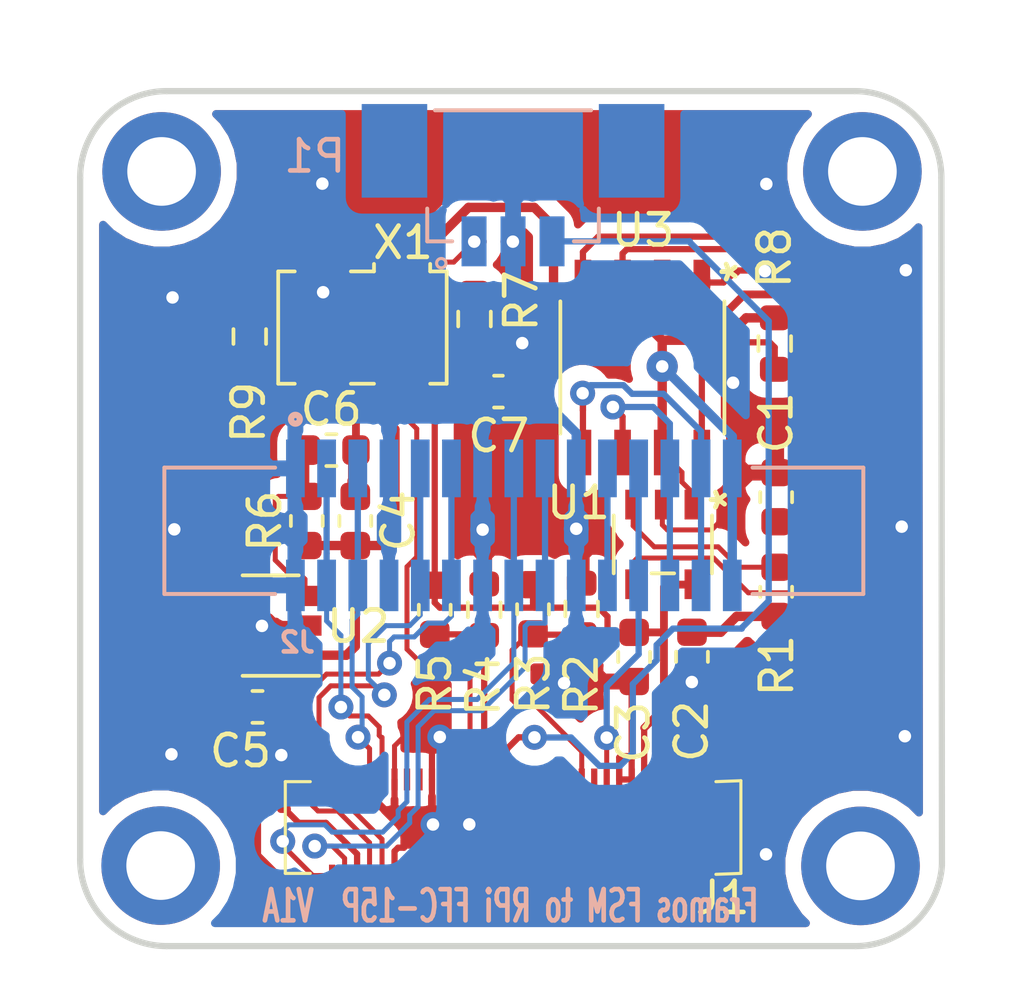
<source format=kicad_pcb>
(kicad_pcb (version 20171130) (host pcbnew 5.1.12-84ad8e8a86~92~ubuntu18.04.1)

  (general
    (thickness 1.6)
    (drawings 9)
    (tracks 486)
    (zones 0)
    (modules 27)
    (nets 57)
  )

  (page A4)
  (layers
    (0 F.Cu signal)
    (31 B.Cu signal)
    (32 B.Adhes user)
    (33 F.Adhes user)
    (34 B.Paste user)
    (35 F.Paste user)
    (36 B.SilkS user)
    (37 F.SilkS user)
    (38 B.Mask user)
    (39 F.Mask user)
    (40 Dwgs.User user)
    (41 Cmts.User user)
    (42 Eco1.User user)
    (43 Eco2.User user)
    (44 Edge.Cuts user)
    (45 Margin user)
    (46 B.CrtYd user)
    (47 F.CrtYd user)
    (48 B.Fab user)
    (49 F.Fab user)
  )

  (setup
    (last_trace_width 0.2)
    (user_trace_width 0.16)
    (user_trace_width 0.2)
    (user_trace_width 0.3)
    (user_trace_width 0.35)
    (user_trace_width 0.5)
    (trace_clearance 0.2)
    (zone_clearance 0.508)
    (zone_45_only no)
    (trace_min 0.16)
    (via_size 0.8)
    (via_drill 0.4)
    (via_min_size 0.4)
    (via_min_drill 0.3)
    (uvia_size 0.3)
    (uvia_drill 0.1)
    (uvias_allowed no)
    (uvia_min_size 0.2)
    (uvia_min_drill 0.1)
    (edge_width 0.05)
    (segment_width 0.2)
    (pcb_text_width 0.3)
    (pcb_text_size 1.5 1.5)
    (mod_edge_width 0.12)
    (mod_text_size 1 1)
    (mod_text_width 0.15)
    (pad_size 1.524 1.524)
    (pad_drill 0.762)
    (pad_to_mask_clearance 0.05)
    (aux_axis_origin 0 0)
    (visible_elements FFFFFFFF)
    (pcbplotparams
      (layerselection 0x010fc_ffffffff)
      (usegerberextensions false)
      (usegerberattributes true)
      (usegerberadvancedattributes true)
      (creategerberjobfile true)
      (excludeedgelayer false)
      (linewidth 0.150000)
      (plotframeref false)
      (viasonmask false)
      (mode 1)
      (useauxorigin true)
      (hpglpennumber 1)
      (hpglpenspeed 20)
      (hpglpendiameter 15.000000)
      (psnegative false)
      (psa4output false)
      (plotreference true)
      (plotvalue true)
      (plotinvisibletext false)
      (padsonsilk false)
      (subtractmaskfromsilk false)
      (outputformat 1)
      (mirror false)
      (drillshape 0)
      (scaleselection 1)
      (outputdirectory "Prod/V1A/"))
  )

  (net 0 "")
  (net 1 GND)
  (net 2 +3V3)
  (net 3 +1V2)
  (net 4 +1V8)
  (net 5 "Net-(J1-Pad10)")
  (net 6 /RST_1)
  (net 7 /SPI_MISO)
  (net 8 /SPI_MOSI)
  (net 9 /GPIO0_XMASTER0)
  (net 10 /GPIO8_XMASTER1)
  (net 11 /I2C_SCL__I2C_0_SCL)
  (net 12 /I2C_1_CSL)
  (net 13 /SPI_CS)
  (net 14 /SPI_SCK)
  (net 15 /GPIO1_XVS0)
  (net 16 /GPIO9_XVS1)
  (net 17 /I2C_SDA__I2C_0_SDA)
  (net 18 /I2C_1_SDA)
  (net 19 /GPIO2_XHS0)
  (net 20 /GPIO10_XHS1)
  (net 21 /GPIO3_XTRIG0)
  (net 22 /GPIO11_XTRIG1)
  (net 23 /MCLK0_INCK)
  (net 24 /GPIO4_UART_TXD)
  (net 25 /MCLK_1)
  (net 26 /GPIO5_UART_RXD)
  (net 27 "Net-(U2-Pad4)")
  (net 28 "Net-(J1-Pad47)")
  (net 29 "Net-(J1-Pad45)")
  (net 30 /MIPI_CSI_D0_N)
  (net 31 /MIPI_CSI_D1_N)
  (net 32 /MIPI_CSI_D0_P)
  (net 33 /MIPI_CSI_D1_P)
  (net 34 /MIPI_CSI_CLK0_P)
  (net 35 /MIPI_CSI_CLK0_N)
  (net 36 "Net-(J1-Pad2)")
  (net 37 /GPIO6_SLAMODE0)
  (net 38 /CAM_PWDN__FSA_PWR_EN_0)
  (net 39 /FSA_PWR_EN_1)
  (net 40 /MIPI_CSI_D3_P)
  (net 41 /MIPI_CSI_D3_N)
  (net 42 /MIPI_CSI_D2_P)
  (net 43 /MIPI_CSI_D2_N)
  (net 44 /CAM_MCLK)
  (net 45 /I2C_SCL__I2C_0_SCL_3V3)
  (net 46 /I2C_SDA__I2C_0_SDA_3V3)
  (net 47 "Net-(J1-Pad4)")
  (net 48 "Net-(R7-Pad1)")
  (net 49 "Net-(R8-Pad1)")
  (net 50 "Net-(C6-Pad1)")
  (net 51 "Net-(J1-Pad1)")
  (net 52 "Net-(J1-Pad3)")
  (net 53 /CAM_nRST__RST_0_IS_1V8)
  (net 54 "Net-(R9-Pad1)")
  (net 55 "Net-(R1-Pad1)")
  (net 56 "Net-(C1-Pad1)")

  (net_class Default "This is the default net class."
    (clearance 0.2)
    (trace_width 0.25)
    (via_dia 0.8)
    (via_drill 0.4)
    (uvia_dia 0.3)
    (uvia_drill 0.1)
    (add_net +1V2)
    (add_net +1V8)
    (add_net +3V3)
    (add_net /CAM_MCLK)
    (add_net /CAM_PWDN__FSA_PWR_EN_0)
    (add_net /CAM_nRST__RST_0_IS_1V8)
    (add_net /FSA_PWR_EN_1)
    (add_net /GPIO0_XMASTER0)
    (add_net /GPIO10_XHS1)
    (add_net /GPIO11_XTRIG1)
    (add_net /GPIO1_XVS0)
    (add_net /GPIO2_XHS0)
    (add_net /GPIO3_XTRIG0)
    (add_net /GPIO4_UART_TXD)
    (add_net /GPIO5_UART_RXD)
    (add_net /GPIO6_SLAMODE0)
    (add_net /GPIO8_XMASTER1)
    (add_net /GPIO9_XVS1)
    (add_net /I2C_1_CSL)
    (add_net /I2C_1_SDA)
    (add_net /I2C_SCL__I2C_0_SCL)
    (add_net /I2C_SCL__I2C_0_SCL_3V3)
    (add_net /I2C_SDA__I2C_0_SDA)
    (add_net /I2C_SDA__I2C_0_SDA_3V3)
    (add_net /MCLK0_INCK)
    (add_net /MCLK_1)
    (add_net /MIPI_CSI_CLK0_N)
    (add_net /MIPI_CSI_CLK0_P)
    (add_net /MIPI_CSI_D0_N)
    (add_net /MIPI_CSI_D0_P)
    (add_net /MIPI_CSI_D1_N)
    (add_net /MIPI_CSI_D1_P)
    (add_net /MIPI_CSI_D2_N)
    (add_net /MIPI_CSI_D2_P)
    (add_net /MIPI_CSI_D3_N)
    (add_net /MIPI_CSI_D3_P)
    (add_net /RST_1)
    (add_net /SPI_CS)
    (add_net /SPI_MISO)
    (add_net /SPI_MOSI)
    (add_net /SPI_SCK)
    (add_net GND)
    (add_net "Net-(C1-Pad1)")
    (add_net "Net-(C6-Pad1)")
    (add_net "Net-(J1-Pad1)")
    (add_net "Net-(J1-Pad10)")
    (add_net "Net-(J1-Pad2)")
    (add_net "Net-(J1-Pad3)")
    (add_net "Net-(J1-Pad4)")
    (add_net "Net-(J1-Pad45)")
    (add_net "Net-(J1-Pad47)")
    (add_net "Net-(R1-Pad1)")
    (add_net "Net-(R7-Pad1)")
    (add_net "Net-(R8-Pad1)")
    (add_net "Net-(R9-Pad1)")
    (add_net "Net-(U2-Pad4)")
  )

  (module footprints:MIC5259-2.8YD5-TR (layer F.Cu) (tedit 0) (tstamp 66B63926)
    (at 127.54864 64.27724 270)
    (path /6760A812)
    (fp_text reference U1 (at -1.33604 2.70256 180) (layer F.SilkS)
      (effects (font (size 1 1) (thickness 0.15)))
    )
    (fp_text value MIC5259-1.8YD5-TR (at 0 0 90) (layer F.SilkS) hide
      (effects (font (size 1 1) (thickness 0.15)))
    )
    (fp_line (start -0.8001 -0.696) (end -0.8001 -1.204) (layer F.Fab) (width 0.1))
    (fp_line (start -0.8001 -1.204) (end -1.397 -1.204) (layer F.Fab) (width 0.1))
    (fp_line (start -1.397 -1.204) (end -1.397 -0.696) (layer F.Fab) (width 0.1))
    (fp_line (start -1.397 -0.696) (end -0.8001 -0.696) (layer F.Fab) (width 0.1))
    (fp_line (start -0.8001 0.254) (end -0.8001 -0.254) (layer F.Fab) (width 0.1))
    (fp_line (start -0.8001 -0.254) (end -1.397 -0.254) (layer F.Fab) (width 0.1))
    (fp_line (start -1.397 -0.254) (end -1.397 0.254) (layer F.Fab) (width 0.1))
    (fp_line (start -1.397 0.254) (end -0.8001 0.254) (layer F.Fab) (width 0.1))
    (fp_line (start -0.8001 1.204) (end -0.8001 0.696) (layer F.Fab) (width 0.1))
    (fp_line (start -0.8001 0.696) (end -1.397 0.696) (layer F.Fab) (width 0.1))
    (fp_line (start -1.397 0.696) (end -1.397 1.204) (layer F.Fab) (width 0.1))
    (fp_line (start -1.397 1.204) (end -0.8001 1.204) (layer F.Fab) (width 0.1))
    (fp_line (start 0.8001 0.696) (end 0.8001 1.204) (layer F.Fab) (width 0.1))
    (fp_line (start 0.8001 1.204) (end 1.397 1.204) (layer F.Fab) (width 0.1))
    (fp_line (start 1.397 1.204) (end 1.397 0.696) (layer F.Fab) (width 0.1))
    (fp_line (start 1.397 0.696) (end 0.8001 0.696) (layer F.Fab) (width 0.1))
    (fp_line (start 0.8001 -1.204) (end 0.8001 -0.696) (layer F.Fab) (width 0.1))
    (fp_line (start 0.8001 -0.696) (end 1.397 -0.696) (layer F.Fab) (width 0.1))
    (fp_line (start 1.397 -0.696) (end 1.397 -1.204) (layer F.Fab) (width 0.1))
    (fp_line (start 1.397 -1.204) (end 0.8001 -1.204) (layer F.Fab) (width 0.1))
    (fp_line (start -1.0541 1.7018) (end -1.0541 1.331) (layer F.CrtYd) (width 0.05))
    (fp_line (start -1.0541 1.331) (end -1.905 1.331) (layer F.CrtYd) (width 0.05))
    (fp_line (start -1.905 1.331) (end -1.905 -1.331) (layer F.CrtYd) (width 0.05))
    (fp_line (start -1.905 -1.331) (end -1.0541 -1.331) (layer F.CrtYd) (width 0.05))
    (fp_line (start -1.0541 -1.331) (end -1.0541 -1.7018) (layer F.CrtYd) (width 0.05))
    (fp_line (start -1.0541 -1.7018) (end 1.0541 -1.7018) (layer F.CrtYd) (width 0.05))
    (fp_line (start 1.0541 -1.7018) (end 1.0541 -1.331) (layer F.CrtYd) (width 0.05))
    (fp_line (start 1.0541 -1.331) (end 1.905 -1.331) (layer F.CrtYd) (width 0.05))
    (fp_line (start 1.905 -1.331) (end 1.905 1.331) (layer F.CrtYd) (width 0.05))
    (fp_line (start 1.905 1.331) (end 1.0541 1.331) (layer F.CrtYd) (width 0.05))
    (fp_line (start 1.0541 1.331) (end 1.0541 1.7018) (layer F.CrtYd) (width 0.05))
    (fp_line (start 1.0541 1.7018) (end -1.0541 1.7018) (layer F.CrtYd) (width 0.05))
    (fp_line (start -0.8001 0) (end -0.8001 -3.7338) (layer Cmts.User) (width 0.1))
    (fp_line (start 0.8001 0) (end 0.8001 -3.7338) (layer Cmts.User) (width 0.1))
    (fp_line (start -0.8001 -3.3528) (end -2.0701 -3.3528) (layer Cmts.User) (width 0.1))
    (fp_line (start 0.8001 -3.3528) (end 2.0701 -3.3528) (layer Cmts.User) (width 0.1))
    (fp_line (start -0.8001 -3.3528) (end -1.0541 -3.4798) (layer Cmts.User) (width 0.1))
    (fp_line (start -0.8001 -3.3528) (end -1.0541 -3.2258) (layer Cmts.User) (width 0.1))
    (fp_line (start -1.0541 -3.4798) (end -1.0541 -3.2258) (layer Cmts.User) (width 0.1))
    (fp_line (start 0.8001 -3.3528) (end 1.0541 -3.4798) (layer Cmts.User) (width 0.1))
    (fp_line (start 0.8001 -3.3528) (end 1.0541 -3.2258) (layer Cmts.User) (width 0.1))
    (fp_line (start 1.0541 -3.4798) (end 1.0541 -3.2258) (layer Cmts.User) (width 0.1))
    (fp_line (start -1.397 0) (end -1.397 -5.6388) (layer Cmts.User) (width 0.1))
    (fp_line (start 1.397 0) (end 1.397 -5.6388) (layer Cmts.User) (width 0.1))
    (fp_line (start -1.397 -5.2578) (end -2.667 -5.2578) (layer Cmts.User) (width 0.1))
    (fp_line (start 1.397 -5.2578) (end 2.667 -5.2578) (layer Cmts.User) (width 0.1))
    (fp_line (start -1.397 -5.2578) (end -1.651 -5.3848) (layer Cmts.User) (width 0.1))
    (fp_line (start -1.397 -5.2578) (end -1.651 -5.1308) (layer Cmts.User) (width 0.1))
    (fp_line (start -1.651 -5.3848) (end -1.651 -5.1308) (layer Cmts.User) (width 0.1))
    (fp_line (start 1.397 -5.2578) (end 1.651 -5.3848) (layer Cmts.User) (width 0.1))
    (fp_line (start 1.397 -5.2578) (end 1.651 -5.1308) (layer Cmts.User) (width 0.1))
    (fp_line (start 1.651 -5.3848) (end 1.651 -5.1308) (layer Cmts.User) (width 0.1))
    (fp_line (start 0 -1.4478) (end 8.8011 -1.4478) (layer Cmts.User) (width 0.1))
    (fp_line (start 0 1.4478) (end 8.8011 1.4478) (layer Cmts.User) (width 0.1))
    (fp_line (start 8.4201 -1.4478) (end 8.4201 -2.7178) (layer Cmts.User) (width 0.1))
    (fp_line (start 8.4201 1.4478) (end 8.4201 2.7178) (layer Cmts.User) (width 0.1))
    (fp_line (start 8.4201 -1.4478) (end 8.2931 -1.7018) (layer Cmts.User) (width 0.1))
    (fp_line (start 8.4201 -1.4478) (end 8.5471 -1.7018) (layer Cmts.User) (width 0.1))
    (fp_line (start 8.2931 -1.7018) (end 8.5471 -1.7018) (layer Cmts.User) (width 0.1))
    (fp_line (start 8.4201 1.4478) (end 8.2931 1.7018) (layer Cmts.User) (width 0.1))
    (fp_line (start 8.4201 1.4478) (end 8.5471 1.7018) (layer Cmts.User) (width 0.1))
    (fp_line (start 8.2931 1.7018) (end 8.5471 1.7018) (layer Cmts.User) (width 0.1))
    (fp_line (start -1.27635 -0.95) (end -4.19735 -0.95) (layer Cmts.User) (width 0.1))
    (fp_line (start -1.27635 0) (end -4.19735 0) (layer Cmts.User) (width 0.1))
    (fp_line (start -3.81635 -0.95) (end -3.81635 -2.22) (layer Cmts.User) (width 0.1))
    (fp_line (start -3.81635 0) (end -3.81635 1.27) (layer Cmts.User) (width 0.1))
    (fp_line (start -3.81635 -0.95) (end -3.94335 -1.204) (layer Cmts.User) (width 0.1))
    (fp_line (start -3.81635 -0.95) (end -3.68935 -1.204) (layer Cmts.User) (width 0.1))
    (fp_line (start -3.94335 -1.204) (end -3.68935 -1.204) (layer Cmts.User) (width 0.1))
    (fp_line (start -3.81635 0) (end -3.94335 0.254) (layer Cmts.User) (width 0.1))
    (fp_line (start -3.81635 0) (end -3.68935 0.254) (layer Cmts.User) (width 0.1))
    (fp_line (start -3.94335 0.254) (end -3.68935 0.254) (layer Cmts.User) (width 0.1))
    (fp_line (start 1.27635 -0.95) (end 4.19735 -0.95) (layer Cmts.User) (width 0.1))
    (fp_line (start 1.27635 0.95) (end 4.19735 0.95) (layer Cmts.User) (width 0.1))
    (fp_line (start 3.81635 -0.95) (end 3.81635 -2.22) (layer Cmts.User) (width 0.1))
    (fp_line (start 3.81635 0.95) (end 3.81635 2.22) (layer Cmts.User) (width 0.1))
    (fp_line (start 3.81635 -0.95) (end 3.68935 -1.204) (layer Cmts.User) (width 0.1))
    (fp_line (start 3.81635 -0.95) (end 3.94335 -1.204) (layer Cmts.User) (width 0.1))
    (fp_line (start 3.68935 -1.204) (end 3.94335 -1.204) (layer Cmts.User) (width 0.1))
    (fp_line (start 3.81635 0.95) (end 3.68935 1.204) (layer Cmts.User) (width 0.1))
    (fp_line (start 3.81635 0.95) (end 3.94335 1.204) (layer Cmts.User) (width 0.1))
    (fp_line (start 3.68935 1.204) (end 3.94335 1.204) (layer Cmts.User) (width 0.1))
    (fp_line (start -1.397 0) (end -1.397 3.7338) (layer Cmts.User) (width 0.1))
    (fp_line (start -0.889 0) (end -0.889 3.7338) (layer Cmts.User) (width 0.1))
    (fp_line (start -1.397 3.3528) (end -2.667 3.3528) (layer Cmts.User) (width 0.1))
    (fp_line (start -0.889 3.3528) (end 0.381 3.3528) (layer Cmts.User) (width 0.1))
    (fp_line (start -1.397 3.3528) (end -1.651 3.2258) (layer Cmts.User) (width 0.1))
    (fp_line (start -1.397 3.3528) (end -1.651 3.4798) (layer Cmts.User) (width 0.1))
    (fp_line (start -1.651 3.2258) (end -1.651 3.4798) (layer Cmts.User) (width 0.1))
    (fp_line (start -0.889 3.3528) (end -0.635 3.2258) (layer Cmts.User) (width 0.1))
    (fp_line (start -0.889 3.3528) (end -0.635 3.4798) (layer Cmts.User) (width 0.1))
    (fp_line (start -0.635 3.2258) (end -0.635 3.4798) (layer Cmts.User) (width 0.1))
    (fp_line (start -0.9271 1.5748) (end 0.9271 1.5748) (layer F.SilkS) (width 0.12))
    (fp_line (start 0.9271 0.363261) (end 0.9271 -0.363261) (layer F.SilkS) (width 0.12))
    (fp_line (start 0.9271 -1.5748) (end -0.9271 -1.5748) (layer F.SilkS) (width 0.12))
    (fp_line (start -0.8001 1.4478) (end 0.8001 1.4478) (layer F.Fab) (width 0.1))
    (fp_line (start 0.8001 1.4478) (end 0.8001 -1.4478) (layer F.Fab) (width 0.1))
    (fp_line (start 0.8001 -1.4478) (end -0.8001 -1.4478) (layer F.Fab) (width 0.1))
    (fp_line (start -0.8001 -1.4478) (end -0.8001 1.4478) (layer F.Fab) (width 0.1))
    (fp_line (start -1.0541 1.7018) (end -1.0541 1.331) (layer F.CrtYd) (width 0.05))
    (fp_line (start -1.0541 1.331) (end -1.905 1.331) (layer F.CrtYd) (width 0.05))
    (fp_line (start -1.905 1.331) (end -1.905 -1.331) (layer F.CrtYd) (width 0.05))
    (fp_line (start -1.905 -1.331) (end -1.0541 -1.331) (layer F.CrtYd) (width 0.05))
    (fp_line (start -1.0541 -1.331) (end -1.0541 -1.7018) (layer F.CrtYd) (width 0.05))
    (fp_line (start -1.0541 -1.7018) (end 1.0541 -1.7018) (layer F.CrtYd) (width 0.05))
    (fp_line (start 1.0541 -1.7018) (end 1.0541 -1.331) (layer F.CrtYd) (width 0.05))
    (fp_line (start 1.0541 -1.331) (end 1.905 -1.331) (layer F.CrtYd) (width 0.05))
    (fp_line (start 1.905 -1.331) (end 1.905 1.331) (layer F.CrtYd) (width 0.05))
    (fp_line (start 1.905 1.331) (end 1.0541 1.331) (layer F.CrtYd) (width 0.05))
    (fp_line (start 1.0541 1.331) (end 1.0541 1.7018) (layer F.CrtYd) (width 0.05))
    (fp_line (start 1.0541 1.7018) (end -1.0541 1.7018) (layer F.CrtYd) (width 0.05))
    (fp_arc (start 0 -1.4478) (end -0.3048 -1.4478) (angle -180) (layer F.Fab) (width 0.1))
    (fp_text user * (at -1.43256 -2.09296 90) (layer F.SilkS)
      (effects (font (size 1 1) (thickness 0.15)))
    )
    (fp_text user * (at -0.55372 -2.42316 90) (layer F.Fab)
      (effects (font (size 1 1) (thickness 0.15)))
    )
    (fp_text user 0.038in/0.952mm (at -1.27635 3.8608 90) (layer Cmts.User)
      (effects (font (size 1 1) (thickness 0.15)))
    )
    (fp_text user 0.1in/2.553mm (at 0 -3.8608 90) (layer Cmts.User)
      (effects (font (size 1 1) (thickness 0.15)))
    )
    (fp_text user 0.02in/0.508mm (at 4.32435 -0.95 90) (layer Cmts.User)
      (effects (font (size 1 1) (thickness 0.15)))
    )
    (fp_text user 0in/0mm (at -4.32435 0 90) (layer Cmts.User)
      (effects (font (size 1 1) (thickness 0.15)))
    )
    (fp_text user * (at -0.57404 -2.43332 90) (layer F.Fab)
      (effects (font (size 1 1) (thickness 0.15)))
    )
    (fp_text user * (at -1.43764 -2.09296 90) (layer F.SilkS)
      (effects (font (size 1 1) (thickness 0.15)))
    )
    (fp_text user "Copyright 2021 Accelerated Designs. All rights reserved." (at 0 0 90) (layer Cmts.User)
      (effects (font (size 0.127 0.127) (thickness 0.002)))
    )
    (pad 5 smd rect (at 1.27635 -0.950001 270) (size 0.9525 0.508) (layers F.Cu F.Paste F.Mask)
      (net 4 +1V8))
    (pad 4 smd rect (at 1.27635 0.950001 270) (size 0.9525 0.508) (layers F.Cu F.Paste F.Mask)
      (net 56 "Net-(C1-Pad1)"))
    (pad 3 smd rect (at -1.27635 0.950001 270) (size 0.9525 0.508) (layers F.Cu F.Paste F.Mask)
      (net 55 "Net-(R1-Pad1)"))
    (pad 2 smd rect (at -1.27635 0 270) (size 0.9525 0.508) (layers F.Cu F.Paste F.Mask)
      (net 1 GND))
    (pad 1 smd rect (at -1.27635 -0.950001 270) (size 0.9525 0.508) (layers F.Cu F.Paste F.Mask)
      (net 2 +3V3))
    (model ${KIPRJMOD}/3d_models/TSOT-23-5_D5_MCH.step
      (at (xyz 0 0 0))
      (scale (xyz 1 1 1))
      (rotate (xyz 0 0 0))
    )
  )

  (module footprints:MOLEX_53261-0371 (layer B.Cu) (tedit 618DB9CC) (tstamp 66B5C78F)
    (at 122.74804 54.56428)
    (path /67548E3E)
    (fp_text reference P1 (at -6.35508 -2.72796) (layer B.SilkS)
      (effects (font (size 1.000449 1.000449) (thickness 0.15)) (justify mirror))
    )
    (fp_text value 53261-0371 (at 6.07056 5.41493) (layer B.Fab)
      (effects (font (size 1.000913 1.000913) (thickness 0.15)) (justify mirror))
    )
    (fp_line (start -2.75 0) (end 2.75 0) (layer B.Fab) (width 0.127))
    (fp_line (start 2.75 0) (end 2.75 -4.2) (layer B.Fab) (width 0.127))
    (fp_line (start 2.75 -4.2) (end -2.75 -4.2) (layer B.Fab) (width 0.127))
    (fp_line (start -2.75 -4.2) (end -2.75 0) (layer B.Fab) (width 0.127))
    (fp_line (start -5.25 1.25) (end 5.25 1.25) (layer B.CrtYd) (width 0.05))
    (fp_line (start 5.25 1.25) (end 5.25 -4.75) (layer B.CrtYd) (width 0.05))
    (fp_line (start 5.25 -4.75) (end -5.25 -4.75) (layer B.CrtYd) (width 0.05))
    (fp_line (start -5.25 -4.75) (end -5.25 1.25) (layer B.CrtYd) (width 0.05))
    (fp_circle (center -2.3 0.7) (end -2.15 0.7) (layer B.SilkS) (width 0.1))
    (fp_line (start -2.75 -1.05) (end -2.75 0) (layer B.SilkS) (width 0.127))
    (fp_line (start -2.75 0) (end -1.95 0) (layer B.SilkS) (width 0.127))
    (fp_line (start 1.95 0) (end 2.75 0) (layer B.SilkS) (width 0.127))
    (fp_line (start 2.75 0) (end 2.75 -1.05) (layer B.SilkS) (width 0.127))
    (fp_line (start -2.5 -4.2) (end 2.5 -4.2) (layer B.SilkS) (width 0.127))
    (pad P2 smd rect (at 3.8 -2.9) (size 2.1 3) (layers B.Cu B.Paste B.Mask))
    (pad P1 smd rect (at -3.8 -2.9) (size 2.1 3) (layers B.Cu B.Paste B.Mask))
    (pad 3 smd rect (at 1.25 0) (size 0.8 1.6) (layers B.Cu B.Paste B.Mask)
      (net 21 /GPIO3_XTRIG0))
    (pad 2 smd rect (at 0 0) (size 0.8 1.6) (layers B.Cu B.Paste B.Mask)
      (net 1 GND))
    (pad 1 smd rect (at -1.25 0) (size 0.8 1.6) (layers B.Cu B.Paste B.Mask)
      (net 23 /MCLK0_INCK))
    (model ${KIPRJMOD}/3d_models/53261-0371.step
      (offset (xyz 0 -3.5 1.5))
      (scale (xyz 1 1 1))
      (rotate (xyz 0 0 180))
    )
  )

  (module Resistor_SMD:R_0603_1608Metric (layer F.Cu) (tedit 5F68FEEE) (tstamp 66B561F7)
    (at 114.31016 57.61432 90)
    (descr "Resistor SMD 0603 (1608 Metric), square (rectangular) end terminal, IPC_7351 nominal, (Body size source: IPC-SM-782 page 72, https://www.pcb-3d.com/wordpress/wp-content/uploads/ipc-sm-782a_amendment_1_and_2.pdf), generated with kicad-footprint-generator")
    (tags resistor)
    (path /6735BCEE)
    (attr smd)
    (fp_text reference R9 (at -2.43128 -0.04064 90) (layer F.SilkS)
      (effects (font (size 1 1) (thickness 0.15)))
    )
    (fp_text value 22 (at 0 1.43 90) (layer F.Fab)
      (effects (font (size 1 1) (thickness 0.15)))
    )
    (fp_line (start -0.8 0.4125) (end -0.8 -0.4125) (layer F.Fab) (width 0.1))
    (fp_line (start -0.8 -0.4125) (end 0.8 -0.4125) (layer F.Fab) (width 0.1))
    (fp_line (start 0.8 -0.4125) (end 0.8 0.4125) (layer F.Fab) (width 0.1))
    (fp_line (start 0.8 0.4125) (end -0.8 0.4125) (layer F.Fab) (width 0.1))
    (fp_line (start -0.237258 -0.5225) (end 0.237258 -0.5225) (layer F.SilkS) (width 0.12))
    (fp_line (start -0.237258 0.5225) (end 0.237258 0.5225) (layer F.SilkS) (width 0.12))
    (fp_line (start -1.48 0.73) (end -1.48 -0.73) (layer F.CrtYd) (width 0.05))
    (fp_line (start -1.48 -0.73) (end 1.48 -0.73) (layer F.CrtYd) (width 0.05))
    (fp_line (start 1.48 -0.73) (end 1.48 0.73) (layer F.CrtYd) (width 0.05))
    (fp_line (start 1.48 0.73) (end -1.48 0.73) (layer F.CrtYd) (width 0.05))
    (fp_text user %R (at 0 0 90) (layer F.Fab)
      (effects (font (size 0.4 0.4) (thickness 0.06)))
    )
    (pad 2 smd roundrect (at 0.825 0 90) (size 0.8 0.95) (layers F.Cu F.Paste F.Mask) (roundrect_rratio 0.25)
      (net 23 /MCLK0_INCK))
    (pad 1 smd roundrect (at -0.825 0 90) (size 0.8 0.95) (layers F.Cu F.Paste F.Mask) (roundrect_rratio 0.25)
      (net 54 "Net-(R9-Pad1)"))
    (model ${KISYS3DMOD}/Resistor_SMD.3dshapes/R_0603_1608Metric.wrl
      (at (xyz 0 0 0))
      (scale (xyz 1 1 1))
      (rotate (xyz 0 0 0))
    )
  )

  (module footprints:PCA9306D (layer F.Cu) (tedit 0) (tstamp 66B4E931)
    (at 126.89332 58.60796 270)
    (path /66F92AE7)
    (fp_text reference U3 (at -4.39928 -0.02032 180) (layer F.SilkS)
      (effects (font (size 1 1) (thickness 0.15)))
    )
    (fp_text value PCA9306D_118 (at 0 0 90) (layer F.SilkS) hide
      (effects (font (size 1 1) (thickness 0.15)))
    )
    (fp_line (start -2.2479 2.4257) (end -3.7084 2.4257) (layer F.CrtYd) (width 0.05))
    (fp_line (start -2.2479 2.7559) (end -2.2479 2.4257) (layer F.CrtYd) (width 0.05))
    (fp_line (start 2.2479 2.7559) (end -2.2479 2.7559) (layer F.CrtYd) (width 0.05))
    (fp_line (start 2.2479 2.4257) (end 2.2479 2.7559) (layer F.CrtYd) (width 0.05))
    (fp_line (start 3.7084 2.4257) (end 2.2479 2.4257) (layer F.CrtYd) (width 0.05))
    (fp_line (start 3.7084 -2.4257) (end 3.7084 2.4257) (layer F.CrtYd) (width 0.05))
    (fp_line (start 2.2479 -2.4257) (end 3.7084 -2.4257) (layer F.CrtYd) (width 0.05))
    (fp_line (start 2.2479 -2.7559) (end 2.2479 -2.4257) (layer F.CrtYd) (width 0.05))
    (fp_line (start -2.2479 -2.7559) (end 2.2479 -2.7559) (layer F.CrtYd) (width 0.05))
    (fp_line (start -2.2479 -2.4257) (end -2.2479 -2.7559) (layer F.CrtYd) (width 0.05))
    (fp_line (start -3.7084 -2.4257) (end -2.2479 -2.4257) (layer F.CrtYd) (width 0.05))
    (fp_line (start -3.7084 2.4257) (end -3.7084 -2.4257) (layer F.CrtYd) (width 0.05))
    (fp_line (start -1.9939 -2.5019) (end -1.9939 2.5019) (layer F.Fab) (width 0.1))
    (fp_line (start 1.9939 -2.5019) (end -1.9939 -2.5019) (layer F.Fab) (width 0.1))
    (fp_line (start 1.9939 2.5019) (end 1.9939 -2.5019) (layer F.Fab) (width 0.1))
    (fp_line (start -1.9939 2.5019) (end 1.9939 2.5019) (layer F.Fab) (width 0.1))
    (fp_line (start 2.1209 -2.6289) (end -2.1209 -2.6289) (layer F.SilkS) (width 0.12))
    (fp_line (start -2.1209 2.6289) (end 2.1209 2.6289) (layer F.SilkS) (width 0.12))
    (fp_line (start 3.0988 -2.1463) (end 1.9939 -2.1463) (layer F.Fab) (width 0.1))
    (fp_line (start 3.0988 -1.6637) (end 3.0988 -2.1463) (layer F.Fab) (width 0.1))
    (fp_line (start 1.9939 -1.6637) (end 3.0988 -1.6637) (layer F.Fab) (width 0.1))
    (fp_line (start 1.9939 -2.1463) (end 1.9939 -1.6637) (layer F.Fab) (width 0.1))
    (fp_line (start 3.0988 -0.8763) (end 1.9939 -0.8763) (layer F.Fab) (width 0.1))
    (fp_line (start 3.0988 -0.3937) (end 3.0988 -0.8763) (layer F.Fab) (width 0.1))
    (fp_line (start 1.9939 -0.3937) (end 3.0988 -0.3937) (layer F.Fab) (width 0.1))
    (fp_line (start 1.9939 -0.8763) (end 1.9939 -0.3937) (layer F.Fab) (width 0.1))
    (fp_line (start 3.0988 0.3937) (end 1.9939 0.3937) (layer F.Fab) (width 0.1))
    (fp_line (start 3.0988 0.8763) (end 3.0988 0.3937) (layer F.Fab) (width 0.1))
    (fp_line (start 1.9939 0.8763) (end 3.0988 0.8763) (layer F.Fab) (width 0.1))
    (fp_line (start 1.9939 0.3937) (end 1.9939 0.8763) (layer F.Fab) (width 0.1))
    (fp_line (start 3.0988 1.6637) (end 1.9939 1.6637) (layer F.Fab) (width 0.1))
    (fp_line (start 3.0988 2.1463) (end 3.0988 1.6637) (layer F.Fab) (width 0.1))
    (fp_line (start 1.9939 2.1463) (end 3.0988 2.1463) (layer F.Fab) (width 0.1))
    (fp_line (start 1.9939 1.6637) (end 1.9939 2.1463) (layer F.Fab) (width 0.1))
    (fp_line (start -3.0988 2.1463) (end -1.9939 2.1463) (layer F.Fab) (width 0.1))
    (fp_line (start -3.0988 1.6637) (end -3.0988 2.1463) (layer F.Fab) (width 0.1))
    (fp_line (start -1.9939 1.6637) (end -3.0988 1.6637) (layer F.Fab) (width 0.1))
    (fp_line (start -1.9939 2.1463) (end -1.9939 1.6637) (layer F.Fab) (width 0.1))
    (fp_line (start -3.0988 0.8763) (end -1.9939 0.8763) (layer F.Fab) (width 0.1))
    (fp_line (start -3.0988 0.3937) (end -3.0988 0.8763) (layer F.Fab) (width 0.1))
    (fp_line (start -1.9939 0.3937) (end -3.0988 0.3937) (layer F.Fab) (width 0.1))
    (fp_line (start -1.9939 0.8763) (end -1.9939 0.3937) (layer F.Fab) (width 0.1))
    (fp_line (start -3.0988 -0.3937) (end -1.9939 -0.3937) (layer F.Fab) (width 0.1))
    (fp_line (start -3.0988 -0.8763) (end -3.0988 -0.3937) (layer F.Fab) (width 0.1))
    (fp_line (start -1.9939 -0.8763) (end -3.0988 -0.8763) (layer F.Fab) (width 0.1))
    (fp_line (start -1.9939 -0.3937) (end -1.9939 -0.8763) (layer F.Fab) (width 0.1))
    (fp_line (start -3.0988 -1.6637) (end -1.9939 -1.6637) (layer F.Fab) (width 0.1))
    (fp_line (start -3.0988 -2.1463) (end -3.0988 -1.6637) (layer F.Fab) (width 0.1))
    (fp_line (start -1.9939 -2.1463) (end -3.0988 -2.1463) (layer F.Fab) (width 0.1))
    (fp_line (start -1.9939 -1.6637) (end -1.9939 -2.1463) (layer F.Fab) (width 0.1))
    (fp_arc (start 0 -2.5019) (end -0.3048 -2.5019) (angle -180) (layer F.Fab) (width 0.1))
    (fp_arc (start 0 -2.5019) (end -0.332317 -2.5019) (angle -180) (layer F.CrtYd) (width 0.05))
    (fp_text user * (at -3.0734 -3.08864 90) (layer F.Fab)
      (effects (font (size 1 1) (thickness 0.15)))
    )
    (fp_text user * (at -3.0734 -3.08864 90) (layer F.SilkS)
      (effects (font (size 1 1) (thickness 0.15)))
    )
    (fp_text user 0.058in/1.46mm (at -2.72415 4.9149 90) (layer Dwgs.User)
      (effects (font (size 1 1) (thickness 0.15)))
    )
    (fp_text user 0.214in/5.448mm (at 0 -4.9149 90) (layer Dwgs.User)
      (effects (font (size 1 1) (thickness 0.15)))
    )
    (fp_text user 0.021in/0.533mm (at 5.77215 -1.905 90) (layer Dwgs.User)
      (effects (font (size 1 1) (thickness 0.15)))
    )
    (fp_text user 0.05in/1.27mm (at -5.77215 -1.27 90) (layer Dwgs.User)
      (effects (font (size 1 1) (thickness 0.15)))
    )
    (fp_text user * (at -3.06832 -3.08864 90) (layer F.Fab)
      (effects (font (size 1 1) (thickness 0.15)))
    )
    (fp_text user * (at -3.0734 -3.08864 90) (layer F.SilkS)
      (effects (font (size 1 1) (thickness 0.15)))
    )
    (fp_text user "Copyright 2021 Accelerated Designs. All rights reserved." (at 0 0 90) (layer Cmts.User)
      (effects (font (size 0.127 0.127) (thickness 0.002)))
    )
    (pad 8 smd rect (at 2.72415 -1.905 270) (size 1.4605 0.5334) (layers F.Cu F.Paste F.Mask)
      (net 49 "Net-(R8-Pad1)"))
    (pad 7 smd rect (at 2.72415 -0.635 270) (size 1.4605 0.5334) (layers F.Cu F.Paste F.Mask)
      (net 2 +3V3))
    (pad 6 smd rect (at 2.72415 0.635 270) (size 1.4605 0.5334) (layers F.Cu F.Paste F.Mask)
      (net 45 /I2C_SCL__I2C_0_SCL_3V3))
    (pad 5 smd rect (at 2.72415 1.905 270) (size 1.4605 0.5334) (layers F.Cu F.Paste F.Mask)
      (net 46 /I2C_SDA__I2C_0_SDA_3V3))
    (pad 4 smd rect (at -2.72415 1.905 270) (size 1.4605 0.5334) (layers F.Cu F.Paste F.Mask)
      (net 17 /I2C_SDA__I2C_0_SDA))
    (pad 3 smd rect (at -2.72415 0.635 270) (size 1.4605 0.5334) (layers F.Cu F.Paste F.Mask)
      (net 11 /I2C_SCL__I2C_0_SCL))
    (pad 2 smd rect (at -2.72415 -0.635 270) (size 1.4605 0.5334) (layers F.Cu F.Paste F.Mask)
      (net 4 +1V8))
    (pad 1 smd rect (at -2.72415 -1.905 270) (size 1.4605 0.5334) (layers F.Cu F.Paste F.Mask)
      (net 1 GND))
    (model ${KIPRJMOD}/3d_models/SO8_SOT96-1_NXP.step
      (at (xyz 0 0 0))
      (scale (xyz 1 1 1))
      (rotate (xyz 0 0 0))
    )
  )

  (module Capacitor_SMD:C_0603_1608Metric (layer F.Cu) (tedit 5B301BBE) (tstamp 5F2980EB)
    (at 117.69344 63.5254 90)
    (descr "Capacitor SMD 0603 (1608 Metric), square (rectangular) end terminal, IPC_7351 nominal, (Body size source: http://www.tortai-tech.com/upload/download/2011102023233369053.pdf), generated with kicad-footprint-generator")
    (tags capacitor)
    (path /5F41FB0E)
    (attr smd)
    (fp_text reference C4 (at 0.00508 1.37668 90) (layer F.SilkS)
      (effects (font (size 1 1) (thickness 0.15)))
    )
    (fp_text value 1uF (at 0 1.43 90) (layer F.Fab)
      (effects (font (size 1 1) (thickness 0.15)))
    )
    (fp_line (start -0.8 0.4) (end -0.8 -0.4) (layer F.Fab) (width 0.1))
    (fp_line (start -0.8 -0.4) (end 0.8 -0.4) (layer F.Fab) (width 0.1))
    (fp_line (start 0.8 -0.4) (end 0.8 0.4) (layer F.Fab) (width 0.1))
    (fp_line (start 0.8 0.4) (end -0.8 0.4) (layer F.Fab) (width 0.1))
    (fp_line (start -0.162779 -0.51) (end 0.162779 -0.51) (layer F.SilkS) (width 0.12))
    (fp_line (start -0.162779 0.51) (end 0.162779 0.51) (layer F.SilkS) (width 0.12))
    (fp_line (start -1.48 0.73) (end -1.48 -0.73) (layer F.CrtYd) (width 0.05))
    (fp_line (start -1.48 -0.73) (end 1.48 -0.73) (layer F.CrtYd) (width 0.05))
    (fp_line (start 1.48 -0.73) (end 1.48 0.73) (layer F.CrtYd) (width 0.05))
    (fp_line (start 1.48 0.73) (end -1.48 0.73) (layer F.CrtYd) (width 0.05))
    (fp_text user %R (at 0 0 90) (layer F.Fab)
      (effects (font (size 0.4 0.4) (thickness 0.06)))
    )
    (pad 1 smd roundrect (at -0.7875 0 90) (size 0.875 0.95) (layers F.Cu F.Paste F.Mask) (roundrect_rratio 0.25)
      (net 2 +3V3))
    (pad 2 smd roundrect (at 0.7875 0 90) (size 0.875 0.95) (layers F.Cu F.Paste F.Mask) (roundrect_rratio 0.25)
      (net 1 GND))
    (model ${KISYS3DMOD}/Capacitor_SMD.3dshapes/C_0603_1608Metric.wrl
      (at (xyz 0 0 0))
      (scale (xyz 1 1 1))
      (rotate (xyz 0 0 0))
    )
  )

  (module Capacitor_SMD:C_0603_1608Metric (layer F.Cu) (tedit 5B301BBE) (tstamp 5F2980FC)
    (at 116.92636 61.25464)
    (descr "Capacitor SMD 0603 (1608 Metric), square (rectangular) end terminal, IPC_7351 nominal, (Body size source: http://www.tortai-tech.com/upload/download/2011102023233369053.pdf), generated with kicad-footprint-generator")
    (tags capacitor)
    (path /5F46795F)
    (attr smd)
    (fp_text reference C6 (at -0.00508 -1.30556 180) (layer F.SilkS)
      (effects (font (size 1 1) (thickness 0.15)))
    )
    (fp_text value 1uF (at 0 1.43) (layer F.Fab)
      (effects (font (size 1 1) (thickness 0.15)))
    )
    (fp_line (start 1.48 0.73) (end -1.48 0.73) (layer F.CrtYd) (width 0.05))
    (fp_line (start 1.48 -0.73) (end 1.48 0.73) (layer F.CrtYd) (width 0.05))
    (fp_line (start -1.48 -0.73) (end 1.48 -0.73) (layer F.CrtYd) (width 0.05))
    (fp_line (start -1.48 0.73) (end -1.48 -0.73) (layer F.CrtYd) (width 0.05))
    (fp_line (start -0.162779 0.51) (end 0.162779 0.51) (layer F.SilkS) (width 0.12))
    (fp_line (start -0.162779 -0.51) (end 0.162779 -0.51) (layer F.SilkS) (width 0.12))
    (fp_line (start 0.8 0.4) (end -0.8 0.4) (layer F.Fab) (width 0.1))
    (fp_line (start 0.8 -0.4) (end 0.8 0.4) (layer F.Fab) (width 0.1))
    (fp_line (start -0.8 -0.4) (end 0.8 -0.4) (layer F.Fab) (width 0.1))
    (fp_line (start -0.8 0.4) (end -0.8 -0.4) (layer F.Fab) (width 0.1))
    (fp_text user %R (at 0 0) (layer F.Fab)
      (effects (font (size 0.4 0.4) (thickness 0.06)))
    )
    (pad 2 smd roundrect (at 0.7875 0) (size 0.875 0.95) (layers F.Cu F.Paste F.Mask) (roundrect_rratio 0.25)
      (net 1 GND))
    (pad 1 smd roundrect (at -0.7875 0) (size 0.875 0.95) (layers F.Cu F.Paste F.Mask) (roundrect_rratio 0.25)
      (net 50 "Net-(C6-Pad1)"))
    (model ${KISYS3DMOD}/Capacitor_SMD.3dshapes/C_0603_1608Metric.wrl
      (at (xyz 0 0 0))
      (scale (xyz 1 1 1))
      (rotate (xyz 0 0 0))
    )
  )

  (module Resistor_SMD:R_0603_1608Metric (layer F.Cu) (tedit 5B301BBD) (tstamp 5F298259)
    (at 116.13896 63.5254 270)
    (descr "Resistor SMD 0603 (1608 Metric), square (rectangular) end terminal, IPC_7351 nominal, (Body size source: http://www.tortai-tech.com/upload/download/2011102023233369053.pdf), generated with kicad-footprint-generator")
    (tags resistor)
    (path /5F2EC1EB)
    (attr smd)
    (fp_text reference R6 (at 0.00508 1.3462 270) (layer F.SilkS)
      (effects (font (size 1 1) (thickness 0.15)))
    )
    (fp_text value 33k (at 0 1.43 90) (layer F.Fab)
      (effects (font (size 1 1) (thickness 0.15)))
    )
    (fp_line (start -0.8 0.4) (end -0.8 -0.4) (layer F.Fab) (width 0.1))
    (fp_line (start -0.8 -0.4) (end 0.8 -0.4) (layer F.Fab) (width 0.1))
    (fp_line (start 0.8 -0.4) (end 0.8 0.4) (layer F.Fab) (width 0.1))
    (fp_line (start 0.8 0.4) (end -0.8 0.4) (layer F.Fab) (width 0.1))
    (fp_line (start -0.162779 -0.51) (end 0.162779 -0.51) (layer F.SilkS) (width 0.12))
    (fp_line (start -0.162779 0.51) (end 0.162779 0.51) (layer F.SilkS) (width 0.12))
    (fp_line (start -1.48 0.73) (end -1.48 -0.73) (layer F.CrtYd) (width 0.05))
    (fp_line (start -1.48 -0.73) (end 1.48 -0.73) (layer F.CrtYd) (width 0.05))
    (fp_line (start 1.48 -0.73) (end 1.48 0.73) (layer F.CrtYd) (width 0.05))
    (fp_line (start 1.48 0.73) (end -1.48 0.73) (layer F.CrtYd) (width 0.05))
    (fp_text user %R (at 0 0 90) (layer F.Fab)
      (effects (font (size 0.4 0.4) (thickness 0.06)))
    )
    (pad 1 smd roundrect (at -0.7875 0 270) (size 0.875 0.95) (layers F.Cu F.Paste F.Mask) (roundrect_rratio 0.25)
      (net 50 "Net-(C6-Pad1)"))
    (pad 2 smd roundrect (at 0.7875 0 270) (size 0.875 0.95) (layers F.Cu F.Paste F.Mask) (roundrect_rratio 0.25)
      (net 2 +3V3))
    (model ${KISYS3DMOD}/Resistor_SMD.3dshapes/R_0603_1608Metric.wrl
      (at (xyz 0 0 0))
      (scale (xyz 1 1 1))
      (rotate (xyz 0 0 0))
    )
  )

  (module Resistor_SMD:R_0603_1608Metric (layer F.Cu) (tedit 5F68FEEE) (tstamp 62E7EB0C)
    (at 121.82348 66.3702 270)
    (descr "Resistor SMD 0603 (1608 Metric), square (rectangular) end terminal, IPC_7351 nominal, (Body size source: IPC-SM-782 page 72, https://www.pcb-3d.com/wordpress/wp-content/uploads/ipc-sm-782a_amendment_1_and_2.pdf), generated with kicad-footprint-generator")
    (tags resistor)
    (path /62EDA260)
    (attr smd)
    (fp_text reference R4 (at 2.42316 0.02794 90) (layer F.SilkS)
      (effects (font (size 1 1) (thickness 0.15)))
    )
    (fp_text value 0 (at 0 1.43 270) (layer F.Fab)
      (effects (font (size 1 1) (thickness 0.15)))
    )
    (fp_line (start -0.8 0.4125) (end -0.8 -0.4125) (layer F.Fab) (width 0.1))
    (fp_line (start -0.8 -0.4125) (end 0.8 -0.4125) (layer F.Fab) (width 0.1))
    (fp_line (start 0.8 -0.4125) (end 0.8 0.4125) (layer F.Fab) (width 0.1))
    (fp_line (start 0.8 0.4125) (end -0.8 0.4125) (layer F.Fab) (width 0.1))
    (fp_line (start -0.237258 -0.5225) (end 0.237258 -0.5225) (layer F.SilkS) (width 0.12))
    (fp_line (start -0.237258 0.5225) (end 0.237258 0.5225) (layer F.SilkS) (width 0.12))
    (fp_line (start -1.48 0.73) (end -1.48 -0.73) (layer F.CrtYd) (width 0.05))
    (fp_line (start -1.48 -0.73) (end 1.48 -0.73) (layer F.CrtYd) (width 0.05))
    (fp_line (start 1.48 -0.73) (end 1.48 0.73) (layer F.CrtYd) (width 0.05))
    (fp_line (start 1.48 0.73) (end -1.48 0.73) (layer F.CrtYd) (width 0.05))
    (fp_text user %R (at 0 0 270) (layer F.Fab)
      (effects (font (size 0.4 0.4) (thickness 0.06)))
    )
    (pad 2 smd roundrect (at 0.825 0 270) (size 0.8 0.95) (layers F.Cu F.Paste F.Mask) (roundrect_rratio 0.25)
      (net 37 /GPIO6_SLAMODE0))
    (pad 1 smd roundrect (at -0.825 0 270) (size 0.8 0.95) (layers F.Cu F.Paste F.Mask) (roundrect_rratio 0.25)
      (net 1 GND))
    (model ${KISYS3DMOD}/Resistor_SMD.3dshapes/R_0603_1608Metric.wrl
      (at (xyz 0 0 0))
      (scale (xyz 1 1 1))
      (rotate (xyz 0 0 0))
    )
  )

  (module Resistor_SMD:R_0603_1608Metric (layer F.Cu) (tedit 5B301BBD) (tstamp 5F29826A)
    (at 123.38812 66.35496 90)
    (descr "Resistor SMD 0603 (1608 Metric), square (rectangular) end terminal, IPC_7351 nominal, (Body size source: http://www.tortai-tech.com/upload/download/2011102023233369053.pdf), generated with kicad-footprint-generator")
    (tags resistor)
    (path /5F6449E3)
    (attr smd)
    (fp_text reference R3 (at -2.3876 0.00508 270) (layer F.SilkS)
      (effects (font (size 1 1) (thickness 0.15)))
    )
    (fp_text value 10k (at 0 1.43 270) (layer F.Fab)
      (effects (font (size 1 1) (thickness 0.15)))
    )
    (fp_line (start 1.48 0.73) (end -1.48 0.73) (layer F.CrtYd) (width 0.05))
    (fp_line (start 1.48 -0.73) (end 1.48 0.73) (layer F.CrtYd) (width 0.05))
    (fp_line (start -1.48 -0.73) (end 1.48 -0.73) (layer F.CrtYd) (width 0.05))
    (fp_line (start -1.48 0.73) (end -1.48 -0.73) (layer F.CrtYd) (width 0.05))
    (fp_line (start -0.162779 0.51) (end 0.162779 0.51) (layer F.SilkS) (width 0.12))
    (fp_line (start -0.162779 -0.51) (end 0.162779 -0.51) (layer F.SilkS) (width 0.12))
    (fp_line (start 0.8 0.4) (end -0.8 0.4) (layer F.Fab) (width 0.1))
    (fp_line (start 0.8 -0.4) (end 0.8 0.4) (layer F.Fab) (width 0.1))
    (fp_line (start -0.8 -0.4) (end 0.8 -0.4) (layer F.Fab) (width 0.1))
    (fp_line (start -0.8 0.4) (end -0.8 -0.4) (layer F.Fab) (width 0.1))
    (fp_text user %R (at 0 0 270) (layer F.Fab)
      (effects (font (size 0.4 0.4) (thickness 0.06)))
    )
    (pad 2 smd roundrect (at 0.7875 0 90) (size 0.875 0.95) (layers F.Cu F.Paste F.Mask) (roundrect_rratio 0.25)
      (net 4 +1V8))
    (pad 1 smd roundrect (at -0.7875 0 90) (size 0.875 0.95) (layers F.Cu F.Paste F.Mask) (roundrect_rratio 0.25)
      (net 9 /GPIO0_XMASTER0))
    (model ${KISYS3DMOD}/Resistor_SMD.3dshapes/R_0603_1608Metric.wrl
      (at (xyz 0 0 0))
      (scale (xyz 1 1 1))
      (rotate (xyz 0 0 0))
    )
  )

  (module Resistor_SMD:R_0603_1608Metric (layer F.Cu) (tedit 5F68FEEE) (tstamp 66AA2C4F)
    (at 131.13512 57.84088 90)
    (descr "Resistor SMD 0603 (1608 Metric), square (rectangular) end terminal, IPC_7351 nominal, (Body size source: IPC-SM-782 page 72, https://www.pcb-3d.com/wordpress/wp-content/uploads/ipc-sm-782a_amendment_1_and_2.pdf), generated with kicad-footprint-generator")
    (tags resistor)
    (path /645F97FD)
    (attr smd)
    (fp_text reference R8 (at 2.75844 -0.01016 270) (layer F.SilkS)
      (effects (font (size 1 1) (thickness 0.15)))
    )
    (fp_text value 200M (at 0 1.43 270) (layer F.Fab)
      (effects (font (size 1 1) (thickness 0.15)))
    )
    (fp_line (start -0.8 0.4125) (end -0.8 -0.4125) (layer F.Fab) (width 0.1))
    (fp_line (start -0.8 -0.4125) (end 0.8 -0.4125) (layer F.Fab) (width 0.1))
    (fp_line (start 0.8 -0.4125) (end 0.8 0.4125) (layer F.Fab) (width 0.1))
    (fp_line (start 0.8 0.4125) (end -0.8 0.4125) (layer F.Fab) (width 0.1))
    (fp_line (start -0.237258 -0.5225) (end 0.237258 -0.5225) (layer F.SilkS) (width 0.12))
    (fp_line (start -0.237258 0.5225) (end 0.237258 0.5225) (layer F.SilkS) (width 0.12))
    (fp_line (start -1.48 0.73) (end -1.48 -0.73) (layer F.CrtYd) (width 0.05))
    (fp_line (start -1.48 -0.73) (end 1.48 -0.73) (layer F.CrtYd) (width 0.05))
    (fp_line (start 1.48 -0.73) (end 1.48 0.73) (layer F.CrtYd) (width 0.05))
    (fp_line (start 1.48 0.73) (end -1.48 0.73) (layer F.CrtYd) (width 0.05))
    (fp_text user %R (at 0 0 270) (layer F.Fab)
      (effects (font (size 0.4 0.4) (thickness 0.06)))
    )
    (pad 2 smd roundrect (at 0.825 0 90) (size 0.8 0.95) (layers F.Cu F.Paste F.Mask) (roundrect_rratio 0.25)
      (net 2 +3V3))
    (pad 1 smd roundrect (at -0.825 0 90) (size 0.8 0.95) (layers F.Cu F.Paste F.Mask) (roundrect_rratio 0.25)
      (net 49 "Net-(R8-Pad1)"))
    (model ${KISYS3DMOD}/Resistor_SMD.3dshapes/R_0603_1608Metric.wrl
      (at (xyz 0 0 0))
      (scale (xyz 1 1 1))
      (rotate (xyz 0 0 0))
    )
  )

  (module MountingHole:MountingHole_2.2mm_M2_ISO14580_Pad (layer F.Cu) (tedit 56D1B4CB) (tstamp 66AA2C5F)
    (at 133.94436 52.324)
    (descr "Mounting Hole 2.2mm, M2, ISO14580")
    (tags "mounting hole 2.2mm m2 iso14580")
    (path /62F16A6C)
    (attr virtual)
    (fp_text reference RU1 (at 0 -2.9) (layer F.SilkS) hide
      (effects (font (size 1 1) (thickness 0.15)))
    )
    (fp_text value MountingHole (at 0.03556 -3.70332) (layer F.Fab)
      (effects (font (size 1 1) (thickness 0.15)))
    )
    (fp_circle (center 0 0) (end 1.9 0) (layer Cmts.User) (width 0.15))
    (fp_circle (center 0 0) (end 2.15 0) (layer F.CrtYd) (width 0.05))
    (fp_text user %R (at 0.3 0) (layer F.Fab)
      (effects (font (size 1 1) (thickness 0.15)))
    )
    (pad 1 thru_hole circle (at 0 0) (size 3.8 3.8) (drill 2.2) (layers *.Cu *.Mask))
  )

  (module MountingHole:MountingHole_2.2mm_M2_ISO14580_Pad (layer F.Cu) (tedit 56D1B4CB) (tstamp 66AA2C57)
    (at 133.8834 74.57948)
    (descr "Mounting Hole 2.2mm, M2, ISO14580")
    (tags "mounting hole 2.2mm m2 iso14580")
    (path /62F37562)
    (attr virtual)
    (fp_text reference RD1 (at 0 -2.9) (layer F.SilkS) hide
      (effects (font (size 1 1) (thickness 0.15)))
    )
    (fp_text value MountingHole (at 0 2.9) (layer F.Fab)
      (effects (font (size 1 1) (thickness 0.15)))
    )
    (fp_circle (center 0 0) (end 1.9 0) (layer Cmts.User) (width 0.15))
    (fp_circle (center 0 0) (end 2.15 0) (layer F.CrtYd) (width 0.05))
    (fp_text user %R (at 0.3 0) (layer F.Fab)
      (effects (font (size 1 1) (thickness 0.15)))
    )
    (pad 1 thru_hole circle (at 0 0) (size 3.8 3.8) (drill 2.2) (layers *.Cu *.Mask))
  )

  (module MountingHole:MountingHole_2.2mm_M2_ISO14580_Pad (layer F.Cu) (tedit 56D1B4CB) (tstamp 66AA2ABE)
    (at 111.48568 52.324)
    (descr "Mounting Hole 2.2mm, M2, ISO14580")
    (tags "mounting hole 2.2mm m2 iso14580")
    (path /62F05CFC)
    (attr virtual)
    (fp_text reference LU1 (at 0 -2.9) (layer F.SilkS) hide
      (effects (font (size 1 1) (thickness 0.15)))
    )
    (fp_text value MountingHole (at 0.01524 -3.6576) (layer F.Fab)
      (effects (font (size 1 1) (thickness 0.15)))
    )
    (fp_circle (center 0 0) (end 1.9 0) (layer Cmts.User) (width 0.15))
    (fp_circle (center 0 0) (end 2.15 0) (layer F.CrtYd) (width 0.05))
    (fp_text user %R (at 0.3 0) (layer F.Fab)
      (effects (font (size 1 1) (thickness 0.15)))
    )
    (pad 1 thru_hole circle (at 0 0) (size 3.8 3.8) (drill 2.2) (layers *.Cu *.Mask))
  )

  (module MountingHole:MountingHole_2.2mm_M2_ISO14580_Pad (layer F.Cu) (tedit 56D1B4CB) (tstamp 66AA2AB6)
    (at 111.4552 74.56932)
    (descr "Mounting Hole 2.2mm, M2, ISO14580")
    (tags "mounting hole 2.2mm m2 iso14580")
    (path /62F3755C)
    (attr virtual)
    (fp_text reference LD1 (at 0 -2.9) (layer F.SilkS) hide
      (effects (font (size 1 1) (thickness 0.15)))
    )
    (fp_text value MountingHole (at 0 2.9) (layer F.Fab)
      (effects (font (size 1 1) (thickness 0.15)))
    )
    (fp_circle (center 0 0) (end 1.9 0) (layer Cmts.User) (width 0.15))
    (fp_circle (center 0 0) (end 2.15 0) (layer F.CrtYd) (width 0.05))
    (fp_text user %R (at 0.3 0) (layer F.Fab)
      (effects (font (size 1 1) (thickness 0.15)))
    )
    (pad 1 thru_hole circle (at 0 0) (size 3.8 3.8) (drill 2.2) (layers *.Cu *.Mask))
  )

  (module footprints:TE_1-1734248-5 (layer B.Cu) (tedit 5E92A1A3) (tstamp 66AA2A54)
    (at 122.77344 63.86576)
    (path /640884CD)
    (fp_text reference J2 (at -6.94436 3.55092) (layer B.SilkS)
      (effects (font (size 0.640643 0.640643) (thickness 0.15)) (justify mirror))
    )
    (fp_text value 1-1734248-5 (at -2.111578 -4.965662) (layer B.Fab)
      (effects (font (size 0.640359 0.640359) (thickness 0.015)) (justify mirror))
    )
    (fp_circle (center -7 -3.6) (end -6.858581 -3.6) (layer B.Fab) (width 0.2))
    (fp_line (start 11.2 -2.05) (end 11.2 2) (layer B.Fab) (width 0.127))
    (fp_line (start -11.2 -2.05) (end -11.2 2) (layer B.Fab) (width 0.127))
    (fp_line (start -11.2 2) (end -7.65 2) (layer B.SilkS) (width 0.127))
    (fp_line (start -11.2 -2.05) (end -7.65 -2.05) (layer B.SilkS) (width 0.127))
    (fp_line (start 11.2 2) (end 7.65 2) (layer B.SilkS) (width 0.127))
    (fp_line (start 11.2 -2.05) (end 7.65 -2.05) (layer B.SilkS) (width 0.127))
    (fp_line (start 7.55 -2.3) (end 7.55 -3.2) (layer B.CrtYd) (width 0.05))
    (fp_line (start 11.45 -2.3) (end 7.55 -2.3) (layer B.CrtYd) (width 0.05))
    (fp_line (start 11.45 2.25) (end 11.45 -2.3) (layer B.CrtYd) (width 0.05))
    (fp_line (start 7.55 2.25) (end 11.45 2.25) (layer B.CrtYd) (width 0.05))
    (fp_line (start 7.55 2.8) (end 7.55 2.25) (layer B.CrtYd) (width 0.05))
    (fp_line (start -7.55 2.8) (end 7.55 2.8) (layer B.CrtYd) (width 0.05))
    (fp_line (start -7.55 2.25) (end -7.55 2.8) (layer B.CrtYd) (width 0.05))
    (fp_line (start -11.45 2.25) (end -7.55 2.25) (layer B.CrtYd) (width 0.05))
    (fp_line (start -11.45 -2.3) (end -11.45 2.25) (layer B.CrtYd) (width 0.05))
    (fp_line (start -7.55 -2.3) (end -11.45 -2.3) (layer B.CrtYd) (width 0.05))
    (fp_line (start -7.55 -3.2) (end -7.55 -2.3) (layer B.CrtYd) (width 0.05))
    (fp_line (start 7.55 -3.2) (end -7.55 -3.2) (layer B.CrtYd) (width 0.05))
    (fp_circle (center -7 -3.6) (end -6.858581 -3.6) (layer B.SilkS) (width 0.2))
    (fp_line (start 11.2 -2.05) (end -11.2 -2.05) (layer B.Fab) (width 0.127))
    (fp_line (start 6 2) (end 6 2.55) (layer B.Fab) (width 0.127))
    (fp_line (start 11.2 2) (end 6 2) (layer B.Fab) (width 0.127))
    (fp_line (start 11.2 -2.05) (end 11.2 2) (layer B.SilkS) (width 0.127))
    (fp_line (start -6 2.55) (end 6 2.55) (layer B.Fab) (width 0.127))
    (fp_line (start -6 2) (end -6 2.55) (layer B.Fab) (width 0.127))
    (fp_line (start -11.2 2) (end -6 2) (layer B.Fab) (width 0.127))
    (fp_line (start -11.2 -2.05) (end -11.2 2) (layer B.SilkS) (width 0.127))
    (pad 1 smd rect (at -7 -2.025) (size 0.6 1.85) (layers B.Cu B.Paste B.Mask)
      (net 1 GND))
    (pad 1_1 smd rect (at -7 1.725) (size 0.6 1.65) (layers B.Cu B.Paste B.Mask)
      (net 1 GND))
    (pad 2 smd rect (at -6 -2.025) (size 0.6 1.85) (layers B.Cu B.Paste B.Mask)
      (net 30 /MIPI_CSI_D0_N))
    (pad 3 smd rect (at -5 -2.025) (size 0.6 1.85) (layers B.Cu B.Paste B.Mask)
      (net 32 /MIPI_CSI_D0_P))
    (pad 4 smd rect (at -4 -2.025) (size 0.6 1.85) (layers B.Cu B.Paste B.Mask)
      (net 1 GND))
    (pad 5 smd rect (at -3 -2.025) (size 0.6 1.85) (layers B.Cu B.Paste B.Mask)
      (net 31 /MIPI_CSI_D1_N))
    (pad 6 smd rect (at -2 -2.025) (size 0.6 1.85) (layers B.Cu B.Paste B.Mask)
      (net 33 /MIPI_CSI_D1_P))
    (pad 7 smd rect (at -1 -2.025) (size 0.6 1.85) (layers B.Cu B.Paste B.Mask)
      (net 1 GND))
    (pad 8 smd rect (at 0 -2.025) (size 0.6 1.85) (layers B.Cu B.Paste B.Mask)
      (net 35 /MIPI_CSI_CLK0_N))
    (pad 9 smd rect (at 1 -2.025) (size 0.6 1.85) (layers B.Cu B.Paste B.Mask)
      (net 34 /MIPI_CSI_CLK0_P))
    (pad 10 smd rect (at 2 -2.025) (size 0.6 1.85) (layers B.Cu B.Paste B.Mask)
      (net 1 GND))
    (pad 11 smd rect (at 3 -2.025) (size 0.6 1.85) (layers B.Cu B.Paste B.Mask)
      (net 44 /CAM_MCLK))
    (pad 12 smd rect (at 4 -2.025) (size 0.6 1.85) (layers B.Cu B.Paste B.Mask)
      (net 53 /CAM_nRST__RST_0_IS_1V8))
    (pad 13 smd rect (at 5 -2.025) (size 0.6 1.85) (layers B.Cu B.Paste B.Mask)
      (net 45 /I2C_SCL__I2C_0_SCL_3V3))
    (pad 14 smd rect (at 6 -2.025) (size 0.6 1.85) (layers B.Cu B.Paste B.Mask)
      (net 46 /I2C_SDA__I2C_0_SDA_3V3))
    (pad 15 smd rect (at 7 -2.025) (size 0.6 1.85) (layers B.Cu B.Paste B.Mask)
      (net 2 +3V3))
    (pad 2_1 smd rect (at -6 1.725) (size 0.6 1.65) (layers B.Cu B.Paste B.Mask)
      (net 30 /MIPI_CSI_D0_N))
    (pad 3_1 smd rect (at -5 1.725) (size 0.6 1.65) (layers B.Cu B.Paste B.Mask)
      (net 32 /MIPI_CSI_D0_P))
    (pad 4_1 smd rect (at -4 1.725) (size 0.6 1.65) (layers B.Cu B.Paste B.Mask)
      (net 1 GND))
    (pad 5_1 smd rect (at -3 1.725) (size 0.6 1.65) (layers B.Cu B.Paste B.Mask)
      (net 31 /MIPI_CSI_D1_N))
    (pad 6_1 smd rect (at -2 1.725) (size 0.6 1.65) (layers B.Cu B.Paste B.Mask)
      (net 33 /MIPI_CSI_D1_P))
    (pad 7_1 smd rect (at -1 1.725) (size 0.6 1.65) (layers B.Cu B.Paste B.Mask)
      (net 1 GND))
    (pad 8_1 smd rect (at 0 1.725) (size 0.6 1.65) (layers B.Cu B.Paste B.Mask)
      (net 35 /MIPI_CSI_CLK0_N))
    (pad 9_1 smd rect (at 1 1.725) (size 0.6 1.65) (layers B.Cu B.Paste B.Mask)
      (net 34 /MIPI_CSI_CLK0_P))
    (pad 10_1 smd rect (at 2 1.725) (size 0.6 1.65) (layers B.Cu B.Paste B.Mask)
      (net 1 GND))
    (pad 11_1 smd rect (at 3 1.725) (size 0.6 1.65) (layers B.Cu B.Paste B.Mask)
      (net 44 /CAM_MCLK))
    (pad 12_1 smd rect (at 4 1.725) (size 0.6 1.65) (layers B.Cu B.Paste B.Mask)
      (net 53 /CAM_nRST__RST_0_IS_1V8))
    (pad 13_1 smd rect (at 5 1.725) (size 0.6 1.65) (layers B.Cu B.Paste B.Mask)
      (net 45 /I2C_SCL__I2C_0_SCL_3V3))
    (pad 14_1 smd rect (at 6 1.725) (size 0.6 1.65) (layers B.Cu B.Paste B.Mask)
      (net 46 /I2C_SDA__I2C_0_SDA_3V3))
    (pad 15_1 smd rect (at 7 1.725) (size 0.6 1.65) (layers B.Cu B.Paste B.Mask)
      (net 2 +3V3))
    (model ${KIPRJMOD}/3d_models/c-1-1734248-5-e-3d.stp
      (offset (xyz 0 0 4.5))
      (scale (xyz 1 1 1))
      (rotate (xyz 0 0 0))
    )
  )

  (module Resistor_SMD:R_0603_1608Metric (layer F.Cu) (tedit 5F68FEEE) (tstamp 62E7EAFB)
    (at 124.94768 66.3448 90)
    (descr "Resistor SMD 0603 (1608 Metric), square (rectangular) end terminal, IPC_7351 nominal, (Body size source: IPC-SM-782 page 72, https://www.pcb-3d.com/wordpress/wp-content/uploads/ipc-sm-782a_amendment_1_and_2.pdf), generated with kicad-footprint-generator")
    (tags resistor)
    (path /62EDA266)
    (attr smd)
    (fp_text reference R2 (at -2.43332 -0.01016 270) (layer F.SilkS)
      (effects (font (size 1 1) (thickness 0.15)))
    )
    (fp_text value 0 (at 0 1.43 270) (layer F.Fab)
      (effects (font (size 1 1) (thickness 0.15)))
    )
    (fp_line (start -0.8 0.4125) (end -0.8 -0.4125) (layer F.Fab) (width 0.1))
    (fp_line (start -0.8 -0.4125) (end 0.8 -0.4125) (layer F.Fab) (width 0.1))
    (fp_line (start 0.8 -0.4125) (end 0.8 0.4125) (layer F.Fab) (width 0.1))
    (fp_line (start 0.8 0.4125) (end -0.8 0.4125) (layer F.Fab) (width 0.1))
    (fp_line (start -0.237258 -0.5225) (end 0.237258 -0.5225) (layer F.SilkS) (width 0.12))
    (fp_line (start -0.237258 0.5225) (end 0.237258 0.5225) (layer F.SilkS) (width 0.12))
    (fp_line (start -1.48 0.73) (end -1.48 -0.73) (layer F.CrtYd) (width 0.05))
    (fp_line (start -1.48 -0.73) (end 1.48 -0.73) (layer F.CrtYd) (width 0.05))
    (fp_line (start 1.48 -0.73) (end 1.48 0.73) (layer F.CrtYd) (width 0.05))
    (fp_line (start 1.48 0.73) (end -1.48 0.73) (layer F.CrtYd) (width 0.05))
    (fp_text user %R (at 0 0 270) (layer F.Fab)
      (effects (font (size 0.4 0.4) (thickness 0.06)))
    )
    (pad 2 smd roundrect (at 0.825 0 90) (size 0.8 0.95) (layers F.Cu F.Paste F.Mask) (roundrect_rratio 0.25)
      (net 1 GND))
    (pad 1 smd roundrect (at -0.825 0 90) (size 0.8 0.95) (layers F.Cu F.Paste F.Mask) (roundrect_rratio 0.25)
      (net 9 /GPIO0_XMASTER0))
    (model ${KISYS3DMOD}/Resistor_SMD.3dshapes/R_0603_1608Metric.wrl
      (at (xyz 0 0 0))
      (scale (xyz 1 1 1))
      (rotate (xyz 0 0 0))
    )
  )

  (module Resistor_SMD:R_0603_1608Metric (layer F.Cu) (tedit 5F68FEEE) (tstamp 62E7B02C)
    (at 121.5136 57.05348 270)
    (descr "Resistor SMD 0603 (1608 Metric), square (rectangular) end terminal, IPC_7351 nominal, (Body size source: IPC-SM-782 page 72, https://www.pcb-3d.com/wordpress/wp-content/uploads/ipc-sm-782a_amendment_1_and_2.pdf), generated with kicad-footprint-generator")
    (tags resistor)
    (path /6301FB6A)
    (attr smd)
    (fp_text reference R7 (at -0.5842 -1.49352 90) (layer F.SilkS)
      (effects (font (size 1 1) (thickness 0.15)))
    )
    (fp_text value 1k (at 0 1.43 90) (layer F.Fab)
      (effects (font (size 1 1) (thickness 0.15)))
    )
    (fp_line (start -0.8 0.4125) (end -0.8 -0.4125) (layer F.Fab) (width 0.1))
    (fp_line (start -0.8 -0.4125) (end 0.8 -0.4125) (layer F.Fab) (width 0.1))
    (fp_line (start 0.8 -0.4125) (end 0.8 0.4125) (layer F.Fab) (width 0.1))
    (fp_line (start 0.8 0.4125) (end -0.8 0.4125) (layer F.Fab) (width 0.1))
    (fp_line (start -0.237258 -0.5225) (end 0.237258 -0.5225) (layer F.SilkS) (width 0.12))
    (fp_line (start -0.237258 0.5225) (end 0.237258 0.5225) (layer F.SilkS) (width 0.12))
    (fp_line (start -1.48 0.73) (end -1.48 -0.73) (layer F.CrtYd) (width 0.05))
    (fp_line (start -1.48 -0.73) (end 1.48 -0.73) (layer F.CrtYd) (width 0.05))
    (fp_line (start 1.48 -0.73) (end 1.48 0.73) (layer F.CrtYd) (width 0.05))
    (fp_line (start 1.48 0.73) (end -1.48 0.73) (layer F.CrtYd) (width 0.05))
    (fp_text user %R (at 0 0 90) (layer F.Fab)
      (effects (font (size 0.4 0.4) (thickness 0.06)))
    )
    (pad 2 smd roundrect (at 0.825 0 270) (size 0.8 0.95) (layers F.Cu F.Paste F.Mask) (roundrect_rratio 0.25)
      (net 4 +1V8))
    (pad 1 smd roundrect (at -0.825 0 270) (size 0.8 0.95) (layers F.Cu F.Paste F.Mask) (roundrect_rratio 0.25)
      (net 48 "Net-(R7-Pad1)"))
    (model ${KISYS3DMOD}/Resistor_SMD.3dshapes/R_0603_1608Metric.wrl
      (at (xyz 0 0 0))
      (scale (xyz 1 1 1))
      (rotate (xyz 0 0 0))
    )
  )

  (module Capacitor_SMD:C_0603_1608Metric (layer F.Cu) (tedit 5F68FEEE) (tstamp 62E7AD57)
    (at 122.28068 59.38012)
    (descr "Capacitor SMD 0603 (1608 Metric), square (rectangular) end terminal, IPC_7351 nominal, (Body size source: IPC-SM-782 page 76, https://www.pcb-3d.com/wordpress/wp-content/uploads/ipc-sm-782a_amendment_1_and_2.pdf), generated with kicad-footprint-generator")
    (tags capacitor)
    (path /62E80934)
    (attr smd)
    (fp_text reference C7 (at 0.01016 1.41732) (layer F.SilkS)
      (effects (font (size 1 1) (thickness 0.15)))
    )
    (fp_text value 0.01uF (at 0 1.43) (layer F.Fab)
      (effects (font (size 1 1) (thickness 0.15)))
    )
    (fp_line (start -0.8 0.4) (end -0.8 -0.4) (layer F.Fab) (width 0.1))
    (fp_line (start -0.8 -0.4) (end 0.8 -0.4) (layer F.Fab) (width 0.1))
    (fp_line (start 0.8 -0.4) (end 0.8 0.4) (layer F.Fab) (width 0.1))
    (fp_line (start 0.8 0.4) (end -0.8 0.4) (layer F.Fab) (width 0.1))
    (fp_line (start -0.14058 -0.51) (end 0.14058 -0.51) (layer F.SilkS) (width 0.12))
    (fp_line (start -0.14058 0.51) (end 0.14058 0.51) (layer F.SilkS) (width 0.12))
    (fp_line (start -1.48 0.73) (end -1.48 -0.73) (layer F.CrtYd) (width 0.05))
    (fp_line (start -1.48 -0.73) (end 1.48 -0.73) (layer F.CrtYd) (width 0.05))
    (fp_line (start 1.48 -0.73) (end 1.48 0.73) (layer F.CrtYd) (width 0.05))
    (fp_line (start 1.48 0.73) (end -1.48 0.73) (layer F.CrtYd) (width 0.05))
    (fp_text user %R (at 0 0) (layer F.Fab)
      (effects (font (size 0.4 0.4) (thickness 0.06)))
    )
    (pad 2 smd roundrect (at 0.775 0) (size 0.9 0.95) (layers F.Cu F.Paste F.Mask) (roundrect_rratio 0.25)
      (net 1 GND))
    (pad 1 smd roundrect (at -0.775 0) (size 0.9 0.95) (layers F.Cu F.Paste F.Mask) (roundrect_rratio 0.25)
      (net 4 +1V8))
    (model ${KISYS3DMOD}/Capacitor_SMD.3dshapes/C_0603_1608Metric.wrl
      (at (xyz 0 0 0))
      (scale (xyz 1 1 1))
      (rotate (xyz 0 0 0))
    )
  )

  (module DF40HC_4.0_-60DS-0:DF40HC4060DS04V51 (layer F.Cu) (tedit 5F360B1C) (tstamp 5F29815C)
    (at 122.75 73.35 180)
    (descr "DF40HC(4.0)-60DS-0.4V(51)-2")
    (tags Connector)
    (path /5F2205C4)
    (attr smd)
    (fp_text reference J1 (at -6.7138 -2.25056) (layer F.SilkS)
      (effects (font (size 1 1) (thickness 0.15)))
    )
    (fp_text value "DF40HC(4.0)-60DS-0.4V(51)" (at 0 0) (layer F.SilkS) hide
      (effects (font (size 1.27 1.27) (thickness 0.254)))
    )
    (fp_line (start -7.3 -1.47) (end 7.3 -1.47) (layer F.Fab) (width 0.2))
    (fp_line (start 7.3 -1.47) (end 7.3 1.47) (layer F.Fab) (width 0.2))
    (fp_line (start 7.3 1.47) (end -7.3 1.47) (layer F.Fab) (width 0.2))
    (fp_line (start -7.3 1.47) (end -7.3 -1.47) (layer F.Fab) (width 0.2))
    (fp_line (start -8.3 -2.89) (end 8.3 -2.89) (layer F.CrtYd) (width 0.1))
    (fp_line (start 8.3 -2.89) (end 8.3 2.89) (layer F.CrtYd) (width 0.1))
    (fp_line (start 8.3 2.89) (end -8.3 2.89) (layer F.CrtYd) (width 0.1))
    (fp_line (start -8.3 2.89) (end -8.3 -2.89) (layer F.CrtYd) (width 0.1))
    (fp_line (start -6.5 -1.5) (end -7.3 -1.47) (layer F.SilkS) (width 0.1))
    (fp_line (start -7.3 -1.47) (end -7.3 1.5) (layer F.SilkS) (width 0.1))
    (fp_line (start -7.3 1.5) (end -6.5 1.47) (layer F.SilkS) (width 0.1))
    (fp_line (start 6.5 -1.47) (end 7.3 -1.47) (layer F.SilkS) (width 0.1))
    (fp_line (start 7.3 -1.47) (end 7.3 1.47) (layer F.SilkS) (width 0.1))
    (fp_line (start 7.3 1.47) (end 6.5 1.47) (layer F.SilkS) (width 0.1))
    (fp_text user %R (at 0 0) (layer F.Fab)
      (effects (font (size 1.27 1.27) (thickness 0.254)))
    )
    (pad 1 smd rect (at -5.8 1.54 180) (size 0.2 0.7) (layers F.Cu F.Paste F.Mask)
      (net 51 "Net-(J1-Pad1)"))
    (pad 2 smd rect (at -5.8 -1.54 180) (size 0.2 0.7) (layers F.Cu F.Paste F.Mask)
      (net 36 "Net-(J1-Pad2)"))
    (pad 3 smd rect (at -5.4 1.54 180) (size 0.2 0.7) (layers F.Cu F.Paste F.Mask)
      (net 52 "Net-(J1-Pad3)"))
    (pad 4 smd rect (at -5.4 -1.54 180) (size 0.2 0.7) (layers F.Cu F.Paste F.Mask)
      (net 47 "Net-(J1-Pad4)"))
    (pad 5 smd rect (at -5 1.54 180) (size 0.2 0.7) (layers F.Cu F.Paste F.Mask)
      (net 2 +3V3))
    (pad 6 smd rect (at -5 -1.54 180) (size 0.2 0.7) (layers F.Cu F.Paste F.Mask)
      (net 3 +1V2))
    (pad 7 smd rect (at -4.6 1.54 180) (size 0.2 0.7) (layers F.Cu F.Paste F.Mask)
      (net 2 +3V3))
    (pad 8 smd rect (at -4.6 -1.54 180) (size 0.2 0.7) (layers F.Cu F.Paste F.Mask)
      (net 3 +1V2))
    (pad 9 smd rect (at -4.2 1.54 180) (size 0.2 0.7) (layers F.Cu F.Paste F.Mask)
      (net 4 +1V8))
    (pad 10 smd rect (at -4.2 -1.54 180) (size 0.2 0.7) (layers F.Cu F.Paste F.Mask)
      (net 5 "Net-(J1-Pad10)"))
    (pad 11 smd rect (at -3.8 1.54 180) (size 0.2 0.7) (layers F.Cu F.Paste F.Mask)
      (net 1 GND))
    (pad 12 smd rect (at -3.8 -1.54 180) (size 0.2 0.7) (layers F.Cu F.Paste F.Mask)
      (net 1 GND))
    (pad 13 smd rect (at -3.4 1.54 180) (size 0.2 0.7) (layers F.Cu F.Paste F.Mask)
      (net 1 GND))
    (pad 14 smd rect (at -3.4 -1.54 180) (size 0.2 0.7) (layers F.Cu F.Paste F.Mask)
      (net 1 GND))
    (pad 15 smd rect (at -3 1.54 180) (size 0.2 0.7) (layers F.Cu F.Paste F.Mask)
      (net 53 /CAM_nRST__RST_0_IS_1V8))
    (pad 16 smd rect (at -3 -1.54 180) (size 0.2 0.7) (layers F.Cu F.Paste F.Mask)
      (net 6 /RST_1))
    (pad 17 smd rect (at -2.6 1.54 180) (size 0.2 0.7) (layers F.Cu F.Paste F.Mask)
      (net 7 /SPI_MISO))
    (pad 18 smd rect (at -2.6 -1.54 180) (size 0.2 0.7) (layers F.Cu F.Paste F.Mask)
      (net 8 /SPI_MOSI))
    (pad 19 smd rect (at -2.2 1.54 180) (size 0.2 0.7) (layers F.Cu F.Paste F.Mask)
      (net 9 /GPIO0_XMASTER0))
    (pad 20 smd rect (at -2.2 -1.54 180) (size 0.2 0.7) (layers F.Cu F.Paste F.Mask)
      (net 10 /GPIO8_XMASTER1))
    (pad 21 smd rect (at -1.8 1.54 180) (size 0.2 0.7) (layers F.Cu F.Paste F.Mask)
      (net 11 /I2C_SCL__I2C_0_SCL))
    (pad 22 smd rect (at -1.8 -1.54 180) (size 0.2 0.7) (layers F.Cu F.Paste F.Mask)
      (net 12 /I2C_1_CSL))
    (pad 23 smd rect (at -1.4 1.54 180) (size 0.2 0.7) (layers F.Cu F.Paste F.Mask)
      (net 13 /SPI_CS))
    (pad 24 smd rect (at -1.4 -1.54 180) (size 0.2 0.7) (layers F.Cu F.Paste F.Mask)
      (net 14 /SPI_SCK))
    (pad 25 smd rect (at -1 1.54 180) (size 0.2 0.7) (layers F.Cu F.Paste F.Mask)
      (net 15 /GPIO1_XVS0))
    (pad 26 smd rect (at -1 -1.54 180) (size 0.2 0.7) (layers F.Cu F.Paste F.Mask)
      (net 16 /GPIO9_XVS1))
    (pad 27 smd rect (at -0.6 1.54 180) (size 0.2 0.7) (layers F.Cu F.Paste F.Mask)
      (net 17 /I2C_SDA__I2C_0_SDA))
    (pad 28 smd rect (at -0.6 -1.54 180) (size 0.2 0.7) (layers F.Cu F.Paste F.Mask)
      (net 18 /I2C_1_SDA))
    (pad 29 smd rect (at -0.2 1.54 180) (size 0.2 0.7) (layers F.Cu F.Paste F.Mask)
      (net 19 /GPIO2_XHS0))
    (pad 30 smd rect (at -0.2 -1.54 180) (size 0.2 0.7) (layers F.Cu F.Paste F.Mask)
      (net 20 /GPIO10_XHS1))
    (pad 31 smd rect (at 0.2 1.54 180) (size 0.2 0.7) (layers F.Cu F.Paste F.Mask)
      (net 21 /GPIO3_XTRIG0))
    (pad 32 smd rect (at 0.2 -1.54 180) (size 0.2 0.7) (layers F.Cu F.Paste F.Mask)
      (net 22 /GPIO11_XTRIG1))
    (pad 33 smd rect (at 0.6 1.54 180) (size 0.2 0.7) (layers F.Cu F.Paste F.Mask)
      (net 38 /CAM_PWDN__FSA_PWR_EN_0))
    (pad 34 smd rect (at 0.6 -1.54 180) (size 0.2 0.7) (layers F.Cu F.Paste F.Mask)
      (net 39 /FSA_PWR_EN_1))
    (pad 35 smd rect (at 1 1.54 180) (size 0.2 0.7) (layers F.Cu F.Paste F.Mask)
      (net 37 /GPIO6_SLAMODE0))
    (pad 36 smd rect (at 1 -1.54 180) (size 0.2 0.7) (layers F.Cu F.Paste F.Mask)
      (net 1 GND))
    (pad 37 smd rect (at 1.4 1.54 180) (size 0.2 0.7) (layers F.Cu F.Paste F.Mask)
      (net 1 GND))
    (pad 38 smd rect (at 1.4 -1.54 180) (size 0.2 0.7) (layers F.Cu F.Paste F.Mask)
      (net 1 GND))
    (pad 39 smd rect (at 1.8 1.54 180) (size 0.2 0.7) (layers F.Cu F.Paste F.Mask)
      (net 23 /MCLK0_INCK))
    (pad 40 smd rect (at 1.8 -1.54 180) (size 0.2 0.7) (layers F.Cu F.Paste F.Mask)
      (net 24 /GPIO4_UART_TXD))
    (pad 41 smd rect (at 2.2 1.54 180) (size 0.2 0.7) (layers F.Cu F.Paste F.Mask)
      (net 25 /MCLK_1))
    (pad 42 smd rect (at 2.2 -1.54 180) (size 0.2 0.7) (layers F.Cu F.Paste F.Mask)
      (net 26 /GPIO5_UART_RXD))
    (pad 43 smd rect (at 2.6 1.54 180) (size 0.2 0.7) (layers F.Cu F.Paste F.Mask)
      (net 1 GND))
    (pad 44 smd rect (at 2.6 -1.54 180) (size 0.2 0.7) (layers F.Cu F.Paste F.Mask)
      (net 1 GND))
    (pad 45 smd rect (at 3 1.54 180) (size 0.2 0.7) (layers F.Cu F.Paste F.Mask)
      (net 29 "Net-(J1-Pad45)"))
    (pad 46 smd rect (at 3 -1.54 180) (size 0.2 0.7) (layers F.Cu F.Paste F.Mask)
      (net 40 /MIPI_CSI_D3_P))
    (pad 47 smd rect (at 3.4 1.54 180) (size 0.2 0.7) (layers F.Cu F.Paste F.Mask)
      (net 28 "Net-(J1-Pad47)"))
    (pad 48 smd rect (at 3.4 -1.54 180) (size 0.2 0.7) (layers F.Cu F.Paste F.Mask)
      (net 41 /MIPI_CSI_D3_N))
    (pad 49 smd rect (at 3.8 1.54 180) (size 0.2 0.7) (layers F.Cu F.Paste F.Mask)
      (net 1 GND))
    (pad 50 smd rect (at 3.8 -1.54 180) (size 0.2 0.7) (layers F.Cu F.Paste F.Mask)
      (net 1 GND))
    (pad 51 smd rect (at 4.2 1.54 180) (size 0.2 0.7) (layers F.Cu F.Paste F.Mask)
      (net 30 /MIPI_CSI_D0_N))
    (pad 52 smd rect (at 4.2 -1.54 180) (size 0.2 0.7) (layers F.Cu F.Paste F.Mask)
      (net 31 /MIPI_CSI_D1_N))
    (pad 53 smd rect (at 4.6 1.54 180) (size 0.2 0.7) (layers F.Cu F.Paste F.Mask)
      (net 32 /MIPI_CSI_D0_P))
    (pad 54 smd rect (at 4.6 -1.54 180) (size 0.2 0.7) (layers F.Cu F.Paste F.Mask)
      (net 33 /MIPI_CSI_D1_P))
    (pad 55 smd rect (at 5 1.54 180) (size 0.2 0.7) (layers F.Cu F.Paste F.Mask)
      (net 1 GND))
    (pad 56 smd rect (at 5 -1.54 180) (size 0.2 0.7) (layers F.Cu F.Paste F.Mask)
      (net 1 GND))
    (pad 57 smd rect (at 5.4 1.54 180) (size 0.2 0.7) (layers F.Cu F.Paste F.Mask)
      (net 42 /MIPI_CSI_D2_P))
    (pad 58 smd rect (at 5.4 -1.54 180) (size 0.2 0.7) (layers F.Cu F.Paste F.Mask)
      (net 34 /MIPI_CSI_CLK0_P))
    (pad 59 smd rect (at 5.8 1.54 180) (size 0.2 0.7) (layers F.Cu F.Paste F.Mask)
      (net 43 /MIPI_CSI_D2_N))
    (pad 60 smd rect (at 5.8 -1.54 180) (size 0.2 0.7) (layers F.Cu F.Paste F.Mask)
      (net 35 /MIPI_CSI_CLK0_N))
    (model /home/khang/Workspace/Dev/Dynimlabs/dynim_imx8_camera_adapters/libraries/KiCad/Connectors/HRS/DF40HC_4.0_-60DS-0.4V_51_/DF40HC_4.0_-60DS.stp
      (offset (xyz 5.87 0 2.5))
      (scale (xyz 1 1 1))
      (rotate (xyz -90 0 90))
    )
    (model ${KIPRJMOD}/3d_models/DF40HC_4.0_-60DS.stp
      (offset (xyz -5.9 0 2.5))
      (scale (xyz 1 1 1))
      (rotate (xyz -90 0 -90))
    )
  )

  (module Capacitor_SMD:C_0603_1608Metric (layer F.Cu) (tedit 5B301BBE) (tstamp 5F2980B8)
    (at 128.48336 67.87906 270)
    (descr "Capacitor SMD 0603 (1608 Metric), square (rectangular) end terminal, IPC_7351 nominal, (Body size source: http://www.tortai-tech.com/upload/download/2011102023233369053.pdf), generated with kicad-footprint-generator")
    (tags capacitor)
    (path /5F23A1EE)
    (attr smd)
    (fp_text reference C2 (at 2.3875 0.01524 270) (layer F.SilkS)
      (effects (font (size 1 1) (thickness 0.15)))
    )
    (fp_text value 1uF (at 0 1.43 270) (layer F.Fab)
      (effects (font (size 1 1) (thickness 0.15)))
    )
    (fp_line (start 1.48 0.73) (end -1.48 0.73) (layer F.CrtYd) (width 0.05))
    (fp_line (start 1.48 -0.73) (end 1.48 0.73) (layer F.CrtYd) (width 0.05))
    (fp_line (start -1.48 -0.73) (end 1.48 -0.73) (layer F.CrtYd) (width 0.05))
    (fp_line (start -1.48 0.73) (end -1.48 -0.73) (layer F.CrtYd) (width 0.05))
    (fp_line (start -0.162779 0.51) (end 0.162779 0.51) (layer F.SilkS) (width 0.12))
    (fp_line (start -0.162779 -0.51) (end 0.162779 -0.51) (layer F.SilkS) (width 0.12))
    (fp_line (start 0.8 0.4) (end -0.8 0.4) (layer F.Fab) (width 0.1))
    (fp_line (start 0.8 -0.4) (end 0.8 0.4) (layer F.Fab) (width 0.1))
    (fp_line (start -0.8 -0.4) (end 0.8 -0.4) (layer F.Fab) (width 0.1))
    (fp_line (start -0.8 0.4) (end -0.8 -0.4) (layer F.Fab) (width 0.1))
    (fp_text user %R (at 0 0 270) (layer F.Fab)
      (effects (font (size 0.4 0.4) (thickness 0.06)))
    )
    (pad 2 smd roundrect (at 0.7875 0 270) (size 0.875 0.95) (layers F.Cu F.Paste F.Mask) (roundrect_rratio 0.25)
      (net 1 GND))
    (pad 1 smd roundrect (at -0.7875 0 270) (size 0.875 0.95) (layers F.Cu F.Paste F.Mask) (roundrect_rratio 0.25)
      (net 2 +3V3))
    (model ${KISYS3DMOD}/Capacitor_SMD.3dshapes/C_0603_1608Metric.wrl
      (at (xyz 0 0 0))
      (scale (xyz 1 1 1))
      (rotate (xyz 0 0 0))
    )
  )

  (module Capacitor_SMD:C_0603_1608Metric (layer F.Cu) (tedit 5B301BBE) (tstamp 5F2980C9)
    (at 131.18084 62.7634 90)
    (descr "Capacitor SMD 0603 (1608 Metric), square (rectangular) end terminal, IPC_7351 nominal, (Body size source: http://www.tortai-tech.com/upload/download/2011102023233369053.pdf), generated with kicad-footprint-generator")
    (tags capacitor)
    (path /5F276FBA)
    (attr smd)
    (fp_text reference C1 (at 2.38252 0 270) (layer F.SilkS)
      (effects (font (size 1 1) (thickness 0.15)))
    )
    (fp_text value 0.1uF (at 0 1.43 90) (layer F.Fab)
      (effects (font (size 1 1) (thickness 0.15)))
    )
    (fp_line (start -0.8 0.4) (end -0.8 -0.4) (layer F.Fab) (width 0.1))
    (fp_line (start -0.8 -0.4) (end 0.8 -0.4) (layer F.Fab) (width 0.1))
    (fp_line (start 0.8 -0.4) (end 0.8 0.4) (layer F.Fab) (width 0.1))
    (fp_line (start 0.8 0.4) (end -0.8 0.4) (layer F.Fab) (width 0.1))
    (fp_line (start -0.162779 -0.51) (end 0.162779 -0.51) (layer F.SilkS) (width 0.12))
    (fp_line (start -0.162779 0.51) (end 0.162779 0.51) (layer F.SilkS) (width 0.12))
    (fp_line (start -1.48 0.73) (end -1.48 -0.73) (layer F.CrtYd) (width 0.05))
    (fp_line (start -1.48 -0.73) (end 1.48 -0.73) (layer F.CrtYd) (width 0.05))
    (fp_line (start 1.48 -0.73) (end 1.48 0.73) (layer F.CrtYd) (width 0.05))
    (fp_line (start 1.48 0.73) (end -1.48 0.73) (layer F.CrtYd) (width 0.05))
    (fp_text user %R (at 0 0 -90) (layer F.Fab)
      (effects (font (size 0.4 0.4) (thickness 0.06)))
    )
    (pad 1 smd roundrect (at -0.7875 0 90) (size 0.875 0.95) (layers F.Cu F.Paste F.Mask) (roundrect_rratio 0.25)
      (net 56 "Net-(C1-Pad1)"))
    (pad 2 smd roundrect (at 0.7875 0 90) (size 0.875 0.95) (layers F.Cu F.Paste F.Mask) (roundrect_rratio 0.25)
      (net 1 GND))
    (model ${KISYS3DMOD}/Capacitor_SMD.3dshapes/C_0603_1608Metric.wrl
      (at (xyz 0 0 0))
      (scale (xyz 1 1 1))
      (rotate (xyz 0 0 0))
    )
  )

  (module Capacitor_SMD:C_0603_1608Metric (layer F.Cu) (tedit 5B301BBE) (tstamp 5F2980DA)
    (at 126.62916 67.88394 270)
    (descr "Capacitor SMD 0603 (1608 Metric), square (rectangular) end terminal, IPC_7351 nominal, (Body size source: http://www.tortai-tech.com/upload/download/2011102023233369053.pdf), generated with kicad-footprint-generator")
    (tags capacitor)
    (path /5F34AC62)
    (attr smd)
    (fp_text reference C3 (at 2.41818 0.03048 90) (layer F.SilkS)
      (effects (font (size 1 1) (thickness 0.15)))
    )
    (fp_text value 10uF (at 0 1.43 270) (layer F.Fab)
      (effects (font (size 1 1) (thickness 0.15)))
    )
    (fp_line (start 1.48 0.73) (end -1.48 0.73) (layer F.CrtYd) (width 0.05))
    (fp_line (start 1.48 -0.73) (end 1.48 0.73) (layer F.CrtYd) (width 0.05))
    (fp_line (start -1.48 -0.73) (end 1.48 -0.73) (layer F.CrtYd) (width 0.05))
    (fp_line (start -1.48 0.73) (end -1.48 -0.73) (layer F.CrtYd) (width 0.05))
    (fp_line (start -0.162779 0.51) (end 0.162779 0.51) (layer F.SilkS) (width 0.12))
    (fp_line (start -0.162779 -0.51) (end 0.162779 -0.51) (layer F.SilkS) (width 0.12))
    (fp_line (start 0.8 0.4) (end -0.8 0.4) (layer F.Fab) (width 0.1))
    (fp_line (start 0.8 -0.4) (end 0.8 0.4) (layer F.Fab) (width 0.1))
    (fp_line (start -0.8 -0.4) (end 0.8 -0.4) (layer F.Fab) (width 0.1))
    (fp_line (start -0.8 0.4) (end -0.8 -0.4) (layer F.Fab) (width 0.1))
    (fp_text user %R (at 0 0 270) (layer F.Fab)
      (effects (font (size 0.4 0.4) (thickness 0.06)))
    )
    (pad 2 smd roundrect (at 0.7875 0 270) (size 0.875 0.95) (layers F.Cu F.Paste F.Mask) (roundrect_rratio 0.25)
      (net 1 GND))
    (pad 1 smd roundrect (at -0.7875 0 270) (size 0.875 0.95) (layers F.Cu F.Paste F.Mask) (roundrect_rratio 0.25)
      (net 4 +1V8))
    (model ${KISYS3DMOD}/Capacitor_SMD.3dshapes/C_0603_1608Metric.wrl
      (at (xyz 0 0 0))
      (scale (xyz 1 1 1))
      (rotate (xyz 0 0 0))
    )
  )

  (module Capacitor_SMD:C_0603_1608Metric (layer F.Cu) (tedit 5B301BBE) (tstamp 5F29810D)
    (at 114.55908 69.48424)
    (descr "Capacitor SMD 0603 (1608 Metric), square (rectangular) end terminal, IPC_7351 nominal, (Body size source: http://www.tortai-tech.com/upload/download/2011102023233369053.pdf), generated with kicad-footprint-generator")
    (tags capacitor)
    (path /5F4BAD32)
    (attr smd)
    (fp_text reference C5 (at -0.54356 1.40716) (layer F.SilkS)
      (effects (font (size 1 1) (thickness 0.15)))
    )
    (fp_text value 10uF (at 0 1.43) (layer F.Fab)
      (effects (font (size 1 1) (thickness 0.15)))
    )
    (fp_line (start -0.8 0.4) (end -0.8 -0.4) (layer F.Fab) (width 0.1))
    (fp_line (start -0.8 -0.4) (end 0.8 -0.4) (layer F.Fab) (width 0.1))
    (fp_line (start 0.8 -0.4) (end 0.8 0.4) (layer F.Fab) (width 0.1))
    (fp_line (start 0.8 0.4) (end -0.8 0.4) (layer F.Fab) (width 0.1))
    (fp_line (start -0.162779 -0.51) (end 0.162779 -0.51) (layer F.SilkS) (width 0.12))
    (fp_line (start -0.162779 0.51) (end 0.162779 0.51) (layer F.SilkS) (width 0.12))
    (fp_line (start -1.48 0.73) (end -1.48 -0.73) (layer F.CrtYd) (width 0.05))
    (fp_line (start -1.48 -0.73) (end 1.48 -0.73) (layer F.CrtYd) (width 0.05))
    (fp_line (start 1.48 -0.73) (end 1.48 0.73) (layer F.CrtYd) (width 0.05))
    (fp_line (start 1.48 0.73) (end -1.48 0.73) (layer F.CrtYd) (width 0.05))
    (fp_text user %R (at 0 0) (layer F.Fab)
      (effects (font (size 0.4 0.4) (thickness 0.06)))
    )
    (pad 1 smd roundrect (at -0.7875 0) (size 0.875 0.95) (layers F.Cu F.Paste F.Mask) (roundrect_rratio 0.25)
      (net 3 +1V2))
    (pad 2 smd roundrect (at 0.7875 0) (size 0.875 0.95) (layers F.Cu F.Paste F.Mask) (roundrect_rratio 0.25)
      (net 1 GND))
    (model ${KISYS3DMOD}/Capacitor_SMD.3dshapes/C_0603_1608Metric.wrl
      (at (xyz 0 0 0))
      (scale (xyz 1 1 1))
      (rotate (xyz 0 0 0))
    )
  )

  (module Resistor_SMD:R_0603_1608Metric (layer F.Cu) (tedit 5B301BBD) (tstamp 5F298248)
    (at 131.18084 65.79606 270)
    (descr "Resistor SMD 0603 (1608 Metric), square (rectangular) end terminal, IPC_7351 nominal, (Body size source: http://www.tortai-tech.com/upload/download/2011102023233369053.pdf), generated with kicad-footprint-generator")
    (tags resistor)
    (path /5F309F3F)
    (attr smd)
    (fp_text reference R1 (at 2.36718 -0.02032 270) (layer F.SilkS)
      (effects (font (size 1 1) (thickness 0.15)))
    )
    (fp_text value 33k (at 0 1.43 270) (layer F.Fab)
      (effects (font (size 1 1) (thickness 0.15)))
    )
    (fp_line (start 1.48 0.73) (end -1.48 0.73) (layer F.CrtYd) (width 0.05))
    (fp_line (start 1.48 -0.73) (end 1.48 0.73) (layer F.CrtYd) (width 0.05))
    (fp_line (start -1.48 -0.73) (end 1.48 -0.73) (layer F.CrtYd) (width 0.05))
    (fp_line (start -1.48 0.73) (end -1.48 -0.73) (layer F.CrtYd) (width 0.05))
    (fp_line (start -0.162779 0.51) (end 0.162779 0.51) (layer F.SilkS) (width 0.12))
    (fp_line (start -0.162779 -0.51) (end 0.162779 -0.51) (layer F.SilkS) (width 0.12))
    (fp_line (start 0.8 0.4) (end -0.8 0.4) (layer F.Fab) (width 0.1))
    (fp_line (start 0.8 -0.4) (end 0.8 0.4) (layer F.Fab) (width 0.1))
    (fp_line (start -0.8 -0.4) (end 0.8 -0.4) (layer F.Fab) (width 0.1))
    (fp_line (start -0.8 0.4) (end -0.8 -0.4) (layer F.Fab) (width 0.1))
    (fp_text user %R (at 0 0 270) (layer F.Fab)
      (effects (font (size 0.4 0.4) (thickness 0.06)))
    )
    (pad 2 smd roundrect (at 0.7875 0 270) (size 0.875 0.95) (layers F.Cu F.Paste F.Mask) (roundrect_rratio 0.25)
      (net 2 +3V3))
    (pad 1 smd roundrect (at -0.7875 0 270) (size 0.875 0.95) (layers F.Cu F.Paste F.Mask) (roundrect_rratio 0.25)
      (net 55 "Net-(R1-Pad1)"))
    (model ${KISYS3DMOD}/Resistor_SMD.3dshapes/R_0603_1608Metric.wrl
      (at (xyz 0 0 0))
      (scale (xyz 1 1 1))
      (rotate (xyz 0 0 0))
    )
  )

  (module Resistor_SMD:R_0603_1608Metric (layer F.Cu) (tedit 5B301BBD) (tstamp 5F29827B)
    (at 120.23852 66.37274 90)
    (descr "Resistor SMD 0603 (1608 Metric), square (rectangular) end terminal, IPC_7351 nominal, (Body size source: http://www.tortai-tech.com/upload/download/2011102023233369053.pdf), generated with kicad-footprint-generator")
    (tags resistor)
    (path /5F62099B)
    (attr smd)
    (fp_text reference R5 (at -2.37998 0 90) (layer F.SilkS)
      (effects (font (size 1 1) (thickness 0.15)))
    )
    (fp_text value 10k (at 0 1.43 270) (layer F.Fab)
      (effects (font (size 1 1) (thickness 0.15)))
    )
    (fp_line (start -0.8 0.4) (end -0.8 -0.4) (layer F.Fab) (width 0.1))
    (fp_line (start -0.8 -0.4) (end 0.8 -0.4) (layer F.Fab) (width 0.1))
    (fp_line (start 0.8 -0.4) (end 0.8 0.4) (layer F.Fab) (width 0.1))
    (fp_line (start 0.8 0.4) (end -0.8 0.4) (layer F.Fab) (width 0.1))
    (fp_line (start -0.162779 -0.51) (end 0.162779 -0.51) (layer F.SilkS) (width 0.12))
    (fp_line (start -0.162779 0.51) (end 0.162779 0.51) (layer F.SilkS) (width 0.12))
    (fp_line (start -1.48 0.73) (end -1.48 -0.73) (layer F.CrtYd) (width 0.05))
    (fp_line (start -1.48 -0.73) (end 1.48 -0.73) (layer F.CrtYd) (width 0.05))
    (fp_line (start 1.48 -0.73) (end 1.48 0.73) (layer F.CrtYd) (width 0.05))
    (fp_line (start 1.48 0.73) (end -1.48 0.73) (layer F.CrtYd) (width 0.05))
    (fp_text user %R (at 0 0 270) (layer F.Fab)
      (effects (font (size 0.4 0.4) (thickness 0.06)))
    )
    (pad 1 smd roundrect (at -0.7875 0 90) (size 0.875 0.95) (layers F.Cu F.Paste F.Mask) (roundrect_rratio 0.25)
      (net 37 /GPIO6_SLAMODE0))
    (pad 2 smd roundrect (at 0.7875 0 90) (size 0.875 0.95) (layers F.Cu F.Paste F.Mask) (roundrect_rratio 0.25)
      (net 4 +1V8))
    (model ${KISYS3DMOD}/Resistor_SMD.3dshapes/R_0603_1608Metric.wrl
      (at (xyz 0 0 0))
      (scale (xyz 1 1 1))
      (rotate (xyz 0 0 0))
    )
  )

  (module Package_TO_SOT_SMD:SOT-23-5 (layer F.Cu) (tedit 5A02FF57) (tstamp 5F298303)
    (at 114.98072 66.8782 180)
    (descr "5-pin SOT23 package")
    (tags SOT-23-5)
    (path /5F27311F)
    (attr smd)
    (fp_text reference U2 (at -2.80924 -0.0254 180) (layer F.SilkS)
      (effects (font (size 1 1) (thickness 0.15)))
    )
    (fp_text value LP5907MFX-1.2 (at 0 2.9) (layer F.Fab)
      (effects (font (size 1 1) (thickness 0.15)))
    )
    (fp_line (start -0.9 1.61) (end 0.9 1.61) (layer F.SilkS) (width 0.12))
    (fp_line (start 0.9 -1.61) (end -1.55 -1.61) (layer F.SilkS) (width 0.12))
    (fp_line (start -1.9 -1.8) (end 1.9 -1.8) (layer F.CrtYd) (width 0.05))
    (fp_line (start 1.9 -1.8) (end 1.9 1.8) (layer F.CrtYd) (width 0.05))
    (fp_line (start 1.9 1.8) (end -1.9 1.8) (layer F.CrtYd) (width 0.05))
    (fp_line (start -1.9 1.8) (end -1.9 -1.8) (layer F.CrtYd) (width 0.05))
    (fp_line (start -0.9 -0.9) (end -0.25 -1.55) (layer F.Fab) (width 0.1))
    (fp_line (start 0.9 -1.55) (end -0.25 -1.55) (layer F.Fab) (width 0.1))
    (fp_line (start -0.9 -0.9) (end -0.9 1.55) (layer F.Fab) (width 0.1))
    (fp_line (start 0.9 1.55) (end -0.9 1.55) (layer F.Fab) (width 0.1))
    (fp_line (start 0.9 -1.55) (end 0.9 1.55) (layer F.Fab) (width 0.1))
    (fp_text user %R (at 1.43256 0.00508 180) (layer F.Fab)
      (effects (font (size 0.5 0.5) (thickness 0.075)))
    )
    (pad 1 smd rect (at -1.1 -0.95 180) (size 1.06 0.65) (layers F.Cu F.Paste F.Mask)
      (net 2 +3V3))
    (pad 2 smd rect (at -1.1 0 180) (size 1.06 0.65) (layers F.Cu F.Paste F.Mask)
      (net 1 GND))
    (pad 3 smd rect (at -1.1 0.95 180) (size 1.06 0.65) (layers F.Cu F.Paste F.Mask)
      (net 50 "Net-(C6-Pad1)"))
    (pad 4 smd rect (at 1.1 0.95 180) (size 1.06 0.65) (layers F.Cu F.Paste F.Mask)
      (net 27 "Net-(U2-Pad4)"))
    (pad 5 smd rect (at 1.1 -0.95 180) (size 1.06 0.65) (layers F.Cu F.Paste F.Mask)
      (net 3 +1V2))
    (model ${KISYS3DMOD}/Package_TO_SOT_SMD.3dshapes/SOT-23-5.wrl
      (at (xyz 0 0 0))
      (scale (xyz 1 1 1))
      (rotate (xyz 0 0 0))
    )
  )

  (module Oscillator:Oscillator_SMD_TXC_7C-4Pin_5.0x3.2mm (layer F.Cu) (tedit 58CD3345) (tstamp 5F29833C)
    (at 117.92204 57.3278 180)
    (descr "Miniature Crystal Clock Oscillator TXC 7C series, http://www.txccorp.com/download/products/osc/7C_o.pdf, 5.0x3.2mm^2 package")
    (tags "SMD SMT crystal oscillator")
    (path /5F579824)
    (attr smd)
    (fp_text reference X1 (at -1.30048 2.72288) (layer F.SilkS)
      (effects (font (size 1 1) (thickness 0.15)))
    )
    (fp_text value TXC-7C (at 0 2.8) (layer F.Fab)
      (effects (font (size 1 1) (thickness 0.15)))
    )
    (fp_line (start -2.3 -1.6) (end 2.3 -1.6) (layer F.Fab) (width 0.1))
    (fp_line (start 2.3 -1.6) (end 2.5 -1.4) (layer F.Fab) (width 0.1))
    (fp_line (start 2.5 -1.4) (end 2.5 1.4) (layer F.Fab) (width 0.1))
    (fp_line (start 2.5 1.4) (end 2.3 1.6) (layer F.Fab) (width 0.1))
    (fp_line (start 2.3 1.6) (end -2.3 1.6) (layer F.Fab) (width 0.1))
    (fp_line (start -2.3 1.6) (end -2.5 1.4) (layer F.Fab) (width 0.1))
    (fp_line (start -2.5 1.4) (end -2.5 -1.4) (layer F.Fab) (width 0.1))
    (fp_line (start -2.5 -1.4) (end -2.3 -1.6) (layer F.Fab) (width 0.1))
    (fp_line (start -2.5 0.6) (end -1.5 1.6) (layer F.Fab) (width 0.1))
    (fp_line (start 2.17 -1.8) (end 2.7 -1.8) (layer F.SilkS) (width 0.12))
    (fp_line (start 2.7 -1.8) (end 2.7 1.8) (layer F.SilkS) (width 0.12))
    (fp_line (start 2.7 1.8) (end 2.17 1.8) (layer F.SilkS) (width 0.12))
    (fp_line (start -0.37 -1.8) (end 0.37 -1.8) (layer F.SilkS) (width 0.12))
    (fp_line (start -2.17 2.04) (end -2.17 1.8) (layer F.SilkS) (width 0.12))
    (fp_line (start -2.17 1.8) (end -2.7 1.8) (layer F.SilkS) (width 0.12))
    (fp_line (start -2.7 1.8) (end -2.7 -1.8) (layer F.SilkS) (width 0.12))
    (fp_line (start -2.7 -1.8) (end -2.17 -1.8) (layer F.SilkS) (width 0.12))
    (fp_line (start 0.37 1.8) (end -0.37 1.8) (layer F.SilkS) (width 0.12))
    (fp_line (start -0.37 1.8) (end -0.37 2.04) (layer F.SilkS) (width 0.12))
    (fp_line (start -2.8 -2) (end -2.8 2) (layer F.CrtYd) (width 0.05))
    (fp_line (start -2.8 2) (end 2.8 2) (layer F.CrtYd) (width 0.05))
    (fp_line (start 2.8 2) (end 2.8 -2) (layer F.CrtYd) (width 0.05))
    (fp_line (start 2.8 -2) (end -2.8 -2) (layer F.CrtYd) (width 0.05))
    (fp_circle (center 0 0) (end 0.5 0) (layer F.Adhes) (width 0.1))
    (fp_circle (center 0 0) (end 0.416667 0) (layer F.Adhes) (width 0.166667))
    (fp_circle (center 0 0) (end 0.266667 0) (layer F.Adhes) (width 0.166667))
    (fp_circle (center 0 0) (end 0.116667 0) (layer F.Adhes) (width 0.233333))
    (fp_text user %R (at -1.09474 2.40538) (layer F.Fab)
      (effects (font (size 1 1) (thickness 0.15)))
    )
    (pad 1 smd rect (at -1.27 1.1 180) (size 1.4 1.2) (layers F.Cu F.Paste F.Mask)
      (net 48 "Net-(R7-Pad1)"))
    (pad 2 smd rect (at 1.27 1.1 180) (size 1.4 1.2) (layers F.Cu F.Paste F.Mask)
      (net 1 GND))
    (pad 3 smd rect (at 1.27 -1.1 180) (size 1.4 1.2) (layers F.Cu F.Paste F.Mask)
      (net 54 "Net-(R9-Pad1)"))
    (pad 4 smd rect (at -1.27 -1.1 180) (size 1.4 1.2) (layers F.Cu F.Paste F.Mask)
      (net 4 +1V8))
    (model ${KISYS3DMOD}/Oscillator.3dshapes/Oscillator_SMD_TXC_7C-4Pin_5.0x3.2mm.wrl
      (at (xyz 0 0 0))
      (scale (xyz 1 1 1))
      (rotate (xyz 0 0 0))
    )
    (model ${KISYS3DMOD}/Crystal.3dshapes/Crystal_SMD_3225-4Pin_3.2x2.5mm.step
      (at (xyz 0 0 0))
      (scale (xyz 1 1 1))
      (rotate (xyz 0 0 0))
    )
  )

  (gr_line (start 136.475 52.525) (end 136.493537 74.564288) (layer Edge.Cuts) (width 0.2))
  (gr_text "Framos FSM to RPi FFC-15P  V1A" (at 122.66676 75.8698) (layer B.SilkS)
    (effects (font (size 1 0.6) (thickness 0.15)) (justify mirror))
  )
  (gr_arc (start 133.725 74.375) (end 133.725 77.15) (angle -86.08870996) (layer Edge.Cuts) (width 0.2) (tstamp 5F336551))
  (gr_arc (start 111.65 74.375) (end 108.875 74.375) (angle -90) (layer Edge.Cuts) (width 0.2) (tstamp 5F336551))
  (gr_arc (start 133.7 52.525) (end 136.475 52.525) (angle -90) (layer Edge.Cuts) (width 0.2) (tstamp 5F336551))
  (gr_arc (start 111.65 52.525) (end 111.65 49.75) (angle -90) (layer Edge.Cuts) (width 0.2))
  (gr_line (start 108.875 74.375) (end 108.875 52.525) (layer Edge.Cuts) (width 0.2))
  (gr_line (start 133.725 77.15) (end 111.65 77.15) (layer Edge.Cuts) (width 0.2))
  (gr_line (start 111.65 49.75) (end 133.7 49.75) (layer Edge.Cuts) (width 0.2))

  (via (at 122.74296 54.57444) (size 0.8) (drill 0.4) (layers F.Cu B.Cu) (net 1))
  (via (at 116.6622 56.19496) (size 0.8) (drill 0.4) (layers F.Cu B.Cu) (net 1))
  (via (at 128.47828 68.68668) (size 0.8) (drill 0.4) (layers F.Cu B.Cu) (net 1))
  (segment (start 126.15 71.81) (end 126.55 71.81) (width 0.2) (layer F.Cu) (net 1))
  (segment (start 118.95 71.81) (end 118.95 72.45) (width 0.2) (layer F.Cu) (net 1))
  (segment (start 117.75 72.3) (end 117.95 72.5) (width 0.2) (layer F.Cu) (net 1))
  (segment (start 117.75 71.81) (end 117.75 72.3) (width 0.2) (layer F.Cu) (net 1))
  (segment (start 120.15 72.35) (end 120.15 71.81) (width 0.2) (layer F.Cu) (net 1))
  (segment (start 124.77344 65.59076) (end 124.77344 63.77584) (width 0.2) (layer B.Cu) (net 1))
  (segment (start 121.77344 65.59076) (end 121.77344 63.80404) (width 0.2) (layer B.Cu) (net 1))
  (segment (start 118.77344 65.59076) (end 118.77344 61.84076) (width 0.2) (layer B.Cu) (net 1))
  (segment (start 115.77344 65.59076) (end 115.77344 61.84076) (width 0.2) (layer B.Cu) (net 1))
  (segment (start 127.533359 63.652359) (end 127.533359 63.01232) (width 0.16) (layer F.Cu) (net 1))
  (segment (start 127.69342 63.81242) (end 127.533359 63.652359) (width 0.16) (layer F.Cu) (net 1))
  (segment (start 129.11074 63.81242) (end 127.69342 63.81242) (width 0.16) (layer F.Cu) (net 1))
  (segment (start 129.54508 63.37808) (end 129.11074 63.81242) (width 0.16) (layer F.Cu) (net 1))
  (segment (start 129.54508 62.98692) (end 129.54508 63.37808) (width 0.16) (layer F.Cu) (net 1))
  (segment (start 130.5561 61.9759) (end 129.54508 62.98692) (width 0.16) (layer F.Cu) (net 1))
  (segment (start 131.18084 61.9759) (end 130.5561 61.9759) (width 0.16) (layer F.Cu) (net 1))
  (segment (start 124.77344 61.84076) (end 124.77344 60.70448) (width 0.3) (layer B.Cu) (net 1))
  (segment (start 124.77344 60.70448) (end 123.47956 59.4106) (width 0.3) (layer B.Cu) (net 1))
  (segment (start 123.47956 59.4106) (end 121.8184 59.4106) (width 0.3) (layer B.Cu) (net 1))
  (via (at 121.34596 73.24852) (size 0.8) (drill 0.4) (layers F.Cu B.Cu) (net 1))
  (segment (start 121.75 73.83544) (end 121.55424 73.63968) (width 0.2) (layer F.Cu) (net 1))
  (segment (start 121.75 74.89) (end 121.75 73.83544) (width 0.2) (layer F.Cu) (net 1))
  (segment (start 115.32118 69.40804) (end 115.32118 71.02846) (width 0.3) (layer F.Cu) (net 1))
  (segment (start 121.35 73.43544) (end 121.55424 73.63968) (width 0.2) (layer F.Cu) (net 1))
  (segment (start 121.35 71.81) (end 121.35 73.43544) (width 0.2) (layer F.Cu) (net 1))
  (segment (start 117.95 72.5) (end 117.95 72.5094) (width 0.25) (layer F.Cu) (net 1))
  (segment (start 117.95 72.5) (end 118.34192 72.5) (width 0.25) (layer F.Cu) (net 1))
  (segment (start 118.34192 72.5) (end 118.93296 73.09104) (width 0.25) (layer F.Cu) (net 1))
  (segment (start 121.0056 73.09104) (end 121.55424 73.63968) (width 0.25) (layer F.Cu) (net 1))
  (segment (start 120.15 73.07872) (end 120.16232 73.09104) (width 0.25) (layer F.Cu) (net 1))
  (segment (start 120.15 72.35) (end 120.15 73.07872) (width 0.25) (layer F.Cu) (net 1))
  (segment (start 120.16232 73.09104) (end 121.0056 73.09104) (width 0.25) (layer F.Cu) (net 1))
  (segment (start 118.93296 73.09104) (end 120.02516 73.09104) (width 0.25) (layer F.Cu) (net 1))
  (segment (start 118.95 73.074) (end 118.93296 73.09104) (width 0.25) (layer F.Cu) (net 1))
  (segment (start 118.95 72.45) (end 118.95 73.074) (width 0.25) (layer F.Cu) (net 1))
  (segment (start 126.55 68.7506) (end 126.62916 68.67144) (width 0.2) (layer F.Cu) (net 1))
  (segment (start 119.253 73.996998) (end 119.253 73.47712) (width 0.2) (layer F.Cu) (net 1))
  (segment (start 119.253 73.47712) (end 119.41556 73.63968) (width 0.2) (layer F.Cu) (net 1))
  (segment (start 120.15 73.65708) (end 120.1674 73.63968) (width 0.2) (layer F.Cu) (net 1))
  (segment (start 120.15 74.89) (end 120.15 73.65708) (width 0.2) (layer F.Cu) (net 1))
  (segment (start 120.1674 73.63968) (end 121.55424 73.63968) (width 0.2) (layer F.Cu) (net 1))
  (segment (start 119.41556 73.63968) (end 120.1674 73.63968) (width 0.2) (layer F.Cu) (net 1))
  (segment (start 121.35 74.89) (end 121.75 74.89) (width 0.2) (layer F.Cu) (net 1))
  (segment (start 121.35 73.84392) (end 121.55424 73.63968) (width 0.2) (layer F.Cu) (net 1))
  (segment (start 121.35 74.89) (end 121.35 73.84392) (width 0.2) (layer F.Cu) (net 1))
  (segment (start 126.55 74.89) (end 126.15 74.89) (width 0.2) (layer F.Cu) (net 1))
  (via (at 123.04268 57.82564) (size 0.8) (drill 0.4) (layers F.Cu B.Cu) (net 1))
  (via (at 130.82016 55.51932) (size 0.8) (drill 0.4) (layers F.Cu B.Cu) (net 1))
  (segment (start 131.07924 55.499) (end 129.88036 55.499) (width 0.2) (layer F.Cu) (net 1))
  (segment (start 129.49555 55.88381) (end 128.79832 55.88381) (width 0.2) (layer F.Cu) (net 1))
  (segment (start 129.88036 55.499) (end 129.49555 55.88381) (width 0.2) (layer F.Cu) (net 1))
  (segment (start 124.77344 63.77584) (end 124.77344 61.84076) (width 0.2) (layer B.Cu) (net 1) (tstamp 66B69F51))
  (via (at 124.77344 63.77584) (size 0.8) (drill 0.4) (layers F.Cu B.Cu) (net 1))
  (segment (start 121.77344 63.80404) (end 121.77344 61.84076) (width 0.2) (layer B.Cu) (net 1) (tstamp 66B69F53))
  (via (at 121.77344 63.80404) (size 0.8) (drill 0.4) (layers F.Cu B.Cu) (net 1))
  (via (at 129.79908 59.09564) (size 0.8) (drill 0.4) (layers F.Cu B.Cu) (net 1))
  (via (at 114.70132 66.88836) (size 0.8) (drill 0.4) (layers F.Cu B.Cu) (net 1))
  (segment (start 114.71148 66.8782) (end 114.70132 66.88836) (width 0.3) (layer F.Cu) (net 1))
  (segment (start 116.08072 66.8782) (end 114.71148 66.8782) (width 0.3) (layer F.Cu) (net 1))
  (segment (start 115.32118 69.40804) (end 115.32118 68.90522) (width 0.3) (layer F.Cu) (net 1))
  (via (at 124.3838 68.72224) (size 0.8) (drill 0.4) (layers F.Cu B.Cu) (net 1))
  (segment (start 126.15 74.89) (end 126.15 73.89712) (width 0.2) (layer F.Cu) (net 1))
  (segment (start 125.89256 73.63968) (end 121.55424 73.63968) (width 0.2) (layer F.Cu) (net 1))
  (segment (start 126.15 73.89712) (end 125.89256 73.63968) (width 0.2) (layer F.Cu) (net 1))
  (via (at 115.32118 71.02846) (size 0.8) (drill 0.4) (layers F.Cu B.Cu) (net 1))
  (segment (start 120.02516 73.09104) (end 120.16232 73.09104) (width 0.25) (layer F.Cu) (net 1) (tstamp 66B6B0D6))
  (via (at 120.18264 73.2536) (size 0.8) (drill 0.4) (layers F.Cu B.Cu) (net 1))
  (segment (start 114.70132 66.88836) (end 112.74552 66.88836) (width 0.25) (layer F.Cu) (net 1))
  (segment (start 112.74552 66.88836) (end 112.522 66.66484) (width 0.25) (layer F.Cu) (net 1))
  (segment (start 112.522 66.66484) (end 112.522 61.94552) (width 0.25) (layer F.Cu) (net 1))
  (segment (start 112.522 61.94552) (end 114.35588 60.11164) (width 0.25) (layer F.Cu) (net 1))
  (segment (start 114.35588 60.11164) (end 117.42928 60.11164) (width 0.25) (layer F.Cu) (net 1))
  (segment (start 117.71386 60.39622) (end 117.71386 61.25464) (width 0.25) (layer F.Cu) (net 1))
  (segment (start 117.42928 60.11164) (end 117.71386 60.39622) (width 0.25) (layer F.Cu) (net 1))
  (via (at 130.85572 74.20864) (size 0.8) (drill 0.4) (layers F.Cu B.Cu) (net 1))
  (via (at 135.33628 55.48884) (size 0.8) (drill 0.4) (layers F.Cu B.Cu) (net 1))
  (via (at 130.86588 52.72532) (size 0.8) (drill 0.4) (layers F.Cu B.Cu) (net 1))
  (via (at 116.6368 52.71516) (size 0.8) (drill 0.4) (layers F.Cu B.Cu) (net 1))
  (via (at 120.40108 70.44944) (size 0.8) (drill 0.4) (layers F.Cu B.Cu) (net 1))
  (segment (start 120.15 70.51256) (end 120.20804 70.45452) (width 0.2) (layer F.Cu) (net 1))
  (segment (start 120.15 71.81) (end 120.15 70.51256) (width 0.2) (layer F.Cu) (net 1))
  (segment (start 116.752477 73.201061) (end 115.878141 73.201061) (width 0.2) (layer F.Cu) (net 1))
  (segment (start 117.75 74.198584) (end 116.752477 73.201061) (width 0.2) (layer F.Cu) (net 1))
  (segment (start 117.75 74.89) (end 117.75 74.198584) (width 0.2) (layer F.Cu) (net 1))
  (segment (start 115.32118 72.6441) (end 115.32118 71.02846) (width 0.2) (layer F.Cu) (net 1))
  (segment (start 115.878141 73.201061) (end 115.32118 72.6441) (width 0.2) (layer F.Cu) (net 1))
  (segment (start 126.15 73.89712) (end 126.43448 73.89712) (width 0.25) (layer F.Cu) (net 1))
  (segment (start 126.524999 73.987639) (end 126.524999 74.89) (width 0.25) (layer F.Cu) (net 1))
  (segment (start 126.43448 73.89712) (end 126.524999 73.987639) (width 0.25) (layer F.Cu) (net 1))
  (segment (start 118.95 71.81) (end 118.95 70.7372) (width 0.16) (layer F.Cu) (net 1))
  (segment (start 119.23268 70.45452) (end 120.20804 70.45452) (width 0.16) (layer F.Cu) (net 1))
  (segment (start 115.34658 69.48424) (end 115.34658 68.91538) (width 0.2) (layer F.Cu) (net 1))
  (segment (start 115.34658 68.91538) (end 114.99088 68.55968) (width 0.2) (layer F.Cu) (net 1))
  (segment (start 114.99088 67.17792) (end 114.70132 66.88836) (width 0.2) (layer F.Cu) (net 1))
  (segment (start 114.99088 68.55968) (end 114.99088 67.17792) (width 0.2) (layer F.Cu) (net 1))
  (segment (start 129.247879 73.987639) (end 126.524999 73.987639) (width 0.25) (layer F.Cu) (net 1))
  (segment (start 129.55016 74.28992) (end 129.247879 73.987639) (width 0.25) (layer F.Cu) (net 1))
  (segment (start 118.95 70.7372) (end 119.23268 70.45452) (width 0.16) (layer F.Cu) (net 1))
  (segment (start 119.253 73.996998) (end 119.063322 73.996998) (width 0.2) (layer F.Cu) (net 1))
  (segment (start 118.95 74.11032) (end 118.95 74.89) (width 0.2) (layer F.Cu) (net 1))
  (segment (start 119.063322 73.996998) (end 118.95 74.11032) (width 0.2) (layer F.Cu) (net 1))
  (segment (start 126.15 71.81) (end 126.15 71.105442) (width 0.2) (layer F.Cu) (net 1))
  (segment (start 126.194282 71.06116) (end 126.55 71.06116) (width 0.2) (layer F.Cu) (net 1))
  (segment (start 126.15 71.105442) (end 126.194282 71.06116) (width 0.2) (layer F.Cu) (net 1))
  (segment (start 126.55 71.06116) (end 126.55 68.7506) (width 0.2) (layer F.Cu) (net 1))
  (segment (start 126.55 71.81) (end 126.55 71.06116) (width 0.2) (layer F.Cu) (net 1))
  (via (at 135.2042 63.70828) (size 0.8) (drill 0.4) (layers F.Cu B.Cu) (net 1))
  (via (at 111.89208 63.79464) (size 0.8) (drill 0.4) (layers F.Cu B.Cu) (net 1))
  (via (at 111.80064 71.00316) (size 0.8) (drill 0.4) (layers F.Cu B.Cu) (net 1))
  (via (at 111.8362 56.3626) (size 0.8) (drill 0.4) (layers F.Cu B.Cu) (net 1))
  (via (at 135.3058 70.42404) (size 0.8) (drill 0.4) (layers F.Cu B.Cu) (net 1))
  (segment (start 127.75 71.81) (end 127.35 71.81) (width 0.2) (layer F.Cu) (net 2))
  (segment (start 117.69344 64.3129) (end 117.69344 67.54368) (width 0.3) (layer F.Cu) (net 2))
  (segment (start 117.40892 67.8282) (end 116.08072 67.8282) (width 0.3) (layer F.Cu) (net 2))
  (segment (start 117.69344 67.54368) (end 117.40892 67.8282) (width 0.3) (layer F.Cu) (net 2))
  (segment (start 127.52832 61.83503) (end 127.52832 61.33211) (width 0.16) (layer F.Cu) (net 2))
  (segment (start 128.48336 63.01232) (end 128.48336 62.79007) (width 0.16) (layer F.Cu) (net 2))
  (segment (start 131.13512 57.01588) (end 131.89 57.01588) (width 0.3) (layer F.Cu) (net 2))
  (segment (start 132.48065 57.60653) (end 132.48065 66.06607) (width 0.3) (layer F.Cu) (net 2))
  (segment (start 131.89 57.01588) (end 132.48065 57.60653) (width 0.3) (layer F.Cu) (net 2))
  (segment (start 131.96316 66.58356) (end 131.18084 66.58356) (width 0.3) (layer F.Cu) (net 2))
  (segment (start 132.48065 66.06607) (end 131.96316 66.58356) (width 0.3) (layer F.Cu) (net 2))
  (segment (start 128.48336 67.09156) (end 129.40284 67.09156) (width 0.3) (layer F.Cu) (net 2))
  (segment (start 129.91084 66.58356) (end 131.18084 66.58356) (width 0.3) (layer F.Cu) (net 2))
  (segment (start 129.40284 67.09156) (end 129.91084 66.58356) (width 0.3) (layer F.Cu) (net 2))
  (segment (start 131.18084 68.95084) (end 131.18084 69.38264) (width 0.3) (layer F.Cu) (net 2))
  (segment (start 131.18084 69.38264) (end 129.667 70.89648) (width 0.3) (layer F.Cu) (net 2))
  (segment (start 131.18084 66.58356) (end 131.18084 68.95084) (width 0.3) (layer F.Cu) (net 2))
  (segment (start 127.91948 70.89648) (end 127.9144 70.90156) (width 0.3) (layer F.Cu) (net 2))
  (segment (start 129.667 70.89648) (end 127.91948 70.89648) (width 0.3) (layer F.Cu) (net 2))
  (segment (start 127.35 70.95157) (end 127.40001 70.90156) (width 0.2) (layer F.Cu) (net 2))
  (segment (start 127.35 71.81) (end 127.35 70.95157) (width 0.2) (layer F.Cu) (net 2))
  (segment (start 127.75 70.97084) (end 127.68072 70.90156) (width 0.2) (layer F.Cu) (net 2))
  (segment (start 127.75 71.81) (end 127.75 70.97084) (width 0.2) (layer F.Cu) (net 2))
  (segment (start 127.68072 70.90156) (end 127.40001 70.90156) (width 0.3) (layer F.Cu) (net 2))
  (segment (start 127.9144 70.90156) (end 127.68072 70.90156) (width 0.3) (layer F.Cu) (net 2))
  (segment (start 127.52832 61.33211) (end 127.52832 58.5724) (width 0.3) (layer F.Cu) (net 2))
  (segment (start 127.52832 57.7342) (end 129.49936 57.7342) (width 0.3) (layer F.Cu) (net 2))
  (segment (start 130.21768 57.01588) (end 131.13512 57.01588) (width 0.3) (layer F.Cu) (net 2))
  (segment (start 129.49936 57.7342) (end 130.21768 57.01588) (width 0.3) (layer F.Cu) (net 2))
  (segment (start 128.498641 62.91453) (end 128.498641 62.616121) (width 0.16) (layer F.Cu) (net 2))
  (segment (start 128.498641 62.616121) (end 128.16332 62.2808) (width 0.16) (layer F.Cu) (net 2))
  (segment (start 128.16332 61.96711) (end 127.52832 61.33211) (width 0.16) (layer F.Cu) (net 2))
  (segment (start 128.16332 62.2808) (end 128.16332 61.96711) (width 0.16) (layer F.Cu) (net 2))
  (segment (start 116.13896 64.3129) (end 117.69344 64.3129) (width 0.3) (layer F.Cu) (net 2))
  (segment (start 118.96344 63.93688) (end 118.58742 64.3129) (width 0.3) (layer F.Cu) (net 2))
  (segment (start 117.938756 59.56808) (end 118.96344 60.592764) (width 0.3) (layer F.Cu) (net 2))
  (segment (start 113.94948 59.56808) (end 117.938756 59.56808) (width 0.3) (layer F.Cu) (net 2))
  (segment (start 127.52832 57.7342) (end 126.96444 57.17032) (width 0.3) (layer F.Cu) (net 2))
  (segment (start 126.96444 57.17032) (end 124.48032 57.17032) (width 0.3) (layer F.Cu) (net 2))
  (segment (start 124.48032 57.17032) (end 124.04598 56.73598) (width 0.3) (layer F.Cu) (net 2))
  (segment (start 124.04598 54.09438) (end 123.42876 53.47716) (width 0.3) (layer F.Cu) (net 2))
  (segment (start 113.23828 58.85688) (end 113.94948 59.56808) (width 0.3) (layer F.Cu) (net 2))
  (segment (start 118.96344 60.592764) (end 118.96344 63.93688) (width 0.3) (layer F.Cu) (net 2))
  (segment (start 123.42876 53.47716) (end 121.32056 53.47716) (width 0.3) (layer F.Cu) (net 2))
  (segment (start 121.32056 53.47716) (end 119.99797 54.79975) (width 0.3) (layer F.Cu) (net 2))
  (segment (start 119.99797 54.79975) (end 115.80189 54.79975) (width 0.3) (layer F.Cu) (net 2))
  (segment (start 124.04598 56.73598) (end 124.04598 54.09438) (width 0.3) (layer F.Cu) (net 2))
  (segment (start 113.23828 56.2102) (end 113.23828 58.85688) (width 0.3) (layer F.Cu) (net 2))
  (segment (start 118.58742 64.3129) (end 117.69344 64.3129) (width 0.3) (layer F.Cu) (net 2))
  (segment (start 115.80189 54.79975) (end 114.77752 55.82412) (width 0.3) (layer F.Cu) (net 2))
  (segment (start 114.77752 55.82412) (end 113.62436 55.82412) (width 0.3) (layer F.Cu) (net 2))
  (segment (start 113.62436 55.82412) (end 113.23828 56.2102) (width 0.3) (layer F.Cu) (net 2))
  (segment (start 127.35 74.89) (end 127.75 74.89) (width 0.2) (layer F.Cu) (net 3))
  (segment (start 127.35 74.89) (end 127.35 75.2) (width 0.2) (layer F.Cu) (net 3))
  (segment (start 127.35 75.4) (end 127.350001 75.400001) (width 0.2) (layer F.Cu) (net 3))
  (segment (start 127.35 74.89) (end 127.35 75.4) (width 0.2) (layer F.Cu) (net 3))
  (segment (start 113.88072 68.48112) (end 113.88072 67.8282) (width 0.25) (layer F.Cu) (net 3))
  (segment (start 114.54892 74.240687) (end 114.54892 72.31888) (width 0.25) (layer F.Cu) (net 3))
  (segment (start 115.808234 75.500001) (end 114.54892 74.240687) (width 0.25) (layer F.Cu) (net 3))
  (segment (start 114.54892 72.31888) (end 113.74618 71.51614) (width 0.25) (layer F.Cu) (net 3))
  (segment (start 116.783038 75.75804) (end 116.524999 75.500001) (width 0.25) (layer F.Cu) (net 3))
  (segment (start 113.74618 68.61566) (end 113.88072 68.48112) (width 0.25) (layer F.Cu) (net 3))
  (segment (start 116.524999 75.500001) (end 115.808234 75.500001) (width 0.25) (layer F.Cu) (net 3))
  (segment (start 120.3198 75.75804) (end 116.783038 75.75804) (width 0.25) (layer F.Cu) (net 3))
  (segment (start 127.0254 75.75804) (end 120.3198 75.75804) (width 0.25) (layer F.Cu) (net 3))
  (segment (start 113.74618 71.51614) (end 113.74618 68.61566) (width 0.25) (layer F.Cu) (net 3))
  (segment (start 120.3198 75.75804) (end 120.14548 75.75804) (width 0.25) (layer F.Cu) (net 3))
  (segment (start 127.75 74.89) (end 127.75 75.7294) (width 0.2) (layer F.Cu) (net 3))
  (segment (start 127.75 75.7294) (end 127.72136 75.75804) (width 0.2) (layer F.Cu) (net 3))
  (segment (start 127.35 75.72196) (end 127.38608 75.75804) (width 0.2) (layer F.Cu) (net 3))
  (segment (start 127.35 75.4) (end 127.35 75.72196) (width 0.2) (layer F.Cu) (net 3))
  (segment (start 127.38608 75.75804) (end 127.0254 75.75804) (width 0.25) (layer F.Cu) (net 3))
  (segment (start 127.72136 75.75804) (end 127.38608 75.75804) (width 0.25) (layer F.Cu) (net 3))
  (segment (start 121.5136 59.3722) (end 121.50568 59.38012) (width 0.16) (layer F.Cu) (net 4))
  (segment (start 121.5136 57.87848) (end 121.5136 59.3722) (width 0.2) (layer F.Cu) (net 4))
  (segment (start 119.19204 59.19724) (end 119.19204 58.4278) (width 0.2) (layer F.Cu) (net 4))
  (segment (start 119.37492 59.38012) (end 119.19204 59.19724) (width 0.2) (layer F.Cu) (net 4))
  (segment (start 120.23852 59.39028) (end 120.22836 59.38012) (width 0.16) (layer F.Cu) (net 4))
  (segment (start 120.23852 65.58524) (end 120.23852 59.39028) (width 0.2) (layer F.Cu) (net 4))
  (segment (start 120.22836 59.38012) (end 119.37492 59.38012) (width 0.2) (layer F.Cu) (net 4))
  (segment (start 121.50568 59.38012) (end 120.22836 59.38012) (width 0.2) (layer F.Cu) (net 4))
  (segment (start 120.23852 66.1416) (end 120.23852 65.58524) (width 0.2) (layer F.Cu) (net 4))
  (segment (start 120.40108 66.30416) (end 120.23852 66.1416) (width 0.2) (layer F.Cu) (net 4))
  (segment (start 123.38812 66.25844) (end 123.43384 66.30416) (width 0.16) (layer F.Cu) (net 4))
  (segment (start 123.38812 65.56746) (end 123.38812 66.25844) (width 0.2) (layer F.Cu) (net 4))
  (segment (start 123.43384 66.30416) (end 120.40108 66.30416) (width 0.2) (layer F.Cu) (net 4))
  (segment (start 127.65278 65.56502) (end 128.48336 65.56502) (width 0.25) (layer F.Cu) (net 4))
  (segment (start 126.93308 71.81) (end 126.93001 71.80693) (width 0.16) (layer F.Cu) (net 4))
  (segment (start 126.95 71.81) (end 126.93308 71.81) (width 0.16) (layer F.Cu) (net 4))
  (segment (start 127.5842 65.6336) (end 127.65278 65.56502) (width 0.2) (layer F.Cu) (net 4))
  (segment (start 127.57384 67.09644) (end 127.5842 67.1068) (width 0.16) (layer F.Cu) (net 4))
  (segment (start 126.62916 67.09644) (end 127.57384 67.09644) (width 0.25) (layer F.Cu) (net 4))
  (segment (start 127.5842 67.1068) (end 127.5842 65.6336) (width 0.25) (layer F.Cu) (net 4))
  (segment (start 127.5842 69.52488) (end 127.5842 67.1068) (width 0.25) (layer F.Cu) (net 4))
  (segment (start 126.95 70.15908) (end 127.5842 69.52488) (width 0.25) (layer F.Cu) (net 4))
  (segment (start 126.95 71.81) (end 126.95 70.15908) (width 0.2) (layer F.Cu) (net 4))
  (segment (start 126.95 71.81) (end 126.95 72.467) (width 0.2) (layer F.Cu) (net 4))
  (segment (start 132.95566 68.439342) (end 128.852602 72.5424) (width 0.25) (layer F.Cu) (net 4))
  (segment (start 132.95566 57.12142) (end 132.95566 68.439342) (width 0.25) (layer F.Cu) (net 4))
  (segment (start 132.10011 56.26587) (end 132.95566 57.12142) (width 0.25) (layer F.Cu) (net 4))
  (segment (start 127.52832 55.88381) (end 127.52832 56.91406) (width 0.25) (layer F.Cu) (net 4))
  (segment (start 128.80848 72.5424) (end 128.70009 72.65079) (width 0.25) (layer F.Cu) (net 4))
  (segment (start 128.852602 72.5424) (end 128.80848 72.5424) (width 0.25) (layer F.Cu) (net 4))
  (segment (start 127.13379 72.65079) (end 126.97968 72.49668) (width 0.25) (layer F.Cu) (net 4))
  (segment (start 128.70009 72.65079) (end 127.13379 72.65079) (width 0.25) (layer F.Cu) (net 4))
  (segment (start 126.97968 72.49668) (end 127.0254 72.5424) (width 0.2) (layer F.Cu) (net 4))
  (segment (start 126.95 72.467) (end 126.97968 72.49668) (width 0.2) (layer F.Cu) (net 4))
  (segment (start 125.49124 66.30416) (end 123.43384 66.30416) (width 0.2) (layer F.Cu) (net 4))
  (segment (start 125.77572 66.58864) (end 125.49124 66.30416) (width 0.2) (layer F.Cu) (net 4))
  (segment (start 125.77572 67.02044) (end 125.77572 66.58864) (width 0.2) (layer F.Cu) (net 4))
  (segment (start 125.85172 67.09644) (end 125.77572 67.02044) (width 0.2) (layer F.Cu) (net 4))
  (segment (start 126.62916 67.09644) (end 125.85172 67.09644) (width 0.2) (layer F.Cu) (net 4))
  (segment (start 130.41863 56.26587) (end 130.15997 56.26587) (width 0.25) (layer F.Cu) (net 4))
  (segment (start 130.41863 56.26587) (end 132.10011 56.26587) (width 0.25) (layer F.Cu) (net 4))
  (segment (start 130.15997 56.26587) (end 129.23012 57.19572) (width 0.25) (layer F.Cu) (net 4))
  (segment (start 127.80998 57.19572) (end 127.52832 56.91406) (width 0.25) (layer F.Cu) (net 4))
  (segment (start 129.23012 57.19572) (end 127.80998 57.19572) (width 0.25) (layer F.Cu) (net 4))
  (segment (start 123.41038 67.1698) (end 123.40844 67.16786) (width 0.2) (layer F.Cu) (net 9))
  (segment (start 124.94768 67.1698) (end 123.41038 67.1698) (width 0.2) (layer F.Cu) (net 9))
  (segment (start 124.95 67.17212) (end 124.94768 67.1698) (width 0.16) (layer F.Cu) (net 9))
  (segment (start 124.95 71.81) (end 124.95 70.91404) (width 0.16) (layer F.Cu) (net 9))
  (segment (start 123.38812 67.14246) (end 123.2407 67.14246) (width 0.16) (layer F.Cu) (net 9))
  (segment (start 123.2407 67.14246) (end 122.71756 67.6656) (width 0.16) (layer F.Cu) (net 9))
  (segment (start 122.71756 67.6656) (end 122.71756 69.25056) (width 0.16) (layer F.Cu) (net 9))
  (segment (start 122.71756 69.25056) (end 122.81916 69.35216) (width 0.16) (layer F.Cu) (net 9))
  (segment (start 122.81916 69.35216) (end 123.38812 69.35216) (width 0.16) (layer F.Cu) (net 9))
  (segment (start 123.38812 69.35216) (end 124.95 70.91404) (width 0.16) (layer F.Cu) (net 9))
  (segment (start 126.25832 54.95356) (end 126.25832 55.88381) (width 0.2) (layer F.Cu) (net 11))
  (segment (start 133.54812 56.896) (end 131.46635 54.81423) (width 0.2) (layer F.Cu) (net 11))
  (segment (start 133.54812 68.447936) (end 133.54812 56.896) (width 0.2) (layer F.Cu) (net 11))
  (segment (start 126.957746 73.0758) (end 128.920256 73.0758) (width 0.2) (layer F.Cu) (net 11))
  (segment (start 126.587392 72.705447) (end 126.957746 73.0758) (width 0.2) (layer F.Cu) (net 11))
  (segment (start 124.765287 72.705447) (end 126.587392 72.705447) (width 0.2) (layer F.Cu) (net 11))
  (segment (start 126.39765 54.81423) (end 126.25832 54.95356) (width 0.2) (layer F.Cu) (net 11))
  (segment (start 131.46635 54.81423) (end 126.39765 54.81423) (width 0.2) (layer F.Cu) (net 11))
  (segment (start 128.920256 73.0758) (end 133.54812 68.447936) (width 0.2) (layer F.Cu) (net 11))
  (segment (start 124.55 72.49016) (end 124.765287 72.705447) (width 0.2) (layer F.Cu) (net 11))
  (segment (start 124.55 71.81) (end 124.55 72.49016) (width 0.2) (layer F.Cu) (net 11))
  (segment (start 124.98832 54.90464) (end 124.98832 55.88381) (width 0.2) (layer F.Cu) (net 17))
  (segment (start 125.47874 54.41422) (end 124.98832 54.90464) (width 0.2) (layer F.Cu) (net 17))
  (segment (start 131.47782 54.41422) (end 131.632039 54.41422) (width 0.2) (layer F.Cu) (net 17))
  (segment (start 131.632039 54.41422) (end 133.94813 56.730311) (width 0.2) (layer F.Cu) (net 17))
  (segment (start 131.47782 54.41422) (end 125.47874 54.41422) (width 0.2) (layer F.Cu) (net 17))
  (segment (start 133.94813 68.613625) (end 129.085945 73.47581) (width 0.2) (layer F.Cu) (net 17))
  (segment (start 133.94813 67.47125) (end 133.94813 68.613625) (width 0.2) (layer F.Cu) (net 17))
  (segment (start 133.94813 56.730311) (end 133.94813 67.47125) (width 0.2) (layer F.Cu) (net 17))
  (segment (start 123.35 72.400002) (end 123.35 72.3976) (width 0.2) (layer F.Cu) (net 17))
  (segment (start 129.085945 73.47581) (end 127.80395 73.47581) (width 0.2) (layer F.Cu) (net 17))
  (segment (start 127.80395 73.47581) (end 127.583968 73.47581) (width 0.2) (layer F.Cu) (net 17))
  (segment (start 123.35 72.3976) (end 123.35 71.81) (width 0.2) (layer F.Cu) (net 17))
  (segment (start 126.792057 73.47581) (end 127.80395 73.47581) (width 0.2) (layer F.Cu) (net 17))
  (segment (start 124.599597 73.105457) (end 126.421703 73.105457) (width 0.2) (layer F.Cu) (net 17))
  (segment (start 124.067719 72.573579) (end 124.599597 73.105457) (width 0.2) (layer F.Cu) (net 17))
  (segment (start 123.525979 72.573579) (end 124.067719 72.573579) (width 0.2) (layer F.Cu) (net 17))
  (segment (start 126.421703 73.105457) (end 126.792057 73.47581) (width 0.2) (layer F.Cu) (net 17))
  (segment (start 123.35 72.3976) (end 123.525979 72.573579) (width 0.2) (layer F.Cu) (net 17))
  (via (at 123.43384 70.4596) (size 0.8) (drill 0.4) (layers F.Cu B.Cu) (net 21))
  (segment (start 122.92584 70.4596) (end 123.43384 70.4596) (width 0.2) (layer F.Cu) (net 21))
  (segment (start 122.55 70.83544) (end 122.92584 70.4596) (width 0.2) (layer F.Cu) (net 21))
  (segment (start 122.55 71.81) (end 122.55 70.83544) (width 0.2) (layer F.Cu) (net 21))
  (segment (start 123.43892 70.46468) (end 123.43384 70.4596) (width 0.2) (layer B.Cu) (net 21))
  (segment (start 124.60732 70.46468) (end 123.43892 70.46468) (width 0.2) (layer B.Cu) (net 21))
  (segment (start 126.17704 71.374) (end 125.51664 71.374) (width 0.2) (layer B.Cu) (net 21))
  (segment (start 126.587481 70.963559) (end 126.17704 71.374) (width 0.2) (layer B.Cu) (net 21))
  (segment (start 126.587481 68.751681) (end 126.587481 70.963559) (width 0.2) (layer B.Cu) (net 21))
  (segment (start 125.51664 71.374) (end 124.60732 70.46468) (width 0.2) (layer B.Cu) (net 21))
  (segment (start 123.99804 54.56428) (end 128.41224 54.56428) (width 0.2) (layer B.Cu) (net 21))
  (segment (start 127.61976 67.22872) (end 127.87376 66.97472) (width 0.2) (layer B.Cu) (net 21))
  (segment (start 127.87376 66.97472) (end 130.07848 66.97472) (width 0.2) (layer B.Cu) (net 21))
  (segment (start 127.349481 67.498999) (end 127.87376 66.97472) (width 0.2) (layer B.Cu) (net 21))
  (segment (start 127.349481 67.989681) (end 127.349481 67.498999) (width 0.2) (layer B.Cu) (net 21))
  (segment (start 127.349481 67.989681) (end 126.587481 68.751681) (width 0.2) (layer B.Cu) (net 21))
  (via (at 121.50344 54.57444) (size 0.8) (drill 0.4) (layers F.Cu B.Cu) (net 23))
  (segment (start 120.84812 55.22976) (end 121.50344 54.57444) (width 0.16) (layer F.Cu) (net 23))
  (segment (start 118.22176 55.22976) (end 120.84812 55.22976) (width 0.16) (layer F.Cu) (net 23))
  (segment (start 117.88648 55.56504) (end 118.22176 55.22976) (width 0.16) (layer F.Cu) (net 23))
  (segment (start 114.31016 56.78932) (end 115.0366 56.78932) (width 0.16) (layer F.Cu) (net 23))
  (segment (start 115.57 57.32272) (end 117.88648 57.32272) (width 0.16) (layer F.Cu) (net 23))
  (segment (start 115.0366 56.78932) (end 115.57 57.32272) (width 0.16) (layer F.Cu) (net 23))
  (segment (start 117.88648 57.32272) (end 117.88648 55.56504) (width 0.16) (layer F.Cu) (net 23))
  (segment (start 120.95 70.95208) (end 120.95 71.81) (width 0.16) (layer F.Cu) (net 23))
  (segment (start 121.36999 70.53209) (end 120.95 70.95208) (width 0.16) (layer F.Cu) (net 23))
  (segment (start 119.756482 68.04152) (end 121.2088 68.04152) (width 0.16) (layer F.Cu) (net 23))
  (segment (start 119.34952 64.99352) (end 119.34952 67.634558) (width 0.16) (layer F.Cu) (net 23))
  (segment (start 121.2088 68.04152) (end 121.36999 68.20271) (width 0.16) (layer F.Cu) (net 23))
  (segment (start 119.34952 67.634558) (end 119.756482 68.04152) (width 0.16) (layer F.Cu) (net 23))
  (segment (start 119.66194 64.6811) (end 119.34952 64.99352) (width 0.16) (layer F.Cu) (net 23))
  (segment (start 119.66194 60.57138) (end 119.66194 64.6811) (width 0.16) (layer F.Cu) (net 23))
  (segment (start 118.34876 59.36996) (end 118.46052 59.36996) (width 0.16) (layer F.Cu) (net 23))
  (segment (start 118.46052 59.36996) (end 119.66194 60.57138) (width 0.16) (layer F.Cu) (net 23))
  (segment (start 117.88648 58.90768) (end 118.34876 59.36996) (width 0.16) (layer F.Cu) (net 23))
  (segment (start 121.36999 68.20271) (end 121.36999 70.53209) (width 0.16) (layer F.Cu) (net 23))
  (segment (start 117.88648 57.32272) (end 117.88648 58.90768) (width 0.16) (layer F.Cu) (net 23))
  (via (at 117.23116 69.48932) (size 0.8) (drill 0.4) (layers F.Cu B.Cu) (net 30))
  (segment (start 118.55 71.81) (end 118.55 70.464698) (width 0.16) (layer F.Cu) (net 30))
  (segment (start 118.459801 70.128119) (end 118.106201 69.774519) (width 0.16) (layer F.Cu) (net 30))
  (segment (start 118.459801 70.397921) (end 118.459801 70.128119) (width 0.16) (layer F.Cu) (net 30))
  (segment (start 118.526578 70.464698) (end 118.459801 70.397921) (width 0.16) (layer F.Cu) (net 30))
  (segment (start 118.55 70.464698) (end 118.526578 70.464698) (width 0.16) (layer F.Cu) (net 30))
  (segment (start 117.516359 69.774519) (end 117.23116 69.48932) (width 0.16) (layer F.Cu) (net 30))
  (segment (start 118.106201 69.774519) (end 117.516359 69.774519) (width 0.16) (layer F.Cu) (net 30))
  (segment (start 117.23116 67.18912) (end 116.77344 66.7314) (width 0.16) (layer B.Cu) (net 30))
  (segment (start 117.23116 69.48932) (end 117.23116 67.18912) (width 0.16) (layer B.Cu) (net 30))
  (segment (start 116.77344 65.59076) (end 116.77344 66.7314) (width 0.16) (layer B.Cu) (net 30))
  (segment (start 116.77344 64.56576) (end 116.77344 61.84076) (width 0.2) (layer B.Cu) (net 30))
  (segment (start 116.77344 65.59076) (end 116.77344 64.56576) (width 0.2) (layer B.Cu) (net 30))
  (via (at 118.62308 69.09816) (size 0.8) (drill 0.4) (layers F.Cu B.Cu) (net 31))
  (segment (start 118.55 74.89) (end 118.55 73.727468) (width 0.16) (layer F.Cu) (net 31))
  (segment (start 118.55 73.727468) (end 117.696522 72.87399) (width 0.16) (layer F.Cu) (net 31))
  (segment (start 116.53012 72.344122) (end 116.53012 69.183958) (width 0.16) (layer F.Cu) (net 31))
  (segment (start 118.334239 68.809319) (end 118.62308 69.09816) (width 0.16) (layer F.Cu) (net 31))
  (segment (start 116.904759 68.809319) (end 118.334239 68.809319) (width 0.16) (layer F.Cu) (net 31))
  (segment (start 116.53012 69.183958) (end 116.904759 68.809319) (width 0.16) (layer F.Cu) (net 31))
  (segment (start 118.110719 68.585799) (end 118.62308 69.09816) (width 0.16) (layer B.Cu) (net 31))
  (segment (start 118.110719 67.440798) (end 118.110719 68.585799) (width 0.16) (layer B.Cu) (net 31))
  (segment (start 118.670777 66.88074) (end 118.110719 67.440798) (width 0.16) (layer B.Cu) (net 31))
  (segment (start 119.43334 66.88074) (end 118.670777 66.88074) (width 0.16) (layer B.Cu) (net 31))
  (segment (start 119.77344 66.54064) (end 119.43334 66.88074) (width 0.16) (layer B.Cu) (net 31))
  (segment (start 119.77344 65.59076) (end 119.77344 66.54064) (width 0.16) (layer B.Cu) (net 31))
  (segment (start 119.77344 65.59076) (end 119.77344 61.84076) (width 0.2) (layer B.Cu) (net 31))
  (segment (start 117.283573 72.461041) (end 117.696522 72.87399) (width 0.16) (layer F.Cu) (net 31))
  (segment (start 116.647039 72.461041) (end 117.283573 72.461041) (width 0.16) (layer F.Cu) (net 31))
  (segment (start 116.647039 72.461041) (end 116.53012 72.344122) (width 0.16) (layer F.Cu) (net 31))
  (via (at 117.7798 70.45452) (size 0.8) (drill 0.4) (layers F.Cu B.Cu) (net 32))
  (segment (start 118.15 71.81) (end 118.15 70.82472) (width 0.16) (layer F.Cu) (net 32))
  (segment (start 118.15 70.82472) (end 117.7798 70.45452) (width 0.16) (layer F.Cu) (net 32))
  (segment (start 117.77344 65.59076) (end 117.77344 66.5188) (width 0.16) (layer B.Cu) (net 32))
  (segment (start 117.77344 66.5188) (end 117.59117 66.70107) (width 0.16) (layer B.Cu) (net 32))
  (segment (start 117.59117 68.842928) (end 117.911161 69.162919) (width 0.16) (layer B.Cu) (net 32))
  (segment (start 117.59117 66.70107) (end 117.59117 68.842928) (width 0.16) (layer B.Cu) (net 32))
  (segment (start 117.77344 65.59076) (end 117.77344 61.84076) (width 0.2) (layer B.Cu) (net 32))
  (segment (start 117.911161 70.323159) (end 117.911161 69.162919) (width 0.16) (layer B.Cu) (net 32))
  (segment (start 117.7798 70.45452) (end 117.911161 70.323159) (width 0.16) (layer B.Cu) (net 32))
  (via (at 118.79072 68.08216) (size 0.8) (drill 0.4) (layers F.Cu B.Cu) (net 33))
  (segment (start 118.15 74.89) (end 118.15 74.724301) (width 0.2) (layer F.Cu) (net 33))
  (segment (start 116.363264 72.686396) (end 116.17011 72.493242) (width 0.16) (layer F.Cu) (net 33))
  (segment (start 116.17011 69.034837) (end 116.771597 68.43335) (width 0.16) (layer F.Cu) (net 33))
  (segment (start 116.17011 72.493243) (end 116.17011 69.034837) (width 0.16) (layer F.Cu) (net 33))
  (segment (start 116.363264 72.686396) (end 116.17011 72.493243) (width 0.16) (layer F.Cu) (net 33))
  (segment (start 118.43953 68.43335) (end 118.79072 68.08216) (width 0.16) (layer F.Cu) (net 33))
  (segment (start 116.771597 68.43335) (end 118.43953 68.43335) (width 0.16) (layer F.Cu) (net 33))
  (segment (start 118.79072 67.3862) (end 118.79072 68.08216) (width 0.16) (layer B.Cu) (net 33))
  (segment (start 118.93617 67.24075) (end 118.79072 67.3862) (width 0.16) (layer B.Cu) (net 33))
  (segment (start 119.582461 67.24075) (end 118.93617 67.24075) (width 0.16) (layer B.Cu) (net 33))
  (segment (start 120.023081 66.80013) (end 119.582461 67.24075) (width 0.16) (layer B.Cu) (net 33))
  (segment (start 120.54907 66.80013) (end 120.023081 66.80013) (width 0.16) (layer B.Cu) (net 33))
  (segment (start 120.77344 66.57576) (end 120.54907 66.80013) (width 0.16) (layer B.Cu) (net 33))
  (segment (start 120.77344 65.59076) (end 120.77344 66.57576) (width 0.16) (layer B.Cu) (net 33))
  (segment (start 120.77344 65.59076) (end 120.77344 61.84076) (width 0.2) (layer B.Cu) (net 33))
  (segment (start 118.15 73.836598) (end 118.15 74.89) (width 0.16) (layer F.Cu) (net 33))
  (segment (start 117.134453 72.821051) (end 118.15 73.836598) (width 0.16) (layer F.Cu) (net 33))
  (segment (start 116.497918 72.821051) (end 117.134453 72.821051) (width 0.16) (layer F.Cu) (net 33))
  (segment (start 116.363264 72.686396) (end 116.497918 72.821051) (width 0.16) (layer F.Cu) (net 33))
  (via (at 116.39296 73.94448) (size 0.8) (drill 0.4) (layers F.Cu B.Cu) (net 34))
  (segment (start 123.77344 65.59076) (end 123.77344 61.84076) (width 0.2) (layer B.Cu) (net 34))
  (segment (start 116.958482 73.94448) (end 116.39296 73.94448) (width 0.16) (layer F.Cu) (net 34))
  (segment (start 117.35 74.335998) (end 116.958482 73.94448) (width 0.16) (layer F.Cu) (net 34))
  (segment (start 117.35 74.89) (end 117.35 74.335998) (width 0.16) (layer F.Cu) (net 34))
  (segment (start 119.43588 73.2028) (end 118.6942 73.94448) (width 0.16) (layer B.Cu) (net 34))
  (segment (start 119.43588 72.9488) (end 119.43588 73.2028) (width 0.16) (layer B.Cu) (net 34))
  (segment (start 119.705839 72.678841) (end 119.43588 72.9488) (width 0.16) (layer B.Cu) (net 34))
  (segment (start 119.705839 70.117959) (end 119.705839 72.678841) (width 0.16) (layer B.Cu) (net 34))
  (segment (start 120.217638 69.60616) (end 119.705839 70.117959) (width 0.16) (layer B.Cu) (net 34))
  (segment (start 118.6942 73.94448) (end 116.39296 73.94448) (width 0.16) (layer B.Cu) (net 34))
  (segment (start 123.13345 68.219991) (end 121.74728 69.60616) (width 0.16) (layer B.Cu) (net 34))
  (segment (start 123.13345 66.90427) (end 123.13345 68.219991) (width 0.16) (layer B.Cu) (net 34))
  (segment (start 123.23648 66.80124) (end 123.13345 66.90427) (width 0.16) (layer B.Cu) (net 34))
  (segment (start 123.77344 66.80124) (end 123.23648 66.80124) (width 0.16) (layer B.Cu) (net 34))
  (segment (start 121.74728 69.60616) (end 120.217638 69.60616) (width 0.16) (layer B.Cu) (net 34))
  (segment (start 123.77344 65.59076) (end 123.77344 66.80124) (width 0.16) (layer B.Cu) (net 34))
  (via (at 115.3668 73.79208) (size 0.8) (drill 0.4) (layers F.Cu B.Cu) (net 35))
  (segment (start 122.77344 65.59076) (end 122.77344 61.84076) (width 0.2) (layer B.Cu) (net 35))
  (segment (start 116.332078 74.89) (end 115.3668 73.924722) (width 0.16) (layer F.Cu) (net 35))
  (segment (start 116.70856 74.89) (end 116.332078 74.89) (width 0.16) (layer F.Cu) (net 35))
  (segment (start 116.546 74.89) (end 116.70856 74.89) (width 0.16) (layer F.Cu) (net 35))
  (segment (start 115.3668 73.924722) (end 115.3668 73.79208) (width 0.16) (layer F.Cu) (net 35))
  (segment (start 116.70856 74.89) (end 116.95 74.89) (width 0.16) (layer F.Cu) (net 35))
  (segment (start 120.068517 69.246151) (end 121.59816 69.24615) (width 0.16) (layer B.Cu) (net 35))
  (segment (start 119.345829 72.525771) (end 119.345829 69.968838) (width 0.16) (layer B.Cu) (net 35))
  (segment (start 119.06758 72.80402) (end 119.345829 72.525771) (width 0.16) (layer B.Cu) (net 35))
  (segment (start 118.57228 73.49744) (end 119.06758 73.00214) (width 0.16) (layer B.Cu) (net 35))
  (segment (start 116.952322 73.49744) (end 118.57228 73.49744) (width 0.16) (layer B.Cu) (net 35))
  (segment (start 122.77344 68.07087) (end 122.77344 65.59076) (width 0.16) (layer B.Cu) (net 35))
  (segment (start 116.719361 73.264479) (end 116.952322 73.49744) (width 0.16) (layer B.Cu) (net 35))
  (segment (start 115.554041 73.264479) (end 116.719361 73.264479) (width 0.16) (layer B.Cu) (net 35))
  (segment (start 119.345829 69.968838) (end 120.068517 69.246151) (width 0.16) (layer B.Cu) (net 35))
  (segment (start 115.3668 73.45172) (end 115.554041 73.264479) (width 0.16) (layer B.Cu) (net 35))
  (segment (start 121.59816 69.24615) (end 122.77344 68.07087) (width 0.16) (layer B.Cu) (net 35))
  (segment (start 119.06758 73.00214) (end 119.06758 72.80402) (width 0.16) (layer B.Cu) (net 35))
  (segment (start 115.3668 73.79208) (end 115.3668 73.45172) (width 0.16) (layer B.Cu) (net 35))
  (segment (start 120.23912 67.15964) (end 120.23852 67.16024) (width 0.2) (layer F.Cu) (net 37))
  (segment (start 121.7549 67.15964) (end 120.23912 67.15964) (width 0.2) (layer F.Cu) (net 37))
  (segment (start 121.75 67.16454) (end 121.7549 67.15964) (width 0.2) (layer F.Cu) (net 37))
  (segment (start 121.82348 67.1952) (end 121.82348 71.0262) (width 0.2) (layer F.Cu) (net 37))
  (segment (start 121.75 71.09968) (end 121.75 71.81) (width 0.2) (layer F.Cu) (net 37))
  (segment (start 121.82348 71.0262) (end 121.75 71.09968) (width 0.2) (layer F.Cu) (net 37))
  (segment (start 122.15 71.81) (end 122.15 71.7) (width 0.2) (layer F.Cu) (net 38))
  (segment (start 122.15 71.6012) (end 122.1486 71.5998) (width 0.16) (layer F.Cu) (net 38))
  (segment (start 122.15 71.81) (end 122.15 71.6012) (width 0.16) (layer F.Cu) (net 38))
  (segment (start 125.77344 65.59076) (end 125.77344 61.84076) (width 0.2) (layer B.Cu) (net 44))
  (via (at 125.94844 59.87288) (size 0.8) (drill 0.4) (layers F.Cu B.Cu) (net 45))
  (segment (start 127.77344 65.59076) (end 127.77344 61.84076) (width 0.2) (layer B.Cu) (net 45))
  (via (at 124.97816 59.43092) (size 0.8) (drill 0.4) (layers F.Cu B.Cu) (net 46))
  (segment (start 124.98832 59.73572) (end 124.98324 59.73064) (width 0.2) (layer F.Cu) (net 46))
  (segment (start 128.77344 65.1708) (end 128.77344 61.84076) (width 0.2) (layer B.Cu) (net 46))
  (segment (start 128.77344 65.59076) (end 128.77344 65.1708) (width 0.2) (layer B.Cu) (net 46))
  (segment (start 124.98832 59.44108) (end 124.97816 59.43092) (width 0.2) (layer F.Cu) (net 46))
  (segment (start 124.98832 59.97956) (end 124.98832 59.44108) (width 0.2) (layer F.Cu) (net 46))
  (segment (start 124.98832 61.33211) (end 124.98832 59.97956) (width 0.2) (layer F.Cu) (net 46))
  (segment (start 124.98832 59.97956) (end 124.98832 59.73572) (width 0.2) (layer F.Cu) (net 46))
  (segment (start 121.51292 56.2278) (end 121.5136 56.22848) (width 0.16) (layer F.Cu) (net 48))
  (segment (start 119.19204 56.2278) (end 121.51292 56.2278) (width 0.16) (layer F.Cu) (net 48))
  (segment (start 116.13896 61.25474) (end 116.13886 61.25464) (width 0.16) (layer F.Cu) (net 50))
  (segment (start 116.13896 62.7379) (end 116.13896 61.25474) (width 0.16) (layer F.Cu) (net 50))
  (segment (start 115.22974 62.7379) (end 116.13896 62.7379) (width 0.16) (layer F.Cu) (net 50))
  (segment (start 115.12804 62.8396) (end 115.22974 62.7379) (width 0.16) (layer F.Cu) (net 50))
  (segment (start 116.08072 65.9282) (end 116.08072 65.39248) (width 0.16) (layer F.Cu) (net 50))
  (segment (start 116.08072 65.39248) (end 115.91544 65.2272) (width 0.16) (layer F.Cu) (net 50))
  (segment (start 115.57508 65.2272) (end 115.12804 64.78016) (width 0.16) (layer F.Cu) (net 50))
  (segment (start 115.91544 65.2272) (end 115.57508 65.2272) (width 0.16) (layer F.Cu) (net 50))
  (segment (start 115.12804 64.78016) (end 115.12804 62.8396) (width 0.16) (layer F.Cu) (net 50))
  (segment (start 129.77344 65.59076) (end 129.77344 61.84076) (width 0.3) (layer B.Cu) (net 2))
  (segment (start 127.52832 58.5724) (end 127.52832 57.7342) (width 0.3) (layer F.Cu) (net 2) (tstamp 66B5BAE4))
  (via (at 127.52832 58.5724) (size 1) (drill 0.4) (layers F.Cu B.Cu) (net 2))
  (segment (start 129.77344 60.81752) (end 129.77344 61.84076) (width 0.3) (layer B.Cu) (net 2))
  (segment (start 127.52832 58.5724) (end 129.77344 60.81752) (width 0.3) (layer B.Cu) (net 2))
  (segment (start 128.41224 54.56428) (end 128.41224 54.58968) (width 0.2) (layer B.Cu) (net 21))
  (segment (start 128.41224 54.58968) (end 130.94208 57.11952) (width 0.2) (layer B.Cu) (net 21))
  (segment (start 130.07848 66.950722) (end 130.07848 66.97472) (width 0.2) (layer B.Cu) (net 21))
  (segment (start 130.94208 66.087122) (end 130.07848 66.950722) (width 0.2) (layer B.Cu) (net 21))
  (segment (start 130.94208 57.11952) (end 130.94208 66.087122) (width 0.2) (layer B.Cu) (net 21))
  (segment (start 126.25832 60.18276) (end 125.94844 59.87288) (width 0.2) (layer F.Cu) (net 45))
  (segment (start 126.25832 61.33211) (end 126.25832 60.18276) (width 0.2) (layer F.Cu) (net 45))
  (segment (start 127.23876 59.87288) (end 125.94844 59.87288) (width 0.2) (layer B.Cu) (net 45))
  (segment (start 127.77344 60.40756) (end 127.23876 59.87288) (width 0.2) (layer B.Cu) (net 45))
  (segment (start 127.77344 61.84076) (end 127.77344 60.40756) (width 0.2) (layer B.Cu) (net 45))
  (segment (start 125.236201 59.172879) (end 124.97816 59.43092) (width 0.2) (layer B.Cu) (net 46))
  (segment (start 126.284441 59.172879) (end 125.236201 59.172879) (width 0.2) (layer B.Cu) (net 46))
  (segment (start 126.562802 59.45124) (end 126.284441 59.172879) (width 0.2) (layer B.Cu) (net 46))
  (segment (start 127.56896 59.45124) (end 126.562802 59.45124) (width 0.2) (layer B.Cu) (net 46))
  (segment (start 128.77344 60.65572) (end 127.56896 59.45124) (width 0.2) (layer B.Cu) (net 46))
  (segment (start 128.77344 61.84076) (end 128.77344 60.65572) (width 0.2) (layer B.Cu) (net 46))
  (segment (start 129.65825 58.21172) (end 128.97612 58.21172) (width 0.2) (layer F.Cu) (net 49))
  (segment (start 128.79832 58.38952) (end 128.79832 61.33211) (width 0.2) (layer F.Cu) (net 49))
  (segment (start 128.97612 58.21172) (end 128.79832 58.38952) (width 0.2) (layer F.Cu) (net 49))
  (segment (start 131.13512 58.66588) (end 131.13512 57.9628) (width 0.2) (layer F.Cu) (net 49))
  (segment (start 130.06973 57.80024) (end 129.65825 58.21172) (width 0.2) (layer F.Cu) (net 49))
  (segment (start 130.97256 57.80024) (end 130.06973 57.80024) (width 0.2) (layer F.Cu) (net 49))
  (segment (start 131.13512 57.9628) (end 130.97256 57.80024) (width 0.2) (layer F.Cu) (net 49))
  (segment (start 125.75 71.81) (end 125.75 70.46944) (width 0.16) (layer F.Cu) (net 53))
  (segment (start 125.75 70.46944) (end 125.75 70.46944) (width 0.16) (layer F.Cu) (net 53) (tstamp 66B613BD))
  (via (at 125.75 70.46944) (size 0.8) (drill 0.4) (layers F.Cu B.Cu) (net 53))
  (segment (start 126.77344 65.59076) (end 126.77344 61.84076) (width 0.2) (layer B.Cu) (net 53))
  (segment (start 125.75 68.820146) (end 125.75 70.46944) (width 0.2) (layer B.Cu) (net 53))
  (segment (start 126.77344 67.796706) (end 125.75 68.820146) (width 0.2) (layer B.Cu) (net 53))
  (segment (start 126.77344 65.59076) (end 126.77344 67.796706) (width 0.2) (layer B.Cu) (net 53))
  (segment (start 114.32168 58.4278) (end 114.31016 58.43932) (width 0.16) (layer F.Cu) (net 54))
  (segment (start 116.65204 58.4278) (end 114.32168 58.4278) (width 0.16) (layer F.Cu) (net 54))
  (segment (start 126.598639 63.682839) (end 126.598639 62.91453) (width 0.16) (layer F.Cu) (net 55))
  (segment (start 127.26991 64.35411) (end 126.598639 63.682839) (width 0.16) (layer F.Cu) (net 55))
  (segment (start 129.323361 64.35411) (end 127.26991 64.35411) (width 0.16) (layer F.Cu) (net 55))
  (segment (start 129.97781 65.00856) (end 129.323361 64.35411) (width 0.16) (layer F.Cu) (net 55))
  (segment (start 131.18084 65.00856) (end 129.97781 65.00856) (width 0.16) (layer F.Cu) (net 55))
  (segment (start 126.598639 64.846241) (end 126.598639 65.46723) (width 0.16) (layer F.Cu) (net 56))
  (segment (start 131.67868 65.82664) (end 130.28676 65.82664) (width 0.16) (layer F.Cu) (net 56))
  (segment (start 131.96824 65.53708) (end 131.67868 65.82664) (width 0.16) (layer F.Cu) (net 56))
  (segment (start 131.73466 63.5509) (end 131.96824 63.78448) (width 0.16) (layer F.Cu) (net 56))
  (segment (start 131.96824 63.78448) (end 131.96824 65.53708) (width 0.16) (layer F.Cu) (net 56))
  (segment (start 131.18084 63.5509) (end 131.73466 63.5509) (width 0.16) (layer F.Cu) (net 56))
  (segment (start 126.73076 64.71412) (end 126.598639 64.846241) (width 0.16) (layer F.Cu) (net 56))
  (segment (start 129.17424 64.71412) (end 126.73076 64.71412) (width 0.16) (layer F.Cu) (net 56))
  (segment (start 130.28676 65.82664) (end 129.17424 64.71412) (width 0.16) (layer F.Cu) (net 56))

  (zone (net 1) (net_name GND) (layer F.Cu) (tstamp 66B5C563) (hatch edge 0.508)
    (connect_pads (clearance 0.508))
    (min_thickness 0.254)
    (fill yes (arc_segments 32) (thermal_gap 0.508) (thermal_bridge_width 0.508))
    (polygon
      (pts
        (xy 136.64692 49.62652) (xy 136.64184 77.40904) (xy 108.68152 77.38364) (xy 108.67644 49.60112)
      )
    )
    (filled_polygon
      (pts
        (xy 135.75711 72.868159) (xy 135.499368 72.610417) (xy 135.084173 72.332992) (xy 134.622832 72.141898) (xy 134.133076 72.04448)
        (xy 133.633724 72.04448) (xy 133.143968 72.141898) (xy 132.682627 72.332992) (xy 132.267432 72.610417) (xy 131.914337 72.963512)
        (xy 131.636912 73.378707) (xy 131.445818 73.840048) (xy 131.3484 74.329804) (xy 131.3484 74.829156) (xy 131.445818 75.318912)
        (xy 131.636912 75.780253) (xy 131.914337 76.195448) (xy 132.133889 76.415) (xy 128.104504 76.415) (xy 128.145636 76.393014)
        (xy 128.261361 76.298041) (xy 128.356334 76.182316) (xy 128.426906 76.050287) (xy 128.470363 75.907026) (xy 128.473215 75.878072)
        (xy 128.65 75.878072) (xy 128.774482 75.865812) (xy 128.89418 75.829502) (xy 129.004494 75.770537) (xy 129.101185 75.691185)
        (xy 129.180537 75.594494) (xy 129.239502 75.48418) (xy 129.275812 75.364482) (xy 129.288072 75.24) (xy 129.288072 74.54)
        (xy 129.275812 74.415518) (xy 129.239502 74.29582) (xy 129.190461 74.204072) (xy 129.23003 74.200175) (xy 129.368578 74.158147)
        (xy 129.496265 74.089897) (xy 129.608183 73.998048) (xy 129.631204 73.969997) (xy 134.442323 69.158879) (xy 134.470368 69.135863)
        (xy 134.562217 69.023945) (xy 134.630467 68.896258) (xy 134.66014 68.79844) (xy 134.672495 68.757711) (xy 134.686686 68.613625)
        (xy 134.68313 68.57752) (xy 134.68313 56.766405) (xy 134.686685 56.73031) (xy 134.68313 56.694215) (xy 134.68313 56.694206)
        (xy 134.672495 56.586226) (xy 134.630467 56.447678) (xy 134.562217 56.319991) (xy 134.520044 56.268604) (xy 134.493383 56.236117)
        (xy 134.49338 56.236114) (xy 134.470367 56.208073) (xy 134.442327 56.185061) (xy 132.887268 54.630003) (xy 133.204928 54.761582)
        (xy 133.694684 54.859) (xy 134.194036 54.859) (xy 134.683792 54.761582) (xy 135.145133 54.570488) (xy 135.560328 54.293063)
        (xy 135.741335 54.112056)
      )
    )
    (filled_polygon
      (pts
        (xy 121.40582 72.749502) (xy 121.48826 72.77451) (xy 121.50875 72.795) (xy 121.550056 72.788229) (xy 121.65 72.798072)
        (xy 121.85 72.798072) (xy 121.95 72.788223) (xy 122.05 72.798072) (xy 122.25 72.798072) (xy 122.35 72.788223)
        (xy 122.45 72.798072) (xy 122.65 72.798072) (xy 122.725397 72.790646) (xy 122.735913 72.810321) (xy 122.827762 72.922239)
        (xy 122.869204 72.95625) (xy 122.98072 73.067766) (xy 123.003741 73.095817) (xy 123.115659 73.187666) (xy 123.243346 73.255916)
        (xy 123.381894 73.297944) (xy 123.525979 73.312135) (xy 123.562084 73.308579) (xy 123.763273 73.308579) (xy 124.054343 73.599649)
        (xy 124.077359 73.627695) (xy 124.189277 73.719544) (xy 124.316964 73.787794) (xy 124.411302 73.816411) (xy 124.455511 73.829822)
        (xy 124.599596 73.844013) (xy 124.635701 73.840457) (xy 126.117258 73.840457) (xy 126.223381 73.94658) (xy 126.180139 73.961804)
        (xy 126.149401 73.980015) (xy 126.09418 73.950498) (xy 126.01174 73.92549) (xy 125.99125 73.905) (xy 125.949944 73.911771)
        (xy 125.85 73.901928) (xy 125.65 73.901928) (xy 125.55 73.911777) (xy 125.45 73.901928) (xy 125.25 73.901928)
        (xy 125.15 73.911777) (xy 125.05 73.901928) (xy 124.85 73.901928) (xy 124.75 73.911777) (xy 124.65 73.901928)
        (xy 124.45 73.901928) (xy 124.35 73.911777) (xy 124.25 73.901928) (xy 124.05 73.901928) (xy 123.95 73.911777)
        (xy 123.85 73.901928) (xy 123.65 73.901928) (xy 123.55 73.911777) (xy 123.45 73.901928) (xy 123.25 73.901928)
        (xy 123.15 73.911777) (xy 123.05 73.901928) (xy 122.85 73.901928) (xy 122.75 73.911777) (xy 122.65 73.901928)
        (xy 122.45 73.901928) (xy 122.35 73.911777) (xy 122.25 73.901928) (xy 122.05 73.901928) (xy 121.950056 73.911771)
        (xy 121.90875 73.905) (xy 121.88826 73.92549) (xy 121.80582 73.950498) (xy 121.750599 73.980015) (xy 121.719861 73.961804)
        (xy 121.609038 73.922788) (xy 121.59125 73.905) (xy 121.55 73.911762) (xy 121.50875 73.905) (xy 121.490962 73.922788)
        (xy 121.380139 73.961804) (xy 121.349401 73.980015) (xy 121.29418 73.950498) (xy 121.21174 73.92549) (xy 121.19125 73.905)
        (xy 121.149944 73.911771) (xy 121.05 73.901928) (xy 120.85 73.901928) (xy 120.75 73.911777) (xy 120.65 73.901928)
        (xy 120.45 73.901928) (xy 120.350056 73.911771) (xy 120.30875 73.905) (xy 120.28826 73.92549) (xy 120.20582 73.950498)
        (xy 120.15 73.980335) (xy 120.09418 73.950498) (xy 120.01174 73.92549) (xy 119.99125 73.905) (xy 119.949944 73.911771)
        (xy 119.85 73.901928) (xy 119.65 73.901928) (xy 119.55 73.911777) (xy 119.45 73.901928) (xy 119.265 73.901928)
        (xy 119.265 73.762577) (xy 119.268458 73.727467) (xy 119.265 73.692357) (xy 119.265 73.692348) (xy 119.254654 73.587304)
        (xy 119.21377 73.452526) (xy 119.147377 73.328314) (xy 119.058027 73.219441) (xy 119.030746 73.197052) (xy 118.631766 72.798072)
        (xy 118.65 72.798072) (xy 118.749944 72.788229) (xy 118.79125 72.795) (xy 118.81174 72.77451) (xy 118.89418 72.749502)
        (xy 118.95 72.719665) (xy 119.00582 72.749502) (xy 119.08826 72.77451) (xy 119.10875 72.795) (xy 119.150056 72.788229)
        (xy 119.25 72.798072) (xy 119.45 72.798072) (xy 119.55 72.788223) (xy 119.65 72.798072) (xy 119.85 72.798072)
        (xy 119.949944 72.788229) (xy 119.99125 72.795) (xy 120.01174 72.77451) (xy 120.09418 72.749502) (xy 120.15 72.719665)
        (xy 120.20582 72.749502) (xy 120.28826 72.77451) (xy 120.30875 72.795) (xy 120.350056 72.788229) (xy 120.45 72.798072)
        (xy 120.65 72.798072) (xy 120.75 72.788223) (xy 120.85 72.798072) (xy 121.05 72.798072) (xy 121.149944 72.788229)
        (xy 121.19125 72.795) (xy 121.21174 72.77451) (xy 121.29418 72.749502) (xy 121.35 72.719665)
      )
    )
    (filled_polygon
      (pts
        (xy 131.975297 50.708032) (xy 131.697872 51.123227) (xy 131.506778 51.584568) (xy 131.40936 52.074324) (xy 131.40936 52.573676)
        (xy 131.506778 53.063432) (xy 131.697872 53.524773) (xy 131.816325 53.70205) (xy 131.776124 53.689855) (xy 131.668144 53.67922)
        (xy 131.632039 53.675664) (xy 131.595934 53.67922) (xy 125.514845 53.67922) (xy 125.47874 53.675664) (xy 125.334655 53.689855)
        (xy 125.196106 53.731883) (xy 125.082663 53.79252) (xy 125.06842 53.800133) (xy 124.956502 53.891982) (xy 124.933481 53.920033)
        (xy 124.827996 54.025518) (xy 124.825972 54.004972) (xy 124.819622 53.940493) (xy 124.774734 53.79252) (xy 124.762966 53.770503)
        (xy 124.701842 53.656147) (xy 124.603744 53.536616) (xy 124.573795 53.512037) (xy 124.011106 52.949349) (xy 123.986524 52.919396)
        (xy 123.866993 52.821298) (xy 123.73062 52.748406) (xy 123.582647 52.703519) (xy 123.467321 52.69216) (xy 123.467313 52.69216)
        (xy 123.42876 52.688363) (xy 123.390207 52.69216) (xy 121.359116 52.69216) (xy 121.32056 52.688363) (xy 121.282004 52.69216)
        (xy 121.281999 52.69216) (xy 121.241586 52.69614) (xy 121.166673 52.703518) (xy 121.0187 52.748406) (xy 120.882327 52.821298)
        (xy 120.762796 52.919396) (xy 120.738213 52.94935) (xy 119.672813 54.01475) (xy 115.840445 54.01475) (xy 115.80189 54.010953)
        (xy 115.763334 54.01475) (xy 115.763329 54.01475) (xy 115.722916 54.01873) (xy 115.648003 54.026108) (xy 115.515135 54.066414)
        (xy 115.50003 54.070996) (xy 115.363657 54.143888) (xy 115.325399 54.175286) (xy 115.274077 54.217405) (xy 115.274074 54.217408)
        (xy 115.244126 54.241986) (xy 115.219547 54.271935) (xy 114.452363 55.03912) (xy 113.662916 55.03912) (xy 113.62436 55.035323)
        (xy 113.585804 55.03912) (xy 113.585799 55.03912) (xy 113.545386 55.0431) (xy 113.470473 55.050478) (xy 113.341524 55.089595)
        (xy 113.3225 55.095366) (xy 113.186127 55.168258) (xy 113.066596 55.266356) (xy 113.042009 55.296315) (xy 112.710471 55.627853)
        (xy 112.680516 55.652436) (xy 112.582418 55.771968) (xy 112.509526 55.908341) (xy 112.464639 56.056314) (xy 112.45328 56.17164)
        (xy 112.45328 56.171647) (xy 112.449483 56.2102) (xy 112.45328 56.248753) (xy 112.453281 58.818317) (xy 112.449483 58.85688)
        (xy 112.464639 59.010766) (xy 112.509526 59.158739) (xy 112.526526 59.190544) (xy 112.582419 59.295113) (xy 112.609103 59.327627)
        (xy 112.655935 59.384692) (xy 112.655939 59.384696) (xy 112.680517 59.414644) (xy 112.710465 59.439222) (xy 113.367133 60.09589)
        (xy 113.391716 60.125844) (xy 113.511247 60.223942) (xy 113.646875 60.296436) (xy 113.64762 60.296834) (xy 113.795593 60.341722)
        (xy 113.870506 60.3491) (xy 113.910919 60.35308) (xy 113.910924 60.35308) (xy 113.94948 60.356877) (xy 113.988036 60.35308)
        (xy 115.362309 60.35308) (xy 115.314245 60.392525) (xy 115.207689 60.522365) (xy 115.12851 60.670498) (xy 115.079752 60.831232)
        (xy 115.063288 60.99839) (xy 115.063288 61.51089) (xy 115.079752 61.678048) (xy 115.12851 61.838782) (xy 115.207689 61.986915)
        (xy 115.212054 61.992234) (xy 115.186207 62.023729) (xy 115.089576 62.033246) (xy 114.954798 62.07413) (xy 114.830586 62.140523)
        (xy 114.721713 62.229873) (xy 114.699323 62.257156) (xy 114.647293 62.309186) (xy 114.620014 62.331573) (xy 114.571312 62.390916)
        (xy 114.530664 62.440446) (xy 114.464271 62.564658) (xy 114.423387 62.699436) (xy 114.409582 62.8396) (xy 114.413041 62.874719)
        (xy 114.41304 64.74505) (xy 114.409582 64.78016) (xy 114.41304 64.81527) (xy 114.41304 64.815279) (xy 114.423386 64.920323)
        (xy 114.437786 64.967794) (xy 114.41072 64.965128) (xy 113.35072 64.965128) (xy 113.226238 64.977388) (xy 113.10654 65.013698)
        (xy 112.996226 65.072663) (xy 112.899535 65.152015) (xy 112.820183 65.248706) (xy 112.761218 65.35902) (xy 112.724908 65.478718)
        (xy 112.712648 65.6032) (xy 112.712648 66.2532) (xy 112.724908 66.377682) (xy 112.761218 66.49738) (xy 112.820183 66.607694)
        (xy 112.899535 66.704385) (xy 112.996226 66.783737) (xy 113.10654 66.842702) (xy 113.223561 66.8782) (xy 113.10654 66.913698)
        (xy 112.996226 66.972663) (xy 112.899535 67.052015) (xy 112.820183 67.148706) (xy 112.761218 67.25902) (xy 112.724908 67.378718)
        (xy 112.712648 67.5032) (xy 112.712648 68.1532) (xy 112.724908 68.277682) (xy 112.761218 68.39738) (xy 112.820183 68.507694)
        (xy 112.899535 68.604385) (xy 112.936576 68.634784) (xy 112.840409 68.751965) (xy 112.76123 68.900098) (xy 112.712472 69.060832)
        (xy 112.696008 69.22799) (xy 112.696008 69.74049) (xy 112.712472 69.907648) (xy 112.76123 70.068382) (xy 112.840409 70.216515)
        (xy 112.946965 70.346355) (xy 112.98618 70.378538) (xy 112.98618 71.478817) (xy 112.982504 71.51614) (xy 112.98618 71.553462)
        (xy 112.98618 71.553472) (xy 112.997177 71.665125) (xy 113.033089 71.783513) (xy 113.040634 71.808386) (xy 113.111206 71.940416)
        (xy 113.149667 71.98728) (xy 113.206179 72.056141) (xy 113.235182 72.079943) (xy 113.788921 72.633683) (xy 113.78892 73.579144)
        (xy 113.701688 73.368547) (xy 113.424263 72.953352) (xy 113.071168 72.600257) (xy 112.655973 72.322832) (xy 112.194632 72.131738)
        (xy 111.704876 72.03432) (xy 111.205524 72.03432) (xy 110.715768 72.131738) (xy 110.254427 72.322832) (xy 109.839232 72.600257)
        (xy 109.61 72.829489) (xy 109.61 54.033351) (xy 109.869712 54.293063) (xy 110.284907 54.570488) (xy 110.746248 54.761582)
        (xy 111.236004 54.859) (xy 111.735356 54.859) (xy 112.225112 54.761582) (xy 112.686453 54.570488) (xy 113.101648 54.293063)
        (xy 113.454743 53.939968) (xy 113.732168 53.524773) (xy 113.923262 53.063432) (xy 114.02068 52.573676) (xy 114.02068 52.074324)
        (xy 113.923262 51.584568) (xy 113.732168 51.123227) (xy 113.454743 50.708032) (xy 113.231711 50.485) (xy 132.198329 50.485)
      )
    )
    (filled_polygon
      (pts
        (xy 115.45511 72.458132) (xy 115.451837 72.49137) (xy 115.451652 72.493244) (xy 115.45511 72.528354) (xy 115.45511 72.528362)
        (xy 115.465456 72.633406) (xy 115.50517 72.764326) (xy 115.468739 72.75708) (xy 115.30892 72.75708) (xy 115.30892 72.356205)
        (xy 115.312596 72.31888) (xy 115.30892 72.281555) (xy 115.30892 72.281547) (xy 115.297923 72.169894) (xy 115.254466 72.026633)
        (xy 115.183894 71.894604) (xy 115.088921 71.778879) (xy 115.059922 71.755081) (xy 114.50618 71.201339) (xy 114.50618 70.450051)
        (xy 114.554586 70.489777) (xy 114.6649 70.548742) (xy 114.784598 70.585052) (xy 114.90908 70.597312) (xy 115.06083 70.59424)
        (xy 115.21958 70.43549) (xy 115.21958 69.61124) (xy 115.19958 69.61124) (xy 115.19958 69.35724) (xy 115.21958 69.35724)
        (xy 115.21958 69.33724) (xy 115.455111 69.33724)
      )
    )
    (filled_polygon
      (pts
        (xy 119.616318 68.746174) (xy 119.721362 68.75652) (xy 119.721371 68.75652) (xy 119.756481 68.759978) (xy 119.791591 68.75652)
        (xy 120.65499 68.75652) (xy 120.654991 70.235928) (xy 120.469255 70.421664) (xy 120.441973 70.444054) (xy 120.352623 70.552927)
        (xy 120.28623 70.677139) (xy 120.245346 70.811917) (xy 120.240616 70.859943) (xy 120.20582 70.870498) (xy 120.15 70.900335)
        (xy 120.09418 70.870498) (xy 120.01174 70.84549) (xy 119.99125 70.825) (xy 119.949944 70.831771) (xy 119.85 70.821928)
        (xy 119.65 70.821928) (xy 119.55 70.831777) (xy 119.45 70.821928) (xy 119.265 70.821928) (xy 119.265 70.499818)
        (xy 119.268459 70.464698) (xy 119.254654 70.324534) (xy 119.21377 70.189756) (xy 119.17768 70.122236) (xy 119.174801 70.093009)
        (xy 119.174801 70.093) (xy 119.164455 69.987956) (xy 119.162753 69.982346) (xy 119.282854 69.902097) (xy 119.427017 69.757934)
        (xy 119.540285 69.588416) (xy 119.618306 69.400058) (xy 119.65808 69.200099) (xy 119.65808 68.996221) (xy 119.618306 68.796262)
        (xy 119.595364 68.740876) (xy 119.595952 68.739996)
      )
    )
    (filled_polygon
      (pts
        (xy 130.318725 67.408175) (xy 130.39584 67.471461) (xy 130.395841 68.91227) (xy 130.39584 68.91228) (xy 130.39584 69.057482)
        (xy 129.341843 70.11148) (xy 128.072402 70.11148) (xy 128.095204 70.088678) (xy 128.124201 70.064881) (xy 128.219174 69.949156)
        (xy 128.289746 69.817127) (xy 128.333203 69.673866) (xy 128.340894 69.595776) (xy 128.35636 69.58031) (xy 128.35636 68.79356)
        (xy 128.61036 68.79356) (xy 128.61036 69.58031) (xy 128.76911 69.73906) (xy 128.95836 69.742132) (xy 129.082842 69.729872)
        (xy 129.20254 69.693562) (xy 129.312854 69.634597) (xy 129.409545 69.555245) (xy 129.488897 69.458554) (xy 129.547862 69.34824)
        (xy 129.584172 69.228542) (xy 129.596432 69.10406) (xy 129.59336 68.95231) (xy 129.43461 68.79356) (xy 128.61036 68.79356)
        (xy 128.35636 68.79356) (xy 128.3442 68.79356) (xy 128.3442 68.53956) (xy 128.35636 68.53956) (xy 128.35636 68.51956)
        (xy 128.61036 68.51956) (xy 128.61036 68.53956) (xy 129.43461 68.53956) (xy 129.59336 68.38081) (xy 129.596432 68.22906)
        (xy 129.584172 68.104578) (xy 129.547862 67.98488) (xy 129.488897 67.874566) (xy 129.486859 67.872083) (xy 129.556727 67.865201)
        (xy 129.7047 67.820314) (xy 129.841073 67.747422) (xy 129.960604 67.649324) (xy 129.985187 67.61937) (xy 130.235997 67.36856)
        (xy 130.286214 67.36856)
      )
    )
    (filled_polygon
      (pts
        (xy 124.207072 68.066631) (xy 124.351964 68.144078) (xy 124.50918 68.191769) (xy 124.67268 68.207872) (xy 125.22268 68.207872)
        (xy 125.38618 68.191769) (xy 125.52437 68.14985) (xy 125.516088 68.23394) (xy 125.51916 68.38569) (xy 125.67791 68.54444)
        (xy 126.50216 68.54444) (xy 126.50216 68.52444) (xy 126.75616 68.52444) (xy 126.75616 68.54444) (xy 126.77616 68.54444)
        (xy 126.77616 68.79844) (xy 126.75616 68.79844) (xy 126.75616 68.81844) (xy 126.50216 68.81844) (xy 126.50216 68.79844)
        (xy 125.67791 68.79844) (xy 125.51916 68.95719) (xy 125.516088 69.10894) (xy 125.528348 69.233422) (xy 125.564658 69.35312)
        (xy 125.611963 69.44162) (xy 125.448102 69.474214) (xy 125.259744 69.552235) (xy 125.090226 69.665503) (xy 124.946063 69.809666)
        (xy 124.910305 69.863182) (xy 123.91854 68.871419) (xy 123.896147 68.844133) (xy 123.787274 68.754783) (xy 123.663062 68.68839)
        (xy 123.528284 68.647506) (xy 123.43256 68.638078) (xy 123.43256 68.218032) (xy 123.64437 68.218032) (xy 123.811528 68.201568)
        (xy 123.972262 68.15281) (xy 124.120395 68.073631) (xy 124.167999 68.034564)
      )
    )
    (filled_polygon
      (pts
        (xy 115.07447 66.7512) (xy 115.156579 66.7512) (xy 115.196226 66.783737) (xy 115.30654 66.842702) (xy 115.423561 66.8782)
        (xy 115.30654 66.913698) (xy 115.196226 66.972663) (xy 115.156579 67.0052) (xy 115.07447 67.0052) (xy 114.936617 67.143053)
        (xy 114.861905 67.052015) (xy 114.765214 66.972663) (xy 114.6549 66.913698) (xy 114.537879 66.8782) (xy 114.6549 66.842702)
        (xy 114.765214 66.783737) (xy 114.861905 66.704385) (xy 114.936617 66.613347)
      )
    )
    (filled_polygon
      (pts
        (xy 123.260981 54.419538) (xy 123.26098 56.697427) (xy 123.257183 56.73598) (xy 123.26098 56.774533) (xy 123.26098 56.77454)
        (xy 123.272339 56.889866) (xy 123.317226 57.037839) (xy 123.390118 57.174212) (xy 123.488216 57.293744) (xy 123.51817 57.318327)
        (xy 123.897969 57.698125) (xy 123.922556 57.728084) (xy 124.042087 57.826182) (xy 124.152309 57.885096) (xy 124.17846 57.899074)
        (xy 124.326433 57.943962) (xy 124.401346 57.95134) (xy 124.441759 57.95532) (xy 124.441764 57.95532) (xy 124.48032 57.959117)
        (xy 124.518876 57.95532) (xy 126.575587 57.95532) (xy 126.522496 58.034776) (xy 126.436937 58.241333) (xy 126.39332 58.460612)
        (xy 126.39332 58.684188) (xy 126.436937 58.903467) (xy 126.466165 58.974029) (xy 126.438696 58.955675) (xy 126.250338 58.877654)
        (xy 126.050379 58.83788) (xy 125.846501 58.83788) (xy 125.829012 58.841359) (xy 125.782097 58.771146) (xy 125.637934 58.626983)
        (xy 125.468416 58.513715) (xy 125.280058 58.435694) (xy 125.080099 58.39592) (xy 124.876221 58.39592) (xy 124.676262 58.435694)
        (xy 124.487904 58.513715) (xy 124.318386 58.626983) (xy 124.174223 58.771146) (xy 124.136167 58.828102) (xy 124.131492 58.780638)
        (xy 124.095182 58.66094) (xy 124.036217 58.550626) (xy 123.956865 58.453935) (xy 123.860174 58.374583) (xy 123.74986 58.315618)
        (xy 123.630162 58.279308) (xy 123.50568 58.267048) (xy 123.34143 58.27012) (xy 123.18268 58.42887) (xy 123.18268 59.25312)
        (xy 123.20268 59.25312) (xy 123.20268 59.50712) (xy 123.18268 59.50712) (xy 123.18268 60.33137) (xy 123.34143 60.49012)
        (xy 123.50568 60.493192) (xy 123.630162 60.480932) (xy 123.74986 60.444622) (xy 123.860174 60.385657) (xy 123.956865 60.306305)
        (xy 124.036217 60.209614) (xy 124.095182 60.0993) (xy 124.121657 60.012023) (xy 124.174223 60.090694) (xy 124.253321 60.169792)
        (xy 124.253321 60.171529) (xy 124.191083 60.247366) (xy 124.132118 60.35768) (xy 124.095808 60.477378) (xy 124.083548 60.60186)
        (xy 124.083548 62.06236) (xy 124.095808 62.186842) (xy 124.132118 62.30654) (xy 124.191083 62.416854) (xy 124.270435 62.513545)
        (xy 124.367126 62.592897) (xy 124.47744 62.651862) (xy 124.597138 62.688172) (xy 124.72162 62.700432) (xy 125.25502 62.700432)
        (xy 125.379502 62.688172) (xy 125.4992 62.651862) (xy 125.609514 62.592897) (xy 125.62332 62.581567) (xy 125.637126 62.592897)
        (xy 125.706567 62.630015) (xy 125.706567 63.47714) (xy 125.718827 63.601622) (xy 125.755137 63.72132) (xy 125.814102 63.831634)
        (xy 125.893454 63.928325) (xy 125.939186 63.965856) (xy 126.001262 64.081992) (xy 126.090612 64.190865) (xy 126.117894 64.213255)
        (xy 126.169179 64.26454) (xy 126.117894 64.315825) (xy 126.090612 64.338215) (xy 126.001262 64.447088) (xy 125.934869 64.5713)
        (xy 125.926441 64.599083) (xy 125.893454 64.626155) (xy 125.864748 64.661133) (xy 125.777174 64.589263) (xy 125.66686 64.530298)
        (xy 125.547162 64.493988) (xy 125.42268 64.481728) (xy 125.23343 64.4848) (xy 125.07468 64.64355) (xy 125.07468 65.3928)
        (xy 125.09468 65.3928) (xy 125.09468 65.56916) (xy 124.80068 65.56916) (xy 124.80068 65.3928) (xy 124.82068 65.3928)
        (xy 124.82068 64.64355) (xy 124.66193 64.4848) (xy 124.47268 64.481728) (xy 124.348198 64.493988) (xy 124.2285 64.530298)
        (xy 124.118186 64.589263) (xy 124.084357 64.617026) (xy 123.972262 64.55711) (xy 123.811528 64.508352) (xy 123.64437 64.491888)
        (xy 123.13187 64.491888) (xy 122.964712 64.508352) (xy 122.803978 64.55711) (xy 122.670064 64.628689) (xy 122.652974 64.614663)
        (xy 122.54266 64.555698) (xy 122.422962 64.519388) (xy 122.29848 64.507128) (xy 122.10923 64.5102) (xy 121.95048 64.66895)
        (xy 121.95048 65.4182) (xy 121.97048 65.4182) (xy 121.97048 65.56916) (xy 121.67648 65.56916) (xy 121.67648 65.4182)
        (xy 121.69648 65.4182) (xy 121.69648 64.66895) (xy 121.53773 64.5102) (xy 121.34848 64.507128) (xy 121.223998 64.519388)
        (xy 121.1043 64.555698) (xy 120.993986 64.614663) (xy 120.97352 64.631459) (xy 120.97352 60.434509) (xy 121.112303 60.476608)
        (xy 121.28068 60.493192) (xy 121.73068 60.493192) (xy 121.899057 60.476608) (xy 122.060963 60.427495) (xy 122.207031 60.34942)
        (xy 122.251186 60.385657) (xy 122.3615 60.444622) (xy 122.481198 60.480932) (xy 122.60568 60.493192) (xy 122.76993 60.49012)
        (xy 122.92868 60.33137) (xy 122.92868 59.50712) (xy 122.90868 59.50712) (xy 122.90868 59.25312) (xy 122.92868 59.25312)
        (xy 122.92868 58.42887) (xy 122.76993 58.27012) (xy 122.60568 58.267048) (xy 122.602881 58.267324) (xy 122.610569 58.24198)
        (xy 122.626672 58.07848) (xy 122.626672 57.67848) (xy 122.610569 57.51498) (xy 122.562878 57.357764) (xy 122.485431 57.212872)
        (xy 122.381206 57.085874) (xy 122.341734 57.05348) (xy 122.381206 57.021086) (xy 122.485431 56.894088) (xy 122.562878 56.749196)
        (xy 122.610569 56.59198) (xy 122.626672 56.42848) (xy 122.626672 56.02848) (xy 122.610569 55.86498) (xy 122.562878 55.707764)
        (xy 122.485431 55.562872) (xy 122.381206 55.435874) (xy 122.254208 55.331649) (xy 122.225361 55.31623) (xy 122.307377 55.234214)
        (xy 122.420645 55.064696) (xy 122.498666 54.876338) (xy 122.53844 54.676379) (xy 122.53844 54.472501) (xy 122.498666 54.272542)
        (xy 122.494366 54.26216) (xy 123.103603 54.26216)
      )
    )
    (filled_polygon
      (pts
        (xy 130.022048 58.86588) (xy 130.038151 59.02938) (xy 130.085842 59.186596) (xy 130.163289 59.331488) (xy 130.267514 59.458486)
        (xy 130.394512 59.562711) (xy 130.539404 59.640158) (xy 130.69662 59.687849) (xy 130.86012 59.703952) (xy 131.41012 59.703952)
        (xy 131.57362 59.687849) (xy 131.69565 59.650831) (xy 131.69565 60.904249) (xy 131.65584 60.900328) (xy 131.46659 60.9034)
        (xy 131.30784 61.06215) (xy 131.30784 61.8489) (xy 131.32784 61.8489) (xy 131.32784 62.1029) (xy 131.30784 62.1029)
        (xy 131.30784 62.1229) (xy 131.05384 62.1229) (xy 131.05384 62.1029) (xy 130.22959 62.1029) (xy 130.07084 62.26165)
        (xy 130.067768 62.4134) (xy 130.080028 62.537882) (xy 130.116338 62.65758) (xy 130.175303 62.767894) (xy 130.22994 62.83447)
        (xy 130.212169 62.856125) (xy 130.13299 63.004258) (xy 130.084232 63.164992) (xy 130.067768 63.33215) (xy 130.067768 63.76965)
        (xy 130.084232 63.936808) (xy 130.13299 64.097542) (xy 130.196186 64.215773) (xy 129.853775 63.873362) (xy 129.831388 63.846083)
        (xy 129.722515 63.756733) (xy 129.598303 63.69034) (xy 129.463525 63.649456) (xy 129.366832 63.639932) (xy 129.378453 63.601622)
        (xy 129.390713 63.47714) (xy 129.390713 62.608292) (xy 129.419514 62.592897) (xy 129.516205 62.513545) (xy 129.595557 62.416854)
        (xy 129.654522 62.30654) (xy 129.690832 62.186842) (xy 129.703092 62.06236) (xy 129.703092 61.5384) (xy 130.067768 61.5384)
        (xy 130.07084 61.69015) (xy 130.22959 61.8489) (xy 131.05384 61.8489) (xy 131.05384 61.06215) (xy 130.89509 60.9034)
        (xy 130.70584 60.900328) (xy 130.581358 60.912588) (xy 130.46166 60.948898) (xy 130.351346 61.007863) (xy 130.254655 61.087215)
        (xy 130.175303 61.183906) (xy 130.116338 61.29422) (xy 130.080028 61.413918) (xy 130.067768 61.5384) (xy 129.703092 61.5384)
        (xy 129.703092 60.60186) (xy 129.690832 60.477378) (xy 129.654522 60.35768) (xy 129.595557 60.247366) (xy 129.53332 60.17153)
        (xy 129.53332 58.94672) (xy 129.622145 58.94672) (xy 129.65825 58.950276) (xy 129.694355 58.94672) (xy 129.802335 58.936085)
        (xy 129.940883 58.894057) (xy 130.022048 58.850673)
      )
    )
    (filled_polygon
      (pts
        (xy 127.606569 63.14789) (xy 127.490711 63.14789) (xy 127.490711 62.85389) (xy 127.606569 62.85389)
      )
    )
    (filled_polygon
      (pts
        (xy 117.84086 61.12764) (xy 117.86086 61.12764) (xy 117.86086 61.38164) (xy 117.84086 61.38164) (xy 117.84086 61.80373)
        (xy 117.82044 61.82415) (xy 117.82044 62.6109) (xy 117.84044 62.6109) (xy 117.84044 62.8649) (xy 117.82044 62.8649)
        (xy 117.82044 62.8849) (xy 117.56644 62.8849) (xy 117.56644 62.8649) (xy 117.54644 62.8649) (xy 117.54644 62.6109)
        (xy 117.56644 62.6109) (xy 117.56644 62.22631) (xy 117.58686 62.20589) (xy 117.58686 61.38164) (xy 117.56686 61.38164)
        (xy 117.56686 61.12764) (xy 117.58686 61.12764) (xy 117.58686 61.10764) (xy 117.84086 61.10764)
      )
    )
    (filled_polygon
      (pts
        (xy 116.77904 56.1008) (xy 116.79904 56.1008) (xy 116.79904 56.3548) (xy 116.77904 56.3548) (xy 116.77904 56.3748)
        (xy 116.52504 56.3748) (xy 116.52504 56.3548) (xy 116.50504 56.3548) (xy 116.50504 56.1008) (xy 116.52504 56.1008)
        (xy 116.52504 56.0808) (xy 116.77904 56.0808)
      )
    )
    (filled_polygon
      (pts
        (xy 128.92532 55.75681) (xy 128.94532 55.75681) (xy 128.94532 56.01081) (xy 128.92532 56.01081) (xy 128.92532 56.03081)
        (xy 128.67132 56.03081) (xy 128.67132 56.01081) (xy 128.65132 56.01081) (xy 128.65132 55.75681) (xy 128.67132 55.75681)
        (xy 128.67132 55.73681) (xy 128.92532 55.73681)
      )
    )
    (filled_polygon
      (pts
        (xy 129.867723 55.560324) (xy 129.735694 55.630896) (xy 129.720706 55.643196) (xy 129.648966 55.702071) (xy 129.648962 55.702075)
        (xy 129.619969 55.725869) (xy 129.596175 55.754862) (xy 129.594229 55.756808) (xy 129.541272 55.756808) (xy 129.70002 55.59806)
        (xy 129.700359 55.54923) (xy 129.904296 55.54923)
      )
    )
  )
  (zone (net 1) (net_name GND) (layer B.Cu) (tstamp 66B5C560) (hatch edge 0.508)
    (connect_pads (clearance 0.508))
    (min_thickness 0.254)
    (fill yes (arc_segments 32) (thermal_gap 0.508) (thermal_bridge_width 0.508))
    (polygon
      (pts
        (xy 136.64692 49.62652) (xy 136.64184 77.40904) (xy 108.68152 77.38364) (xy 108.67644 49.60112)
      )
    )
    (filled_polygon
      (pts
        (xy 117.259968 53.16428) (xy 117.272228 53.288762) (xy 117.308538 53.40846) (xy 117.367503 53.518774) (xy 117.446855 53.615465)
        (xy 117.543546 53.694817) (xy 117.65386 53.753782) (xy 117.773558 53.790092) (xy 117.89804 53.802352) (xy 119.99804 53.802352)
        (xy 120.122522 53.790092) (xy 120.24222 53.753782) (xy 120.352534 53.694817) (xy 120.449225 53.615465) (xy 120.497426 53.556732)
        (xy 120.472228 53.639798) (xy 120.459968 53.76428) (xy 120.459968 55.36428) (xy 120.472228 55.488762) (xy 120.508538 55.60846)
        (xy 120.567503 55.718774) (xy 120.646855 55.815465) (xy 120.743546 55.894817) (xy 120.85386 55.953782) (xy 120.973558 55.990092)
        (xy 121.09804 56.002352) (xy 121.89804 56.002352) (xy 122.022522 55.990092) (xy 122.12304 55.9596) (xy 122.223558 55.990092)
        (xy 122.34804 56.002352) (xy 122.46229 55.99928) (xy 122.62104 55.84053) (xy 122.62104 54.69128) (xy 122.60104 54.69128)
        (xy 122.60104 54.43728) (xy 122.62104 54.43728) (xy 122.62104 53.28803) (xy 122.46229 53.12928) (xy 122.34804 53.126208)
        (xy 122.223558 53.138468) (xy 122.12304 53.16896) (xy 122.022522 53.138468) (xy 121.89804 53.126208) (xy 121.09804 53.126208)
        (xy 120.973558 53.138468) (xy 120.85386 53.174778) (xy 120.743546 53.233743) (xy 120.646855 53.313095) (xy 120.598654 53.371828)
        (xy 120.623852 53.288762) (xy 120.636112 53.16428) (xy 120.636112 50.485) (xy 124.859968 50.485) (xy 124.859968 53.16428)
        (xy 124.872228 53.288762) (xy 124.897426 53.371828) (xy 124.849225 53.313095) (xy 124.752534 53.233743) (xy 124.64222 53.174778)
        (xy 124.522522 53.138468) (xy 124.39804 53.126208) (xy 123.59804 53.126208) (xy 123.473558 53.138468) (xy 123.37304 53.16896)
        (xy 123.272522 53.138468) (xy 123.14804 53.126208) (xy 123.03379 53.12928) (xy 122.87504 53.28803) (xy 122.87504 54.43728)
        (xy 122.89504 54.43728) (xy 122.89504 54.69128) (xy 122.87504 54.69128) (xy 122.87504 55.84053) (xy 123.03379 55.99928)
        (xy 123.14804 56.002352) (xy 123.272522 55.990092) (xy 123.37304 55.9596) (xy 123.473558 55.990092) (xy 123.59804 56.002352)
        (xy 124.39804 56.002352) (xy 124.522522 55.990092) (xy 124.64222 55.953782) (xy 124.752534 55.894817) (xy 124.849225 55.815465)
        (xy 124.928577 55.718774) (xy 124.987542 55.60846) (xy 125.023852 55.488762) (xy 125.036112 55.36428) (xy 125.036112 55.29928)
        (xy 128.082394 55.29928) (xy 130.20708 57.423967) (xy 130.20708 60.141002) (xy 128.66332 58.597243) (xy 128.66332 58.460612)
        (xy 128.619703 58.241333) (xy 128.534144 58.034776) (xy 128.409932 57.84888) (xy 128.25184 57.690788) (xy 128.065944 57.566576)
        (xy 127.859387 57.481017) (xy 127.640108 57.4374) (xy 127.416532 57.4374) (xy 127.197253 57.481017) (xy 126.990696 57.566576)
        (xy 126.8048 57.690788) (xy 126.646708 57.84888) (xy 126.522496 58.034776) (xy 126.436937 58.241333) (xy 126.396357 58.445346)
        (xy 126.320546 58.437879) (xy 126.284441 58.434323) (xy 126.248336 58.437879) (xy 125.285333 58.437879) (xy 125.280058 58.435694)
        (xy 125.080099 58.39592) (xy 124.876221 58.39592) (xy 124.676262 58.435694) (xy 124.487904 58.513715) (xy 124.318386 58.626983)
        (xy 124.174223 58.771146) (xy 124.060955 58.940664) (xy 123.982934 59.129022) (xy 123.94316 59.328981) (xy 123.94316 59.532859)
        (xy 123.982934 59.732818) (xy 124.060955 59.921176) (xy 124.174223 60.090694) (xy 124.318386 60.234857) (xy 124.394171 60.285495)
        (xy 124.348958 60.289948) (xy 124.27344 60.312856) (xy 124.197922 60.289948) (xy 124.07344 60.277688) (xy 123.47344 60.277688)
        (xy 123.348958 60.289948) (xy 123.27344 60.312856) (xy 123.197922 60.289948) (xy 123.07344 60.277688) (xy 122.47344 60.277688)
        (xy 122.348958 60.289948) (xy 122.27344 60.312856) (xy 122.197922 60.289948) (xy 122.07344 60.277688) (xy 122.05919 60.28076)
        (xy 121.90044 60.43951) (xy 121.90044 60.640707) (xy 121.883938 60.67158) (xy 121.847628 60.791278) (xy 121.835368 60.91576)
        (xy 121.835368 62.76576) (xy 121.847628 62.890242) (xy 121.883938 63.00994) (xy 121.90044 63.040813) (xy 121.90044 63.24201)
        (xy 122.038441 63.380011) (xy 122.03844 64.15151) (xy 121.90044 64.28951) (xy 121.90044 64.490707) (xy 121.883938 64.52158)
        (xy 121.847628 64.641278) (xy 121.835368 64.76576) (xy 121.835368 66.41576) (xy 121.847628 66.540242) (xy 121.883938 66.65994)
        (xy 121.90044 66.690813) (xy 121.90044 66.89201) (xy 122.05844 67.05001) (xy 122.05844 67.774708) (xy 121.301998 68.53115)
        (xy 120.103636 68.531152) (xy 120.068517 68.527693) (xy 119.928352 68.541498) (xy 119.793574 68.582382) (xy 119.669362 68.648775)
        (xy 119.641777 68.671413) (xy 119.707925 68.572416) (xy 119.785946 68.384058) (xy 119.82572 68.184099) (xy 119.82572 67.980221)
        (xy 119.813322 67.917892) (xy 119.857403 67.90452) (xy 119.981615 67.838127) (xy 120.090488 67.748777) (xy 120.112881 67.721491)
        (xy 120.319243 67.51513) (xy 120.51396 67.51513) (xy 120.54907 67.518588) (xy 120.58418 67.51513) (xy 120.58419 67.51513)
        (xy 120.689234 67.504784) (xy 120.824012 67.4639) (xy 120.948224 67.397507) (xy 121.057097 67.308157) (xy 121.079491 67.28087)
        (xy 121.25418 67.106181) (xy 121.281467 67.083787) (xy 121.322659 67.033594) (xy 121.348958 67.041572) (xy 121.47344 67.053832)
        (xy 121.48769 67.05076) (xy 121.64644 66.89201) (xy 121.64644 66.690813) (xy 121.662942 66.65994) (xy 121.699252 66.540242)
        (xy 121.711512 66.41576) (xy 121.711512 64.76576) (xy 121.699252 64.641278) (xy 121.662942 64.52158) (xy 121.64644 64.490707)
        (xy 121.64644 64.28951) (xy 121.50844 64.15151) (xy 121.50844 63.38001) (xy 121.64644 63.24201) (xy 121.64644 63.040813)
        (xy 121.662942 63.00994) (xy 121.699252 62.890242) (xy 121.711512 62.76576) (xy 121.711512 60.91576) (xy 121.699252 60.791278)
        (xy 121.662942 60.67158) (xy 121.64644 60.640707) (xy 121.64644 60.43951) (xy 121.48769 60.28076) (xy 121.47344 60.277688)
        (xy 121.348958 60.289948) (xy 121.27344 60.312856) (xy 121.197922 60.289948) (xy 121.07344 60.277688) (xy 120.47344 60.277688)
        (xy 120.348958 60.289948) (xy 120.27344 60.312856) (xy 120.197922 60.289948) (xy 120.07344 60.277688) (xy 119.47344 60.277688)
        (xy 119.348958 60.289948) (xy 119.27344 60.312856) (xy 119.197922 60.289948) (xy 119.07344 60.277688) (xy 119.05919 60.28076)
        (xy 118.90044 60.43951) (xy 118.90044 60.640707) (xy 118.883938 60.67158) (xy 118.847628 60.791278) (xy 118.835368 60.91576)
        (xy 118.835368 62.76576) (xy 118.847628 62.890242) (xy 118.883938 63.00994) (xy 118.90044 63.040813) (xy 118.90044 63.24201)
        (xy 119.038441 63.380011) (xy 119.03844 64.15151) (xy 118.90044 64.28951) (xy 118.90044 64.490707) (xy 118.883938 64.52158)
        (xy 118.847628 64.641278) (xy 118.835368 64.76576) (xy 118.835368 65.73776) (xy 118.711512 65.73776) (xy 118.711512 64.76576)
        (xy 118.699252 64.641278) (xy 118.662942 64.52158) (xy 118.64644 64.490707) (xy 118.64644 64.28951) (xy 118.50844 64.15151)
        (xy 118.50844 63.38001) (xy 118.64644 63.24201) (xy 118.64644 63.040813) (xy 118.662942 63.00994) (xy 118.699252 62.890242)
        (xy 118.711512 62.76576) (xy 118.711512 60.91576) (xy 118.699252 60.791278) (xy 118.662942 60.67158) (xy 118.64644 60.640707)
        (xy 118.64644 60.43951) (xy 118.48769 60.28076) (xy 118.47344 60.277688) (xy 118.348958 60.289948) (xy 118.27344 60.312856)
        (xy 118.197922 60.289948) (xy 118.07344 60.277688) (xy 117.47344 60.277688) (xy 117.348958 60.289948) (xy 117.27344 60.312856)
        (xy 117.197922 60.289948) (xy 117.07344 60.277688) (xy 116.47344 60.277688) (xy 116.348958 60.289948) (xy 116.27344 60.312856)
        (xy 116.197922 60.289948) (xy 116.07344 60.277688) (xy 116.05919 60.28076) (xy 115.90044 60.43951) (xy 115.90044 60.640707)
        (xy 115.883938 60.67158) (xy 115.847628 60.791278) (xy 115.835368 60.91576) (xy 115.835368 62.76576) (xy 115.847628 62.890242)
        (xy 115.883938 63.00994) (xy 115.90044 63.040813) (xy 115.90044 63.24201) (xy 116.03844 63.38001) (xy 116.03844 64.15151)
        (xy 115.90044 64.28951) (xy 115.90044 64.490707) (xy 115.883938 64.52158) (xy 115.847628 64.641278) (xy 115.835368 64.76576)
        (xy 115.835368 66.41576) (xy 115.847628 66.540242) (xy 115.883938 66.65994) (xy 115.90044 66.690813) (xy 115.90044 66.89201)
        (xy 116.05919 67.05076) (xy 116.07344 67.053832) (xy 116.131974 67.048067) (xy 116.176064 67.130554) (xy 116.265414 67.239427)
        (xy 116.292694 67.261816) (xy 116.516161 67.485282) (xy 116.51616 68.740609) (xy 116.427223 68.829546) (xy 116.313955 68.999064)
        (xy 116.235934 69.187422) (xy 116.19616 69.387381) (xy 116.19616 69.591259) (xy 116.235934 69.791218) (xy 116.313955 69.979576)
        (xy 116.427223 70.149094) (xy 116.571386 70.293257) (xy 116.740904 70.406525) (xy 116.7448 70.408139) (xy 116.7448 70.556459)
        (xy 116.784574 70.756418) (xy 116.862595 70.944776) (xy 116.975863 71.114294) (xy 117.120026 71.258457) (xy 117.289544 71.371725)
        (xy 117.477902 71.449746) (xy 117.677861 71.48952) (xy 117.881739 71.48952) (xy 118.081698 71.449746) (xy 118.270056 71.371725)
        (xy 118.439574 71.258457) (xy 118.583737 71.114294) (xy 118.63083 71.043815) (xy 118.630829 72.22961) (xy 118.586834 72.273605)
        (xy 118.559554 72.295993) (xy 118.470203 72.404866) (xy 118.40381 72.529078) (xy 118.362926 72.663856) (xy 118.359454 72.699104)
        (xy 118.276119 72.78244) (xy 117.248716 72.78244) (xy 117.227388 72.756452) (xy 117.118515 72.667102) (xy 116.994303 72.600709)
        (xy 116.859525 72.559825) (xy 116.754481 72.549479) (xy 116.754471 72.549479) (xy 116.719361 72.546021) (xy 116.684251 72.549479)
        (xy 115.589151 72.549479) (xy 115.554041 72.546021) (xy 115.518931 72.549479) (xy 115.518921 72.549479) (xy 115.413877 72.559825)
        (xy 115.279099 72.600709) (xy 115.154887 72.667102) (xy 115.046014 72.756452) (xy 115.023624 72.783734) (xy 114.972039 72.835319)
        (xy 114.876544 72.874875) (xy 114.707026 72.988143) (xy 114.562863 73.132306) (xy 114.449595 73.301824) (xy 114.371574 73.490182)
        (xy 114.3318 73.690141) (xy 114.3318 73.894019) (xy 114.371574 74.093978) (xy 114.449595 74.282336) (xy 114.562863 74.451854)
        (xy 114.707026 74.596017) (xy 114.876544 74.709285) (xy 115.064902 74.787306) (xy 115.264861 74.82708) (xy 115.468739 74.82708)
        (xy 115.668698 74.787306) (xy 115.744436 74.755934) (xy 115.902704 74.861685) (xy 116.091062 74.939706) (xy 116.291021 74.97948)
        (xy 116.494899 74.97948) (xy 116.694858 74.939706) (xy 116.883216 74.861685) (xy 117.052734 74.748417) (xy 117.141671 74.65948)
        (xy 118.65909 74.65948) (xy 118.6942 74.662938) (xy 118.72931 74.65948) (xy 118.72932 74.65948) (xy 118.834364 74.649134)
        (xy 118.969142 74.60825) (xy 119.093354 74.541857) (xy 119.202227 74.452507) (xy 119.22462 74.425221) (xy 119.916626 73.733216)
        (xy 119.943907 73.710827) (xy 120.033257 73.601954) (xy 120.09965 73.477742) (xy 120.140534 73.342963) (xy 120.150111 73.245731)
        (xy 120.186584 73.209258) (xy 120.213866 73.186868) (xy 120.303216 73.077995) (xy 120.369609 72.953783) (xy 120.400977 72.850374)
        (xy 120.410493 72.819006) (xy 120.412006 72.803646) (xy 120.420839 72.713961) (xy 120.420839 72.713953) (xy 120.424297 72.678841)
        (xy 120.420839 72.643729) (xy 120.420839 70.41412) (xy 120.5138 70.32116) (xy 121.71217 70.32116) (xy 121.74728 70.324618)
        (xy 121.78239 70.32116) (xy 121.7824 70.32116) (xy 121.887444 70.310814) (xy 122.022222 70.26993) (xy 122.146434 70.203537)
        (xy 122.255307 70.114187) (xy 122.277696 70.086906) (xy 123.614196 68.750407) (xy 123.641477 68.728018) (xy 123.730827 68.619145)
        (xy 123.79722 68.494933) (xy 123.838104 68.360155) (xy 123.84845 68.255111) (xy 123.84845 68.255102) (xy 123.851908 68.219992)
        (xy 123.84845 68.18488) (xy 123.84845 67.512311) (xy 123.913604 67.505894) (xy 124.048382 67.46501) (xy 124.172594 67.398617)
        (xy 124.281467 67.309267) (xy 124.370817 67.200394) (xy 124.43721 67.076182) (xy 124.444844 67.051016) (xy 124.47344 67.053832)
        (xy 124.48769 67.05076) (xy 124.64644 66.89201) (xy 124.64644 66.690813) (xy 124.662942 66.65994) (xy 124.699252 66.540242)
        (xy 124.711512 66.41576) (xy 124.711512 64.76576) (xy 124.699252 64.641278) (xy 124.662942 64.52158) (xy 124.64644 64.490707)
        (xy 124.64644 64.28951) (xy 124.50844 64.15151) (xy 124.50844 63.38001) (xy 124.64644 63.24201) (xy 124.64644 63.040813)
        (xy 124.662942 63.00994) (xy 124.699252 62.890242) (xy 124.711512 62.76576) (xy 124.711512 61.69376) (xy 124.835368 61.69376)
        (xy 124.835368 62.76576) (xy 124.847628 62.890242) (xy 124.883938 63.00994) (xy 124.90044 63.040813) (xy 124.90044 63.24201)
        (xy 125.038441 63.380011) (xy 125.03844 64.15151) (xy 124.90044 64.28951) (xy 124.90044 64.490707) (xy 124.883938 64.52158)
        (xy 124.847628 64.641278) (xy 124.835368 64.76576) (xy 124.835368 66.41576) (xy 124.847628 66.540242) (xy 124.883938 66.65994)
        (xy 124.90044 66.690813) (xy 124.90044 66.89201) (xy 125.05919 67.05076) (xy 125.07344 67.053832) (xy 125.197922 67.041572)
        (xy 125.27344 67.018664) (xy 125.348958 67.041572) (xy 125.47344 67.053832) (xy 126.038441 67.053832) (xy 126.038441 67.492258)
        (xy 125.255808 68.274892) (xy 125.227762 68.297909) (xy 125.135913 68.409827) (xy 125.067663 68.537514) (xy 125.038384 68.634033)
        (xy 125.025635 68.676061) (xy 125.011444 68.820146) (xy 125.015 68.856251) (xy 125.015001 69.740728) (xy 124.946063 69.809666)
        (xy 124.944749 69.811632) (xy 124.889953 69.782343) (xy 124.751405 69.740315) (xy 124.643425 69.72968) (xy 124.60732 69.726124)
        (xy 124.571215 69.72968) (xy 124.167631 69.72968) (xy 124.093614 69.655663) (xy 123.924096 69.542395) (xy 123.735738 69.464374)
        (xy 123.535779 69.4246) (xy 123.331901 69.4246) (xy 123.131942 69.464374) (xy 122.943584 69.542395) (xy 122.774066 69.655663)
        (xy 122.629903 69.799826) (xy 122.516635 69.969344) (xy 122.438614 70.157702) (xy 122.39884 70.357661) (xy 122.39884 70.561539)
        (xy 122.438614 70.761498) (xy 122.516635 70.949856) (xy 122.629903 71.119374) (xy 122.774066 71.263537) (xy 122.943584 71.376805)
        (xy 123.131942 71.454826) (xy 123.331901 71.4946) (xy 123.535779 71.4946) (xy 123.735738 71.454826) (xy 123.924096 71.376805)
        (xy 124.093614 71.263537) (xy 124.157471 71.19968) (xy 124.302874 71.19968) (xy 124.971386 71.868193) (xy 124.994402 71.896238)
        (xy 125.022446 71.919253) (xy 125.10632 71.988087) (xy 125.234006 72.056337) (xy 125.372555 72.098365) (xy 125.51664 72.112556)
        (xy 125.552745 72.109) (xy 126.140935 72.109) (xy 126.17704 72.112556) (xy 126.213145 72.109) (xy 126.321125 72.098365)
        (xy 126.459673 72.056337) (xy 126.58736 71.988087) (xy 126.699278 71.896238) (xy 126.722299 71.868187) (xy 127.081668 71.508818)
        (xy 127.109719 71.485797) (xy 127.201568 71.373879) (xy 127.269818 71.246192) (xy 127.311846 71.107644) (xy 127.322481 70.999664)
        (xy 127.322481 70.999655) (xy 127.326036 70.96356) (xy 127.322481 70.927465) (xy 127.322481 69.056127) (xy 127.843678 68.534931)
        (xy 127.871718 68.511919) (xy 127.894731 68.483878) (xy 127.894734 68.483875) (xy 127.963568 68.400001) (xy 128.031818 68.272315)
        (xy 128.073846 68.133766) (xy 128.088037 67.989681) (xy 128.084481 67.953576) (xy 128.084481 67.803445) (xy 128.178207 67.70972)
        (xy 130.042375 67.70972) (xy 130.07848 67.713276) (xy 130.114585 67.70972) (xy 130.222565 67.699085) (xy 130.361113 67.657057)
        (xy 130.4888 67.588807) (xy 130.600718 67.496958) (xy 130.692567 67.38504) (xy 130.702854 67.365794) (xy 131.436273 66.632376)
        (xy 131.464318 66.60936) (xy 131.556167 66.497442) (xy 131.624417 66.369755) (xy 131.666445 66.231207) (xy 131.67708 66.123227)
        (xy 131.680636 66.087122) (xy 131.67708 66.051017) (xy 131.67708 57.155624) (xy 131.680636 57.119519) (xy 131.666445 56.975434)
        (xy 131.624417 56.836888) (xy 131.624417 56.836887) (xy 131.556167 56.7092) (xy 131.512197 56.655623) (xy 131.487333 56.625326)
        (xy 131.48733 56.625323) (xy 131.464317 56.597282) (xy 131.436277 56.57427) (xy 129.038224 54.176218) (xy 129.026327 54.15396)
        (xy 128.934478 54.042042) (xy 128.82256 53.950193) (xy 128.694873 53.881943) (xy 128.556325 53.839915) (xy 128.448345 53.82928)
        (xy 128.41224 53.825724) (xy 128.376135 53.82928) (xy 125.036112 53.82928) (xy 125.036112 53.76428) (xy 125.023852 53.639798)
        (xy 124.998654 53.556732) (xy 125.046855 53.615465) (xy 125.143546 53.694817) (xy 125.25386 53.753782) (xy 125.373558 53.790092)
        (xy 125.49804 53.802352) (xy 127.59804 53.802352) (xy 127.722522 53.790092) (xy 127.84222 53.753782) (xy 127.952534 53.694817)
        (xy 128.049225 53.615465) (xy 128.128577 53.518774) (xy 128.187542 53.40846) (xy 128.223852 53.288762) (xy 128.236112 53.16428)
        (xy 128.236112 50.485) (xy 132.198329 50.485) (xy 131.975297 50.708032) (xy 131.697872 51.123227) (xy 131.506778 51.584568)
        (xy 131.40936 52.074324) (xy 131.40936 52.573676) (xy 131.506778 53.063432) (xy 131.697872 53.524773) (xy 131.975297 53.939968)
        (xy 132.328392 54.293063) (xy 132.743587 54.570488) (xy 133.204928 54.761582) (xy 133.694684 54.859) (xy 134.194036 54.859)
        (xy 134.683792 54.761582) (xy 135.145133 54.570488) (xy 135.560328 54.293063) (xy 135.741335 54.112056) (xy 135.75711 72.868159)
        (xy 135.499368 72.610417) (xy 135.084173 72.332992) (xy 134.622832 72.141898) (xy 134.133076 72.04448) (xy 133.633724 72.04448)
        (xy 133.143968 72.141898) (xy 132.682627 72.332992) (xy 132.267432 72.610417) (xy 131.914337 72.963512) (xy 131.636912 73.378707)
        (xy 131.445818 73.840048) (xy 131.3484 74.329804) (xy 131.3484 74.829156) (xy 131.445818 75.318912) (xy 131.636912 75.780253)
        (xy 131.914337 76.195448) (xy 132.133889 76.415) (xy 113.194551 76.415) (xy 113.424263 76.185288) (xy 113.701688 75.770093)
        (xy 113.892782 75.308752) (xy 113.9902 74.818996) (xy 113.9902 74.319644) (xy 113.892782 73.829888) (xy 113.701688 73.368547)
        (xy 113.424263 72.953352) (xy 113.071168 72.600257) (xy 112.655973 72.322832) (xy 112.194632 72.131738) (xy 111.704876 72.03432)
        (xy 111.205524 72.03432) (xy 110.715768 72.131738) (xy 110.254427 72.322832) (xy 109.839232 72.600257) (xy 109.61 72.829489)
        (xy 109.61 66.41576) (xy 114.835368 66.41576) (xy 114.847628 66.540242) (xy 114.883938 66.65994) (xy 114.942903 66.770254)
        (xy 115.022255 66.866945) (xy 115.118946 66.946297) (xy 115.22926 67.005262) (xy 115.348958 67.041572) (xy 115.47344 67.053832)
        (xy 115.48769 67.05076) (xy 115.64644 66.89201) (xy 115.64644 65.71776) (xy 114.99719 65.71776) (xy 114.83844 65.87651)
        (xy 114.835368 66.41576) (xy 109.61 66.41576) (xy 109.61 64.76576) (xy 114.835368 64.76576) (xy 114.83844 65.30501)
        (xy 114.99719 65.46376) (xy 115.64644 65.46376) (xy 115.64644 64.28951) (xy 115.48769 64.13076) (xy 115.47344 64.127688)
        (xy 115.348958 64.139948) (xy 115.22926 64.176258) (xy 115.118946 64.235223) (xy 115.022255 64.314575) (xy 114.942903 64.411266)
        (xy 114.883938 64.52158) (xy 114.847628 64.641278) (xy 114.835368 64.76576) (xy 109.61 64.76576) (xy 109.61 62.76576)
        (xy 114.835368 62.76576) (xy 114.847628 62.890242) (xy 114.883938 63.00994) (xy 114.942903 63.120254) (xy 115.022255 63.216945)
        (xy 115.118946 63.296297) (xy 115.22926 63.355262) (xy 115.348958 63.391572) (xy 115.47344 63.403832) (xy 115.48769 63.40076)
        (xy 115.64644 63.24201) (xy 115.64644 61.96776) (xy 114.99719 61.96776) (xy 114.83844 62.12651) (xy 114.835368 62.76576)
        (xy 109.61 62.76576) (xy 109.61 60.91576) (xy 114.835368 60.91576) (xy 114.83844 61.55501) (xy 114.99719 61.71376)
        (xy 115.64644 61.71376) (xy 115.64644 60.43951) (xy 115.48769 60.28076) (xy 115.47344 60.277688) (xy 115.348958 60.289948)
        (xy 115.22926 60.326258) (xy 115.118946 60.385223) (xy 115.022255 60.464575) (xy 114.942903 60.561266) (xy 114.883938 60.67158)
        (xy 114.847628 60.791278) (xy 114.835368 60.91576) (xy 109.61 60.91576) (xy 109.61 54.033351) (xy 109.869712 54.293063)
        (xy 110.284907 54.570488) (xy 110.746248 54.761582) (xy 111.236004 54.859) (xy 111.735356 54.859) (xy 112.225112 54.761582)
        (xy 112.686453 54.570488) (xy 113.101648 54.293063) (xy 113.454743 53.939968) (xy 113.732168 53.524773) (xy 113.923262 53.063432)
        (xy 114.02068 52.573676) (xy 114.02068 52.074324) (xy 113.923262 51.584568) (xy 113.732168 51.123227) (xy 113.454743 50.708032)
        (xy 113.231711 50.485) (xy 117.259968 50.485)
      )
    )
  )
)

</source>
